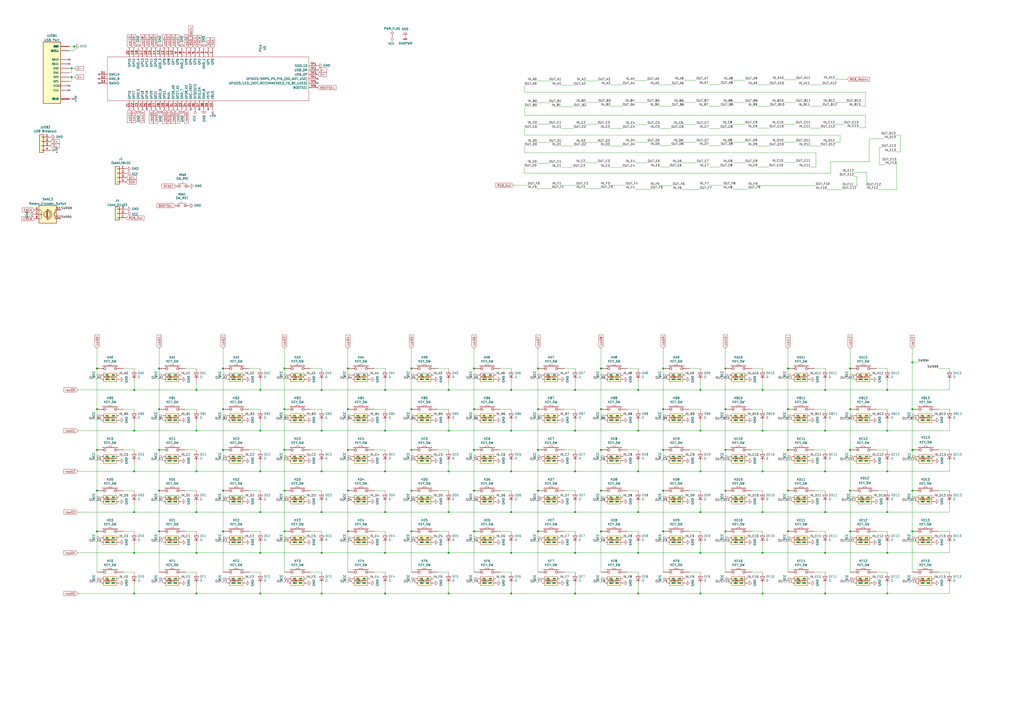
<source format=kicad_sch>
(kicad_sch (version 20211123) (generator eeschema)
  (paper "A2")
  (lib_symbols
    (symbol "KEY_SW_RGB_1" (pin_numbers hide) (pin_names (offset 1.016))
      (property "Reference" "KL" (at -3.81 2.794 0))
      (property "Value" "KEY_SW_RGB_1" (at -0.2032 -11.8364 0))
      (symbol "KEY_SW_RGB_1_0_1"
        (pin passive inverted (at -7.62 0 0) (length 5.08) (name "~") (number "1"))
        (pin passive inverted (at 7.62 0 180) (length 5.08) (name "~") (number "2"))
      )
      (symbol "KEY_SW_RGB_1_1_1"
        (text "SK6812mini" (at -0.0762 -4.953 0) (effects (font (size 0.7874 0.7874))))
        (pin power_in line (at -5.08 -3.81 0) (length 1.27) (name "VCC") (number "3"))
        (pin output line (at -5.08 -6.35 0) (length 1.27) (name "DOUT") (number "4"))
        (pin power_in line (at 5.08 -6.35 180) (length 1.27) (name "GND") (number "5"))
        (pin input line (at 5.08 -3.81 180) (length 1.27) (name "DIN") (number "6"))
      )
    )
    (symbol "KEY_SW_RGB_10" (pin_numbers hide) (pin_names (offset 1.016))
      (property "Reference" "KL" (at -3.81 2.794 0))
      (property "Value" "KEY_SW_RGB_10" (at -0.2032 -11.8364 0))
      (symbol "KEY_SW_RGB_10_0_1"
        (pin passive inverted (at -7.62 0 0) (length 5.08) (name "~") (number "1"))
        (pin passive inverted (at 7.62 0 180) (length 5.08) (name "~") (number "2"))
      )
      (symbol "KEY_SW_RGB_10_1_1"
        (text "SK6812mini" (at -0.0762 -4.953 0) (effects (font (size 0.7874 0.7874))))
        (pin power_in line (at -5.08 -3.81 0) (length 1.27) (name "VCC") (number "3"))
        (pin output line (at -5.08 -6.35 0) (length 1.27) (name "DOUT") (number "4"))
        (pin power_in line (at 5.08 -6.35 180) (length 1.27) (name "GND") (number "5"))
        (pin input line (at 5.08 -3.81 180) (length 1.27) (name "DIN") (number "6"))
      )
    )
    (symbol "KEY_SW_RGB_11" (pin_numbers hide) (pin_names (offset 1.016))
      (property "Reference" "KL" (at -3.81 2.794 0))
      (property "Value" "KEY_SW_RGB_11" (at -0.2032 -11.8364 0))
      (symbol "KEY_SW_RGB_11_0_1"
        (pin passive inverted (at -7.62 0 0) (length 5.08) (name "~") (number "1"))
        (pin passive inverted (at 7.62 0 180) (length 5.08) (name "~") (number "2"))
      )
      (symbol "KEY_SW_RGB_11_1_1"
        (text "SK6812mini" (at -0.0762 -4.953 0) (effects (font (size 0.7874 0.7874))))
        (pin power_in line (at -5.08 -3.81 0) (length 1.27) (name "VCC") (number "3"))
        (pin output line (at -5.08 -6.35 0) (length 1.27) (name "DOUT") (number "4"))
        (pin power_in line (at 5.08 -6.35 180) (length 1.27) (name "GND") (number "5"))
        (pin input line (at 5.08 -3.81 180) (length 1.27) (name "DIN") (number "6"))
      )
    )
    (symbol "KEY_SW_RGB_12" (pin_numbers hide) (pin_names (offset 1.016))
      (property "Reference" "KL" (at -3.81 2.794 0))
      (property "Value" "KEY_SW_RGB_12" (at -0.2032 -11.8364 0))
      (symbol "KEY_SW_RGB_12_0_1"
        (pin passive inverted (at -7.62 0 0) (length 5.08) (name "~") (number "1"))
        (pin passive inverted (at 7.62 0 180) (length 5.08) (name "~") (number "2"))
      )
      (symbol "KEY_SW_RGB_12_1_1"
        (text "SK6812mini" (at -0.0762 -4.953 0) (effects (font (size 0.7874 0.7874))))
        (pin power_in line (at -5.08 -3.81 0) (length 1.27) (name "VCC") (number "3"))
        (pin output line (at -5.08 -6.35 0) (length 1.27) (name "DOUT") (number "4"))
        (pin power_in line (at 5.08 -6.35 180) (length 1.27) (name "GND") (number "5"))
        (pin input line (at 5.08 -3.81 180) (length 1.27) (name "DIN") (number "6"))
      )
    )
    (symbol "KEY_SW_RGB_13" (pin_numbers hide) (pin_names (offset 1.016))
      (property "Reference" "KL" (at -3.81 2.794 0))
      (property "Value" "KEY_SW_RGB_13" (at -0.2032 -11.8364 0))
      (symbol "KEY_SW_RGB_13_0_1"
        (pin passive inverted (at -7.62 0 0) (length 5.08) (name "~") (number "1"))
        (pin passive inverted (at 7.62 0 180) (length 5.08) (name "~") (number "2"))
      )
      (symbol "KEY_SW_RGB_13_1_1"
        (text "SK6812mini" (at -0.0762 -4.953 0) (effects (font (size 0.7874 0.7874))))
        (pin power_in line (at -5.08 -3.81 0) (length 1.27) (name "VCC") (number "3"))
        (pin output line (at -5.08 -6.35 0) (length 1.27) (name "DOUT") (number "4"))
        (pin power_in line (at 5.08 -6.35 180) (length 1.27) (name "GND") (number "5"))
        (pin input line (at 5.08 -3.81 180) (length 1.27) (name "DIN") (number "6"))
      )
    )
    (symbol "KEY_SW_RGB_14" (pin_numbers hide) (pin_names (offset 1.016))
      (property "Reference" "KL" (at -3.81 2.794 0))
      (property "Value" "KEY_SW_RGB_14" (at -0.2032 -11.8364 0))
      (symbol "KEY_SW_RGB_14_0_1"
        (pin passive inverted (at -7.62 0 0) (length 5.08) (name "~") (number "1"))
        (pin passive inverted (at 7.62 0 180) (length 5.08) (name "~") (number "2"))
      )
      (symbol "KEY_SW_RGB_14_1_1"
        (text "SK6812mini" (at -0.0762 -4.953 0) (effects (font (size 0.7874 0.7874))))
        (pin power_in line (at -5.08 -3.81 0) (length 1.27) (name "VCC") (number "3"))
        (pin output line (at -5.08 -6.35 0) (length 1.27) (name "DOUT") (number "4"))
        (pin power_in line (at 5.08 -6.35 180) (length 1.27) (name "GND") (number "5"))
        (pin input line (at 5.08 -3.81 180) (length 1.27) (name "DIN") (number "6"))
      )
    )
    (symbol "KEY_SW_RGB_15" (pin_numbers hide) (pin_names (offset 1.016))
      (property "Reference" "KL" (at -3.81 2.794 0))
      (property "Value" "KEY_SW_RGB_15" (at -0.2032 -11.8364 0))
      (symbol "KEY_SW_RGB_15_0_1"
        (pin passive inverted (at -7.62 0 0) (length 5.08) (name "~") (number "1"))
        (pin passive inverted (at 7.62 0 180) (length 5.08) (name "~") (number "2"))
      )
      (symbol "KEY_SW_RGB_15_1_1"
        (text "SK6812mini" (at -0.0762 -4.953 0) (effects (font (size 0.7874 0.7874))))
        (pin power_in line (at -5.08 -3.81 0) (length 1.27) (name "VCC") (number "3"))
        (pin output line (at -5.08 -6.35 0) (length 1.27) (name "DOUT") (number "4"))
        (pin power_in line (at 5.08 -6.35 180) (length 1.27) (name "GND") (number "5"))
        (pin input line (at 5.08 -3.81 180) (length 1.27) (name "DIN") (number "6"))
      )
    )
    (symbol "KEY_SW_RGB_16" (pin_numbers hide) (pin_names (offset 1.016))
      (property "Reference" "KL" (at -3.81 2.794 0))
      (property "Value" "KEY_SW_RGB_16" (at -0.2032 -11.8364 0))
      (symbol "KEY_SW_RGB_16_0_1"
        (pin passive inverted (at -7.62 0 0) (length 5.08) (name "~") (number "1"))
        (pin passive inverted (at 7.62 0 180) (length 5.08) (name "~") (number "2"))
      )
      (symbol "KEY_SW_RGB_16_1_1"
        (text "SK6812mini" (at -0.0762 -4.953 0) (effects (font (size 0.7874 0.7874))))
        (pin power_in line (at -5.08 -3.81 0) (length 1.27) (name "VCC") (number "3"))
        (pin output line (at -5.08 -6.35 0) (length 1.27) (name "DOUT") (number "4"))
        (pin power_in line (at 5.08 -6.35 180) (length 1.27) (name "GND") (number "5"))
        (pin input line (at 5.08 -3.81 180) (length 1.27) (name "DIN") (number "6"))
      )
    )
    (symbol "KEY_SW_RGB_17" (pin_numbers hide) (pin_names (offset 1.016))
      (property "Reference" "KL" (at -3.81 2.794 0))
      (property "Value" "KEY_SW_RGB_17" (at -0.2032 -11.8364 0))
      (symbol "KEY_SW_RGB_17_0_1"
        (pin passive inverted (at -7.62 0 0) (length 5.08) (name "~") (number "1"))
        (pin passive inverted (at 7.62 0 180) (length 5.08) (name "~") (number "2"))
      )
      (symbol "KEY_SW_RGB_17_1_1"
        (text "SK6812mini" (at -0.0762 -4.953 0) (effects (font (size 0.7874 0.7874))))
        (pin power_in line (at -5.08 -3.81 0) (length 1.27) (name "VCC") (number "3"))
        (pin output line (at -5.08 -6.35 0) (length 1.27) (name "DOUT") (number "4"))
        (pin power_in line (at 5.08 -6.35 180) (length 1.27) (name "GND") (number "5"))
        (pin input line (at 5.08 -3.81 180) (length 1.27) (name "DIN") (number "6"))
      )
    )
    (symbol "KEY_SW_RGB_18" (pin_numbers hide) (pin_names (offset 1.016))
      (property "Reference" "KL" (at -3.81 2.794 0))
      (property "Value" "KEY_SW_RGB_18" (at -0.2032 -11.8364 0))
      (symbol "KEY_SW_RGB_18_0_1"
        (pin passive inverted (at -7.62 0 0) (length 5.08) (name "~") (number "1"))
        (pin passive inverted (at 7.62 0 180) (length 5.08) (name "~") (number "2"))
      )
      (symbol "KEY_SW_RGB_18_1_1"
        (text "SK6812mini" (at -0.0762 -4.953 0) (effects (font (size 0.7874 0.7874))))
        (pin power_in line (at -5.08 -3.81 0) (length 1.27) (name "VCC") (number "3"))
        (pin output line (at -5.08 -6.35 0) (length 1.27) (name "DOUT") (number "4"))
        (pin power_in line (at 5.08 -6.35 180) (length 1.27) (name "GND") (number "5"))
        (pin input line (at 5.08 -3.81 180) (length 1.27) (name "DIN") (number "6"))
      )
    )
    (symbol "KEY_SW_RGB_19" (pin_numbers hide) (pin_names (offset 1.016))
      (property "Reference" "KL" (at -3.81 2.794 0))
      (property "Value" "KEY_SW_RGB_19" (at -0.2032 -11.8364 0))
      (symbol "KEY_SW_RGB_19_0_1"
        (pin passive inverted (at -7.62 0 0) (length 5.08) (name "~") (number "1"))
        (pin passive inverted (at 7.62 0 180) (length 5.08) (name "~") (number "2"))
      )
      (symbol "KEY_SW_RGB_19_1_1"
        (text "SK6812mini" (at -0.0762 -4.953 0) (effects (font (size 0.7874 0.7874))))
        (pin power_in line (at -5.08 -3.81 0) (length 1.27) (name "VCC") (number "3"))
        (pin output line (at -5.08 -6.35 0) (length 1.27) (name "DOUT") (number "4"))
        (pin power_in line (at 5.08 -6.35 180) (length 1.27) (name "GND") (number "5"))
        (pin input line (at 5.08 -3.81 180) (length 1.27) (name "DIN") (number "6"))
      )
    )
    (symbol "KEY_SW_RGB_2" (pin_numbers hide) (pin_names (offset 1.016))
      (property "Reference" "KL" (at -3.81 2.794 0))
      (property "Value" "KEY_SW_RGB_2" (at -0.2032 -11.8364 0))
      (symbol "KEY_SW_RGB_2_0_1"
        (pin passive inverted (at -7.62 0 0) (length 5.08) (name "~") (number "1"))
        (pin passive inverted (at 7.62 0 180) (length 5.08) (name "~") (number "2"))
      )
      (symbol "KEY_SW_RGB_2_1_1"
        (text "SK6812mini" (at -0.0762 -4.953 0) (effects (font (size 0.7874 0.7874))))
        (pin power_in line (at -5.08 -3.81 0) (length 1.27) (name "VCC") (number "3"))
        (pin output line (at -5.08 -6.35 0) (length 1.27) (name "DOUT") (number "4"))
        (pin power_in line (at 5.08 -6.35 180) (length 1.27) (name "GND") (number "5"))
        (pin input line (at 5.08 -3.81 180) (length 1.27) (name "DIN") (number "6"))
      )
    )
    (symbol "KEY_SW_RGB_20" (pin_numbers hide) (pin_names (offset 1.016))
      (property "Reference" "KL" (at -3.81 2.794 0))
      (property "Value" "KEY_SW_RGB_20" (at -0.2032 -11.8364 0))
      (symbol "KEY_SW_RGB_20_0_1"
        (pin passive inverted (at -7.62 0 0) (length 5.08) (name "~") (number "1"))
        (pin passive inverted (at 7.62 0 180) (length 5.08) (name "~") (number "2"))
      )
      (symbol "KEY_SW_RGB_20_1_1"
        (text "SK6812mini" (at -0.0762 -4.953 0) (effects (font (size 0.7874 0.7874))))
        (pin power_in line (at -5.08 -3.81 0) (length 1.27) (name "VCC") (number "3"))
        (pin output line (at -5.08 -6.35 0) (length 1.27) (name "DOUT") (number "4"))
        (pin power_in line (at 5.08 -6.35 180) (length 1.27) (name "GND") (number "5"))
        (pin input line (at 5.08 -3.81 180) (length 1.27) (name "DIN") (number "6"))
      )
    )
    (symbol "KEY_SW_RGB_21" (pin_numbers hide) (pin_names (offset 1.016))
      (property "Reference" "KL" (at -3.81 2.794 0))
      (property "Value" "KEY_SW_RGB_21" (at -0.2032 -11.8364 0))
      (symbol "KEY_SW_RGB_21_0_1"
        (pin passive inverted (at -7.62 0 0) (length 5.08) (name "~") (number "1"))
        (pin passive inverted (at 7.62 0 180) (length 5.08) (name "~") (number "2"))
      )
      (symbol "KEY_SW_RGB_21_1_1"
        (text "SK6812mini" (at -0.0762 -4.953 0) (effects (font (size 0.7874 0.7874))))
        (pin power_in line (at -5.08 -3.81 0) (length 1.27) (name "VCC") (number "3"))
        (pin output line (at -5.08 -6.35 0) (length 1.27) (name "DOUT") (number "4"))
        (pin power_in line (at 5.08 -6.35 180) (length 1.27) (name "GND") (number "5"))
        (pin input line (at 5.08 -3.81 180) (length 1.27) (name "DIN") (number "6"))
      )
    )
    (symbol "KEY_SW_RGB_22" (pin_numbers hide) (pin_names (offset 1.016))
      (property "Reference" "KL" (at -3.81 2.794 0))
      (property "Value" "KEY_SW_RGB_22" (at -0.2032 -11.8364 0))
      (symbol "KEY_SW_RGB_22_0_1"
        (pin passive inverted (at -7.62 0 0) (length 5.08) (name "~") (number "1"))
        (pin passive inverted (at 7.62 0 180) (length 5.08) (name "~") (number "2"))
      )
      (symbol "KEY_SW_RGB_22_1_1"
        (text "SK6812mini" (at -0.0762 -4.953 0) (effects (font (size 0.7874 0.7874))))
        (pin power_in line (at -5.08 -3.81 0) (length 1.27) (name "VCC") (number "3"))
        (pin output line (at -5.08 -6.35 0) (length 1.27) (name "DOUT") (number "4"))
        (pin power_in line (at 5.08 -6.35 180) (length 1.27) (name "GND") (number "5"))
        (pin input line (at 5.08 -3.81 180) (length 1.27) (name "DIN") (number "6"))
      )
    )
    (symbol "KEY_SW_RGB_23" (pin_numbers hide) (pin_names (offset 1.016))
      (property "Reference" "KL" (at -3.81 2.794 0))
      (property "Value" "KEY_SW_RGB_23" (at -0.2032 -11.8364 0))
      (symbol "KEY_SW_RGB_23_0_1"
        (pin passive inverted (at -7.62 0 0) (length 5.08) (name "~") (number "1"))
        (pin passive inverted (at 7.62 0 180) (length 5.08) (name "~") (number "2"))
      )
      (symbol "KEY_SW_RGB_23_1_1"
        (text "SK6812mini" (at -0.0762 -4.953 0) (effects (font (size 0.7874 0.7874))))
        (pin power_in line (at -5.08 -3.81 0) (length 1.27) (name "VCC") (number "3"))
        (pin output line (at -5.08 -6.35 0) (length 1.27) (name "DOUT") (number "4"))
        (pin power_in line (at 5.08 -6.35 180) (length 1.27) (name "GND") (number "5"))
        (pin input line (at 5.08 -3.81 180) (length 1.27) (name "DIN") (number "6"))
      )
    )
    (symbol "KEY_SW_RGB_24" (pin_numbers hide) (pin_names (offset 1.016))
      (property "Reference" "KL" (at -3.81 2.794 0))
      (property "Value" "KEY_SW_RGB_24" (at -0.2032 -11.8364 0))
      (symbol "KEY_SW_RGB_24_0_1"
        (pin passive inverted (at -7.62 0 0) (length 5.08) (name "~") (number "1"))
        (pin passive inverted (at 7.62 0 180) (length 5.08) (name "~") (number "2"))
      )
      (symbol "KEY_SW_RGB_24_1_1"
        (text "SK6812mini" (at -0.0762 -4.953 0) (effects (font (size 0.7874 0.7874))))
        (pin power_in line (at -5.08 -3.81 0) (length 1.27) (name "VCC") (number "3"))
        (pin output line (at -5.08 -6.35 0) (length 1.27) (name "DOUT") (number "4"))
        (pin power_in line (at 5.08 -6.35 180) (length 1.27) (name "GND") (number "5"))
        (pin input line (at 5.08 -3.81 180) (length 1.27) (name "DIN") (number "6"))
      )
    )
    (symbol "KEY_SW_RGB_25" (pin_numbers hide) (pin_names (offset 1.016))
      (property "Reference" "KL" (at -3.81 2.794 0))
      (property "Value" "KEY_SW_RGB_25" (at -0.2032 -11.8364 0))
      (symbol "KEY_SW_RGB_25_0_1"
        (pin passive inverted (at -7.62 0 0) (length 5.08) (name "~") (number "1"))
        (pin passive inverted (at 7.62 0 180) (length 5.08) (name "~") (number "2"))
      )
      (symbol "KEY_SW_RGB_25_1_1"
        (text "SK6812mini" (at -0.0762 -4.953 0) (effects (font (size 0.7874 0.7874))))
        (pin power_in line (at -5.08 -3.81 0) (length 1.27) (name "VCC") (number "3"))
        (pin output line (at -5.08 -6.35 0) (length 1.27) (name "DOUT") (number "4"))
        (pin power_in line (at 5.08 -6.35 180) (length 1.27) (name "GND") (number "5"))
        (pin input line (at 5.08 -3.81 180) (length 1.27) (name "DIN") (number "6"))
      )
    )
    (symbol "KEY_SW_RGB_26" (pin_numbers hide) (pin_names (offset 1.016))
      (property "Reference" "KL" (at -3.81 2.794 0))
      (property "Value" "KEY_SW_RGB_26" (at -0.2032 -11.8364 0))
      (symbol "KEY_SW_RGB_26_0_1"
        (pin passive inverted (at -7.62 0 0) (length 5.08) (name "~") (number "1"))
        (pin passive inverted (at 7.62 0 180) (length 5.08) (name "~") (number "2"))
      )
      (symbol "KEY_SW_RGB_26_1_1"
        (text "SK6812mini" (at -0.0762 -4.953 0) (effects (font (size 0.7874 0.7874))))
        (pin power_in line (at -5.08 -3.81 0) (length 1.27) (name "VCC") (number "3"))
        (pin output line (at -5.08 -6.35 0) (length 1.27) (name "DOUT") (number "4"))
        (pin power_in line (at 5.08 -6.35 180) (length 1.27) (name "GND") (number "5"))
        (pin input line (at 5.08 -3.81 180) (length 1.27) (name "DIN") (number "6"))
      )
    )
    (symbol "KEY_SW_RGB_27" (pin_numbers hide) (pin_names (offset 1.016))
      (property "Reference" "KL" (at -3.81 2.794 0))
      (property "Value" "KEY_SW_RGB_27" (at -0.2032 -11.8364 0))
      (symbol "KEY_SW_RGB_27_0_1"
        (pin passive inverted (at -7.62 0 0) (length 5.08) (name "~") (number "1"))
        (pin passive inverted (at 7.62 0 180) (length 5.08) (name "~") (number "2"))
      )
      (symbol "KEY_SW_RGB_27_1_1"
        (text "SK6812mini" (at -0.0762 -4.953 0) (effects (font (size 0.7874 0.7874))))
        (pin power_in line (at -5.08 -3.81 0) (length 1.27) (name "VCC") (number "3"))
        (pin output line (at -5.08 -6.35 0) (length 1.27) (name "DOUT") (number "4"))
        (pin power_in line (at 5.08 -6.35 180) (length 1.27) (name "GND") (number "5"))
        (pin input line (at 5.08 -3.81 180) (length 1.27) (name "DIN") (number "6"))
      )
    )
    (symbol "KEY_SW_RGB_28" (pin_numbers hide) (pin_names (offset 1.016))
      (property "Reference" "KL" (at -3.81 2.794 0))
      (property "Value" "KEY_SW_RGB_28" (at -0.2032 -11.8364 0))
      (symbol "KEY_SW_RGB_28_0_1"
        (pin passive inverted (at -7.62 0 0) (length 5.08) (name "~") (number "1"))
        (pin passive inverted (at 7.62 0 180) (length 5.08) (name "~") (number "2"))
      )
      (symbol "KEY_SW_RGB_28_1_1"
        (text "SK6812mini" (at -0.0762 -4.953 0) (effects (font (size 0.7874 0.7874))))
        (pin power_in line (at -5.08 -3.81 0) (length 1.27) (name "VCC") (number "3"))
        (pin output line (at -5.08 -6.35 0) (length 1.27) (name "DOUT") (number "4"))
        (pin power_in line (at 5.08 -6.35 180) (length 1.27) (name "GND") (number "5"))
        (pin input line (at 5.08 -3.81 180) (length 1.27) (name "DIN") (number "6"))
      )
    )
    (symbol "KEY_SW_RGB_29" (pin_numbers hide) (pin_names (offset 1.016))
      (property "Reference" "KL" (at -3.81 2.794 0))
      (property "Value" "KEY_SW_RGB_29" (at -0.2032 -11.8364 0))
      (symbol "KEY_SW_RGB_29_0_1"
        (pin passive inverted (at -7.62 0 0) (length 5.08) (name "~") (number "1"))
        (pin passive inverted (at 7.62 0 180) (length 5.08) (name "~") (number "2"))
      )
      (symbol "KEY_SW_RGB_29_1_1"
        (text "SK6812mini" (at -0.0762 -4.953 0) (effects (font (size 0.7874 0.7874))))
        (pin power_in line (at -5.08 -3.81 0) (length 1.27) (name "VCC") (number "3"))
        (pin output line (at -5.08 -6.35 0) (length 1.27) (name "DOUT") (number "4"))
        (pin power_in line (at 5.08 -6.35 180) (length 1.27) (name "GND") (number "5"))
        (pin input line (at 5.08 -3.81 180) (length 1.27) (name "DIN") (number "6"))
      )
    )
    (symbol "KEY_SW_RGB_3" (pin_numbers hide) (pin_names (offset 1.016))
      (property "Reference" "KL" (at -3.81 2.794 0))
      (property "Value" "KEY_SW_RGB_3" (at -0.2032 -11.8364 0))
      (symbol "KEY_SW_RGB_3_0_1"
        (pin passive inverted (at -7.62 0 0) (length 5.08) (name "~") (number "1"))
        (pin passive inverted (at 7.62 0 180) (length 5.08) (name "~") (number "2"))
      )
      (symbol "KEY_SW_RGB_3_1_1"
        (text "SK6812mini" (at -0.0762 -4.953 0) (effects (font (size 0.7874 0.7874))))
        (pin power_in line (at -5.08 -3.81 0) (length 1.27) (name "VCC") (number "3"))
        (pin output line (at -5.08 -6.35 0) (length 1.27) (name "DOUT") (number "4"))
        (pin power_in line (at 5.08 -6.35 180) (length 1.27) (name "GND") (number "5"))
        (pin input line (at 5.08 -3.81 180) (length 1.27) (name "DIN") (number "6"))
      )
    )
    (symbol "KEY_SW_RGB_30" (pin_numbers hide) (pin_names (offset 1.016))
      (property "Reference" "KL" (at -3.81 2.794 0))
      (property "Value" "KEY_SW_RGB_30" (at -0.2032 -11.8364 0))
      (symbol "KEY_SW_RGB_30_0_1"
        (pin passive inverted (at -7.62 0 0) (length 5.08) (name "~") (number "1"))
        (pin passive inverted (at 7.62 0 180) (length 5.08) (name "~") (number "2"))
      )
      (symbol "KEY_SW_RGB_30_1_1"
        (text "SK6812mini" (at -0.0762 -4.953 0) (effects (font (size 0.7874 0.7874))))
        (pin power_in line (at -5.08 -3.81 0) (length 1.27) (name "VCC") (number "3"))
        (pin output line (at -5.08 -6.35 0) (length 1.27) (name "DOUT") (number "4"))
        (pin power_in line (at 5.08 -6.35 180) (length 1.27) (name "GND") (number "5"))
        (pin input line (at 5.08 -3.81 180) (length 1.27) (name "DIN") (number "6"))
      )
    )
    (symbol "KEY_SW_RGB_31" (pin_numbers hide) (pin_names (offset 1.016))
      (property "Reference" "KL" (at -3.81 2.794 0))
      (property "Value" "KEY_SW_RGB_31" (at -0.2032 -11.8364 0))
      (symbol "KEY_SW_RGB_31_0_1"
        (pin passive inverted (at -7.62 0 0) (length 5.08) (name "~") (number "1"))
        (pin passive inverted (at 7.62 0 180) (length 5.08) (name "~") (number "2"))
      )
      (symbol "KEY_SW_RGB_31_1_1"
        (text "SK6812mini" (at -0.0762 -4.953 0) (effects (font (size 0.7874 0.7874))))
        (pin power_in line (at -5.08 -3.81 0) (length 1.27) (name "VCC") (number "3"))
        (pin output line (at -5.08 -6.35 0) (length 1.27) (name "DOUT") (number "4"))
        (pin power_in line (at 5.08 -6.35 180) (length 1.27) (name "GND") (number "5"))
        (pin input line (at 5.08 -3.81 180) (length 1.27) (name "DIN") (number "6"))
      )
    )
    (symbol "KEY_SW_RGB_32" (pin_numbers hide) (pin_names (offset 1.016))
      (property "Reference" "KL" (at -3.81 2.794 0))
      (property "Value" "KEY_SW_RGB_32" (at -0.2032 -11.8364 0))
      (symbol "KEY_SW_RGB_32_0_1"
        (pin passive inverted (at -7.62 0 0) (length 5.08) (name "~") (number "1"))
        (pin passive inverted (at 7.62 0 180) (length 5.08) (name "~") (number "2"))
      )
      (symbol "KEY_SW_RGB_32_1_1"
        (text "SK6812mini" (at -0.0762 -4.953 0) (effects (font (size 0.7874 0.7874))))
        (pin power_in line (at -5.08 -3.81 0) (length 1.27) (name "VCC") (number "3"))
        (pin output line (at -5.08 -6.35 0) (length 1.27) (name "DOUT") (number "4"))
        (pin power_in line (at 5.08 -6.35 180) (length 1.27) (name "GND") (number "5"))
        (pin input line (at 5.08 -3.81 180) (length 1.27) (name "DIN") (number "6"))
      )
    )
    (symbol "KEY_SW_RGB_33" (pin_numbers hide) (pin_names (offset 1.016))
      (property "Reference" "KL" (at -3.81 2.794 0))
      (property "Value" "KEY_SW_RGB_33" (at -0.2032 -11.8364 0))
      (symbol "KEY_SW_RGB_33_0_1"
        (pin passive inverted (at -7.62 0 0) (length 5.08) (name "~") (number "1"))
        (pin passive inverted (at 7.62 0 180) (length 5.08) (name "~") (number "2"))
      )
      (symbol "KEY_SW_RGB_33_1_1"
        (text "SK6812mini" (at -0.0762 -4.953 0) (effects (font (size 0.7874 0.7874))))
        (pin power_in line (at -5.08 -3.81 0) (length 1.27) (name "VCC") (number "3"))
        (pin output line (at -5.08 -6.35 0) (length 1.27) (name "DOUT") (number "4"))
        (pin power_in line (at 5.08 -6.35 180) (length 1.27) (name "GND") (number "5"))
        (pin input line (at 5.08 -3.81 180) (length 1.27) (name "DIN") (number "6"))
      )
    )
    (symbol "KEY_SW_RGB_34" (pin_numbers hide) (pin_names (offset 1.016))
      (property "Reference" "KL" (at -3.81 2.794 0))
      (property "Value" "KEY_SW_RGB_34" (at -0.2032 -11.8364 0))
      (symbol "KEY_SW_RGB_34_0_1"
        (pin passive inverted (at -7.62 0 0) (length 5.08) (name "~") (number "1"))
        (pin passive inverted (at 7.62 0 180) (length 5.08) (name "~") (number "2"))
      )
      (symbol "KEY_SW_RGB_34_1_1"
        (text "SK6812mini" (at -0.0762 -4.953 0) (effects (font (size 0.7874 0.7874))))
        (pin power_in line (at -5.08 -3.81 0) (length 1.27) (name "VCC") (number "3"))
        (pin output line (at -5.08 -6.35 0) (length 1.27) (name "DOUT") (number "4"))
        (pin power_in line (at 5.08 -6.35 180) (length 1.27) (name "GND") (number "5"))
        (pin input line (at 5.08 -3.81 180) (length 1.27) (name "DIN") (number "6"))
      )
    )
    (symbol "KEY_SW_RGB_35" (pin_numbers hide) (pin_names (offset 1.016))
      (property "Reference" "KL" (at -3.81 2.794 0))
      (property "Value" "KEY_SW_RGB_35" (at -0.2032 -11.8364 0))
      (symbol "KEY_SW_RGB_35_0_1"
        (pin passive inverted (at -7.62 0 0) (length 5.08) (name "~") (number "1"))
        (pin passive inverted (at 7.62 0 180) (length 5.08) (name "~") (number "2"))
      )
      (symbol "KEY_SW_RGB_35_1_1"
        (text "SK6812mini" (at -0.0762 -4.953 0) (effects (font (size 0.7874 0.7874))))
        (pin power_in line (at -5.08 -3.81 0) (length 1.27) (name "VCC") (number "3"))
        (pin output line (at -5.08 -6.35 0) (length 1.27) (name "DOUT") (number "4"))
        (pin power_in line (at 5.08 -6.35 180) (length 1.27) (name "GND") (number "5"))
        (pin input line (at 5.08 -3.81 180) (length 1.27) (name "DIN") (number "6"))
      )
    )
    (symbol "KEY_SW_RGB_36" (pin_numbers hide) (pin_names (offset 1.016))
      (property "Reference" "KL" (at -3.81 2.794 0))
      (property "Value" "KEY_SW_RGB_36" (at -0.2032 -11.8364 0))
      (symbol "KEY_SW_RGB_36_0_1"
        (pin passive inverted (at -7.62 0 0) (length 5.08) (name "~") (number "1"))
        (pin passive inverted (at 7.62 0 180) (length 5.08) (name "~") (number "2"))
      )
      (symbol "KEY_SW_RGB_36_1_1"
        (text "SK6812mini" (at -0.0762 -4.953 0) (effects (font (size 0.7874 0.7874))))
        (pin power_in line (at -5.08 -3.81 0) (length 1.27) (name "VCC") (number "3"))
        (pin output line (at -5.08 -6.35 0) (length 1.27) (name "DOUT") (number "4"))
        (pin power_in line (at 5.08 -6.35 180) (length 1.27) (name "GND") (number "5"))
        (pin input line (at 5.08 -3.81 180) (length 1.27) (name "DIN") (number "6"))
      )
    )
    (symbol "KEY_SW_RGB_37" (pin_numbers hide) (pin_names (offset 1.016))
      (property "Reference" "KL" (at -3.81 2.794 0))
      (property "Value" "KEY_SW_RGB_37" (at -0.2032 -11.8364 0))
      (symbol "KEY_SW_RGB_37_0_1"
        (pin passive inverted (at -7.62 0 0) (length 5.08) (name "~") (number "1"))
        (pin passive inverted (at 7.62 0 180) (length 5.08) (name "~") (number "2"))
      )
      (symbol "KEY_SW_RGB_37_1_1"
        (text "SK6812mini" (at -0.0762 -4.953 0) (effects (font (size 0.7874 0.7874))))
        (pin power_in line (at -5.08 -3.81 0) (length 1.27) (name "VCC") (number "3"))
        (pin output line (at -5.08 -6.35 0) (length 1.27) (name "DOUT") (number "4"))
        (pin power_in line (at 5.08 -6.35 180) (length 1.27) (name "GND") (number "5"))
        (pin input line (at 5.08 -3.81 180) (length 1.27) (name "DIN") (number "6"))
      )
    )
    (symbol "KEY_SW_RGB_38" (pin_numbers hide) (pin_names (offset 1.016))
      (property "Reference" "KL" (at -3.81 2.794 0))
      (property "Value" "KEY_SW_RGB_38" (at -0.2032 -11.8364 0))
      (symbol "KEY_SW_RGB_38_0_1"
        (pin passive inverted (at -7.62 0 0) (length 5.08) (name "~") (number "1"))
        (pin passive inverted (at 7.62 0 180) (length 5.08) (name "~") (number "2"))
      )
      (symbol "KEY_SW_RGB_38_1_1"
        (text "SK6812mini" (at -0.0762 -4.953 0) (effects (font (size 0.7874 0.7874))))
        (pin power_in line (at -5.08 -3.81 0) (length 1.27) (name "VCC") (number "3"))
        (pin output line (at -5.08 -6.35 0) (length 1.27) (name "DOUT") (number "4"))
        (pin power_in line (at 5.08 -6.35 180) (length 1.27) (name "GND") (number "5"))
        (pin input line (at 5.08 -3.81 180) (length 1.27) (name "DIN") (number "6"))
      )
    )
    (symbol "KEY_SW_RGB_39" (pin_numbers hide) (pin_names (offset 1.016))
      (property "Reference" "KL" (at -3.81 2.794 0))
      (property "Value" "KEY_SW_RGB_39" (at -0.2032 -11.8364 0))
      (symbol "KEY_SW_RGB_39_0_1"
        (pin passive inverted (at -7.62 0 0) (length 5.08) (name "~") (number "1"))
        (pin passive inverted (at 7.62 0 180) (length 5.08) (name "~") (number "2"))
      )
      (symbol "KEY_SW_RGB_39_1_1"
        (text "SK6812mini" (at -0.0762 -4.953 0) (effects (font (size 0.7874 0.7874))))
        (pin power_in line (at -5.08 -3.81 0) (length 1.27) (name "VCC") (number "3"))
        (pin output line (at -5.08 -6.35 0) (length 1.27) (name "DOUT") (number "4"))
        (pin power_in line (at 5.08 -6.35 180) (length 1.27) (name "GND") (number "5"))
        (pin input line (at 5.08 -3.81 180) (length 1.27) (name "DIN") (number "6"))
      )
    )
    (symbol "KEY_SW_RGB_4" (pin_numbers hide) (pin_names (offset 1.016))
      (property "Reference" "KL" (at -3.81 2.794 0))
      (property "Value" "KEY_SW_RGB_4" (at -0.2032 -11.8364 0))
      (symbol "KEY_SW_RGB_4_0_1"
        (pin passive inverted (at -7.62 0 0) (length 5.08) (name "~") (number "1"))
        (pin passive inverted (at 7.62 0 180) (length 5.08) (name "~") (number "2"))
      )
      (symbol "KEY_SW_RGB_4_1_1"
        (text "SK6812mini" (at -0.0762 -4.953 0) (effects (font (size 0.7874 0.7874))))
        (pin power_in line (at -5.08 -3.81 0) (length 1.27) (name "VCC") (number "3"))
        (pin output line (at -5.08 -6.35 0) (length 1.27) (name "DOUT") (number "4"))
        (pin power_in line (at 5.08 -6.35 180) (length 1.27) (name "GND") (number "5"))
        (pin input line (at 5.08 -3.81 180) (length 1.27) (name "DIN") (number "6"))
      )
    )
    (symbol "KEY_SW_RGB_40" (pin_numbers hide) (pin_names (offset 1.016))
      (property "Reference" "KL" (at -3.81 2.794 0))
      (property "Value" "KEY_SW_RGB_40" (at -0.2032 -11.8364 0))
      (symbol "KEY_SW_RGB_40_0_1"
        (pin passive inverted (at -7.62 0 0) (length 5.08) (name "~") (number "1"))
        (pin passive inverted (at 7.62 0 180) (length 5.08) (name "~") (number "2"))
      )
      (symbol "KEY_SW_RGB_40_1_1"
        (text "SK6812mini" (at -0.0762 -4.953 0) (effects (font (size 0.7874 0.7874))))
        (pin power_in line (at -5.08 -3.81 0) (length 1.27) (name "VCC") (number "3"))
        (pin output line (at -5.08 -6.35 0) (length 1.27) (name "DOUT") (number "4"))
        (pin power_in line (at 5.08 -6.35 180) (length 1.27) (name "GND") (number "5"))
        (pin input line (at 5.08 -3.81 180) (length 1.27) (name "DIN") (number "6"))
      )
    )
    (symbol "KEY_SW_RGB_41" (pin_numbers hide) (pin_names (offset 1.016))
      (property "Reference" "KL" (at -3.81 2.794 0))
      (property "Value" "KEY_SW_RGB_41" (at -0.2032 -11.8364 0))
      (symbol "KEY_SW_RGB_41_0_1"
        (pin passive inverted (at -7.62 0 0) (length 5.08) (name "~") (number "1"))
        (pin passive inverted (at 7.62 0 180) (length 5.08) (name "~") (number "2"))
      )
      (symbol "KEY_SW_RGB_41_1_1"
        (text "SK6812mini" (at -0.0762 -4.953 0) (effects (font (size 0.7874 0.7874))))
        (pin power_in line (at -5.08 -3.81 0) (length 1.27) (name "VCC") (number "3"))
        (pin output line (at -5.08 -6.35 0) (length 1.27) (name "DOUT") (number "4"))
        (pin power_in line (at 5.08 -6.35 180) (length 1.27) (name "GND") (number "5"))
        (pin input line (at 5.08 -3.81 180) (length 1.27) (name "DIN") (number "6"))
      )
    )
    (symbol "KEY_SW_RGB_42" (pin_numbers hide) (pin_names (offset 1.016))
      (property "Reference" "KL" (at -3.81 2.794 0))
      (property "Value" "KEY_SW_RGB_42" (at -0.2032 -11.8364 0))
      (symbol "KEY_SW_RGB_42_0_1"
        (pin passive inverted (at -7.62 0 0) (length 5.08) (name "~") (number "1"))
        (pin passive inverted (at 7.62 0 180) (length 5.08) (name "~") (number "2"))
      )
      (symbol "KEY_SW_RGB_42_1_1"
        (text "SK6812mini" (at -0.0762 -4.953 0) (effects (font (size 0.7874 0.7874))))
        (pin power_in line (at -5.08 -3.81 0) (length 1.27) (name "VCC") (number "3"))
        (pin output line (at -5.08 -6.35 0) (length 1.27) (name "DOUT") (number "4"))
        (pin power_in line (at 5.08 -6.35 180) (length 1.27) (name "GND") (number "5"))
        (pin input line (at 5.08 -3.81 180) (length 1.27) (name "DIN") (number "6"))
      )
    )
    (symbol "KEY_SW_RGB_43" (pin_numbers hide) (pin_names (offset 1.016))
      (property "Reference" "KL" (at -3.81 2.794 0))
      (property "Value" "KEY_SW_RGB_43" (at -0.2032 -11.8364 0))
      (symbol "KEY_SW_RGB_43_0_1"
        (pin passive inverted (at -7.62 0 0) (length 5.08) (name "~") (number "1"))
        (pin passive inverted (at 7.62 0 180) (length 5.08) (name "~") (number "2"))
      )
      (symbol "KEY_SW_RGB_43_1_1"
        (text "SK6812mini" (at -0.0762 -4.953 0) (effects (font (size 0.7874 0.7874))))
        (pin power_in line (at -5.08 -3.81 0) (length 1.27) (name "VCC") (number "3"))
        (pin output line (at -5.08 -6.35 0) (length 1.27) (name "DOUT") (number "4"))
        (pin power_in line (at 5.08 -6.35 180) (length 1.27) (name "GND") (number "5"))
        (pin input line (at 5.08 -3.81 180) (length 1.27) (name "DIN") (number "6"))
      )
    )
    (symbol "KEY_SW_RGB_44" (pin_numbers hide) (pin_names (offset 1.016))
      (property "Reference" "KL" (at -3.81 2.794 0))
      (property "Value" "KEY_SW_RGB_44" (at -0.2032 -11.8364 0))
      (symbol "KEY_SW_RGB_44_0_1"
        (pin passive inverted (at -7.62 0 0) (length 5.08) (name "~") (number "1"))
        (pin passive inverted (at 7.62 0 180) (length 5.08) (name "~") (number "2"))
      )
      (symbol "KEY_SW_RGB_44_1_1"
        (text "SK6812mini" (at -0.0762 -4.953 0) (effects (font (size 0.7874 0.7874))))
        (pin power_in line (at -5.08 -3.81 0) (length 1.27) (name "VCC") (number "3"))
        (pin output line (at -5.08 -6.35 0) (length 1.27) (name "DOUT") (number "4"))
        (pin power_in line (at 5.08 -6.35 180) (length 1.27) (name "GND") (number "5"))
        (pin input line (at 5.08 -3.81 180) (length 1.27) (name "DIN") (number "6"))
      )
    )
    (symbol "KEY_SW_RGB_45" (pin_numbers hide) (pin_names (offset 1.016))
      (property "Reference" "KL" (at -3.81 2.794 0))
      (property "Value" "KEY_SW_RGB_45" (at -0.2032 -11.8364 0))
      (symbol "KEY_SW_RGB_45_0_1"
        (pin passive inverted (at -7.62 0 0) (length 5.08) (name "~") (number "1"))
        (pin passive inverted (at 7.62 0 180) (length 5.08) (name "~") (number "2"))
      )
      (symbol "KEY_SW_RGB_45_1_1"
        (text "SK6812mini" (at -0.0762 -4.953 0) (effects (font (size 0.7874 0.7874))))
        (pin power_in line (at -5.08 -3.81 0) (length 1.27) (name "VCC") (number "3"))
        (pin output line (at -5.08 -6.35 0) (length 1.27) (name "DOUT") (number "4"))
        (pin power_in line (at 5.08 -6.35 180) (length 1.27) (name "GND") (number "5"))
        (pin input line (at 5.08 -3.81 180) (length 1.27) (name "DIN") (number "6"))
      )
    )
    (symbol "KEY_SW_RGB_46" (pin_numbers hide) (pin_names (offset 1.016))
      (property "Reference" "KL" (at -3.81 2.794 0))
      (property "Value" "KEY_SW_RGB_46" (at -0.2032 -11.8364 0))
      (symbol "KEY_SW_RGB_46_0_1"
        (pin passive inverted (at -7.62 0 0) (length 5.08) (name "~") (number "1"))
        (pin passive inverted (at 7.62 0 180) (length 5.08) (name "~") (number "2"))
      )
      (symbol "KEY_SW_RGB_46_1_1"
        (text "SK6812mini" (at -0.0762 -4.953 0) (effects (font (size 0.7874 0.7874))))
        (pin power_in line (at -5.08 -3.81 0) (length 1.27) (name "VCC") (number "3"))
        (pin output line (at -5.08 -6.35 0) (length 1.27) (name "DOUT") (number "4"))
        (pin power_in line (at 5.08 -6.35 180) (length 1.27) (name "GND") (number "5"))
        (pin input line (at 5.08 -3.81 180) (length 1.27) (name "DIN") (number "6"))
      )
    )
    (symbol "KEY_SW_RGB_47" (pin_numbers hide) (pin_names (offset 1.016))
      (property "Reference" "KL" (at -3.81 2.794 0))
      (property "Value" "KEY_SW_RGB_47" (at -0.2032 -11.8364 0))
      (symbol "KEY_SW_RGB_47_0_1"
        (pin passive inverted (at -7.62 0 0) (length 5.08) (name "~") (number "1"))
        (pin passive inverted (at 7.62 0 180) (length 5.08) (name "~") (number "2"))
      )
      (symbol "KEY_SW_RGB_47_1_1"
        (text "SK6812mini" (at -0.0762 -4.953 0) (effects (font (size 0.7874 0.7874))))
        (pin power_in line (at -5.08 -3.81 0) (length 1.27) (name "VCC") (number "3"))
        (pin output line (at -5.08 -6.35 0) (length 1.27) (name "DOUT") (number "4"))
        (pin power_in line (at 5.08 -6.35 180) (length 1.27) (name "GND") (number "5"))
        (pin input line (at 5.08 -3.81 180) (length 1.27) (name "DIN") (number "6"))
      )
    )
    (symbol "KEY_SW_RGB_48" (pin_numbers hide) (pin_names (offset 1.016))
      (property "Reference" "KL" (at -3.81 2.794 0))
      (property "Value" "KEY_SW_RGB_48" (at -0.2032 -11.8364 0))
      (symbol "KEY_SW_RGB_48_0_1"
        (pin passive inverted (at -7.62 0 0) (length 5.08) (name "~") (number "1"))
        (pin passive inverted (at 7.62 0 180) (length 5.08) (name "~") (number "2"))
      )
      (symbol "KEY_SW_RGB_48_1_1"
        (text "SK6812mini" (at -0.0762 -4.953 0) (effects (font (size 0.7874 0.7874))))
        (pin power_in line (at -5.08 -3.81 0) (length 1.27) (name "VCC") (number "3"))
        (pin output line (at -5.08 -6.35 0) (length 1.27) (name "DOUT") (number "4"))
        (pin power_in line (at 5.08 -6.35 180) (length 1.27) (name "GND") (number "5"))
        (pin input line (at 5.08 -3.81 180) (length 1.27) (name "DIN") (number "6"))
      )
    )
    (symbol "KEY_SW_RGB_49" (pin_numbers hide) (pin_names (offset 1.016))
      (property "Reference" "KL" (at -3.81 2.794 0))
      (property "Value" "KEY_SW_RGB_49" (at -0.2032 -11.8364 0))
      (symbol "KEY_SW_RGB_49_0_1"
        (pin passive inverted (at -7.62 0 0) (length 5.08) (name "~") (number "1"))
        (pin passive inverted (at 7.62 0 180) (length 5.08) (name "~") (number "2"))
      )
      (symbol "KEY_SW_RGB_49_1_1"
        (text "SK6812mini" (at -0.0762 -4.953 0) (effects (font (size 0.7874 0.7874))))
        (pin power_in line (at -5.08 -3.81 0) (length 1.27) (name "VCC") (number "3"))
        (pin output line (at -5.08 -6.35 0) (length 1.27) (name "DOUT") (number "4"))
        (pin power_in line (at 5.08 -6.35 180) (length 1.27) (name "GND") (number "5"))
        (pin input line (at 5.08 -3.81 180) (length 1.27) (name "DIN") (number "6"))
      )
    )
    (symbol "KEY_SW_RGB_5" (pin_numbers hide) (pin_names (offset 1.016))
      (property "Reference" "KL" (at -3.81 2.794 0))
      (property "Value" "KEY_SW_RGB_5" (at -0.2032 -11.8364 0))
      (symbol "KEY_SW_RGB_5_0_1"
        (pin passive inverted (at -7.62 0 0) (length 5.08) (name "~") (number "1"))
        (pin passive inverted (at 7.62 0 180) (length 5.08) (name "~") (number "2"))
      )
      (symbol "KEY_SW_RGB_5_1_1"
        (text "SK6812mini" (at -0.0762 -4.953 0) (effects (font (size 0.7874 0.7874))))
        (pin power_in line (at -5.08 -3.81 0) (length 1.27) (name "VCC") (number "3"))
        (pin output line (at -5.08 -6.35 0) (length 1.27) (name "DOUT") (number "4"))
        (pin power_in line (at 5.08 -6.35 180) (length 1.27) (name "GND") (number "5"))
        (pin input line (at 5.08 -3.81 180) (length 1.27) (name "DIN") (number "6"))
      )
    )
    (symbol "KEY_SW_RGB_50" (pin_numbers hide) (pin_names (offset 1.016))
      (property "Reference" "KL" (at -3.81 2.794 0))
      (property "Value" "KEY_SW_RGB_50" (at -0.2032 -11.8364 0))
      (symbol "KEY_SW_RGB_50_0_1"
        (pin passive inverted (at -7.62 0 0) (length 5.08) (name "~") (number "1"))
        (pin passive inverted (at 7.62 0 180) (length 5.08) (name "~") (number "2"))
      )
      (symbol "KEY_SW_RGB_50_1_1"
        (text "SK6812mini" (at -0.0762 -4.953 0) (effects (font (size 0.7874 0.7874))))
        (pin power_in line (at -5.08 -3.81 0) (length 1.27) (name "VCC") (number "3"))
        (pin output line (at -5.08 -6.35 0) (length 1.27) (name "DOUT") (number "4"))
        (pin power_in line (at 5.08 -6.35 180) (length 1.27) (name "GND") (number "5"))
        (pin input line (at 5.08 -3.81 180) (length 1.27) (name "DIN") (number "6"))
      )
    )
    (symbol "KEY_SW_RGB_51" (pin_numbers hide) (pin_names (offset 1.016))
      (property "Reference" "KL" (at -3.81 2.794 0))
      (property "Value" "KEY_SW_RGB_51" (at -0.2032 -11.8364 0))
      (symbol "KEY_SW_RGB_51_0_1"
        (pin passive inverted (at -7.62 0 0) (length 5.08) (name "~") (number "1"))
        (pin passive inverted (at 7.62 0 180) (length 5.08) (name "~") (number "2"))
      )
      (symbol "KEY_SW_RGB_51_1_1"
        (text "SK6812mini" (at -0.0762 -4.953 0) (effects (font (size 0.7874 0.7874))))
        (pin power_in line (at -5.08 -3.81 0) (length 1.27) (name "VCC") (number "3"))
        (pin output line (at -5.08 -6.35 0) (length 1.27) (name "DOUT") (number "4"))
        (pin power_in line (at 5.08 -6.35 180) (length 1.27) (name "GND") (number "5"))
        (pin input line (at 5.08 -3.81 180) (length 1.27) (name "DIN") (number "6"))
      )
    )
    (symbol "KEY_SW_RGB_52" (pin_numbers hide) (pin_names (offset 1.016))
      (property "Reference" "KL" (at -3.81 2.794 0))
      (property "Value" "KEY_SW_RGB_52" (at -0.2032 -11.8364 0))
      (symbol "KEY_SW_RGB_52_0_1"
        (pin passive inverted (at -7.62 0 0) (length 5.08) (name "~") (number "1"))
        (pin passive inverted (at 7.62 0 180) (length 5.08) (name "~") (number "2"))
      )
      (symbol "KEY_SW_RGB_52_1_1"
        (text "SK6812mini" (at -0.0762 -4.953 0) (effects (font (size 0.7874 0.7874))))
        (pin power_in line (at -5.08 -3.81 0) (length 1.27) (name "VCC") (number "3"))
        (pin output line (at -5.08 -6.35 0) (length 1.27) (name "DOUT") (number "4"))
        (pin power_in line (at 5.08 -6.35 180) (length 1.27) (name "GND") (number "5"))
        (pin input line (at 5.08 -3.81 180) (length 1.27) (name "DIN") (number "6"))
      )
    )
    (symbol "KEY_SW_RGB_53" (pin_numbers hide) (pin_names (offset 1.016))
      (property "Reference" "KL" (at -3.81 2.794 0))
      (property "Value" "KEY_SW_RGB_53" (at -0.2032 -11.8364 0))
      (symbol "KEY_SW_RGB_53_0_1"
        (pin passive inverted (at -7.62 0 0) (length 5.08) (name "~") (number "1"))
        (pin passive inverted (at 7.62 0 180) (length 5.08) (name "~") (number "2"))
      )
      (symbol "KEY_SW_RGB_53_1_1"
        (text "SK6812mini" (at -0.0762 -4.953 0) (effects (font (size 0.7874 0.7874))))
        (pin power_in line (at -5.08 -3.81 0) (length 1.27) (name "VCC") (number "3"))
        (pin output line (at -5.08 -6.35 0) (length 1.27) (name "DOUT") (number "4"))
        (pin power_in line (at 5.08 -6.35 180) (length 1.27) (name "GND") (number "5"))
        (pin input line (at 5.08 -3.81 180) (length 1.27) (name "DIN") (number "6"))
      )
    )
    (symbol "KEY_SW_RGB_54" (pin_numbers hide) (pin_names (offset 1.016))
      (property "Reference" "KL" (at -3.81 2.794 0))
      (property "Value" "KEY_SW_RGB_54" (at -0.2032 -11.8364 0))
      (symbol "KEY_SW_RGB_54_0_1"
        (pin passive inverted (at -7.62 0 0) (length 5.08) (name "~") (number "1"))
        (pin passive inverted (at 7.62 0 180) (length 5.08) (name "~") (number "2"))
      )
      (symbol "KEY_SW_RGB_54_1_1"
        (text "SK6812mini" (at -0.0762 -4.953 0) (effects (font (size 0.7874 0.7874))))
        (pin power_in line (at -5.08 -3.81 0) (length 1.27) (name "VCC") (number "3"))
        (pin output line (at -5.08 -6.35 0) (length 1.27) (name "DOUT") (number "4"))
        (pin power_in line (at 5.08 -6.35 180) (length 1.27) (name "GND") (number "5"))
        (pin input line (at 5.08 -3.81 180) (length 1.27) (name "DIN") (number "6"))
      )
    )
    (symbol "KEY_SW_RGB_55" (pin_numbers hide) (pin_names (offset 1.016))
      (property "Reference" "KL" (at -3.81 2.794 0))
      (property "Value" "KEY_SW_RGB_55" (at -0.2032 -11.8364 0))
      (symbol "KEY_SW_RGB_55_0_1"
        (pin passive inverted (at -7.62 0 0) (length 5.08) (name "~") (number "1"))
        (pin passive inverted (at 7.62 0 180) (length 5.08) (name "~") (number "2"))
      )
      (symbol "KEY_SW_RGB_55_1_1"
        (text "SK6812mini" (at -0.0762 -4.953 0) (effects (font (size 0.7874 0.7874))))
        (pin power_in line (at -5.08 -3.81 0) (length 1.27) (name "VCC") (number "3"))
        (pin output line (at -5.08 -6.35 0) (length 1.27) (name "DOUT") (number "4"))
        (pin power_in line (at 5.08 -6.35 180) (length 1.27) (name "GND") (number "5"))
        (pin input line (at 5.08 -3.81 180) (length 1.27) (name "DIN") (number "6"))
      )
    )
    (symbol "KEY_SW_RGB_56" (pin_numbers hide) (pin_names (offset 1.016))
      (property "Reference" "KL" (at -3.81 2.794 0))
      (property "Value" "KEY_SW_RGB_56" (at -0.2032 -11.8364 0))
      (symbol "KEY_SW_RGB_56_0_1"
        (pin passive inverted (at -7.62 0 0) (length 5.08) (name "~") (number "1"))
        (pin passive inverted (at 7.62 0 180) (length 5.08) (name "~") (number "2"))
      )
      (symbol "KEY_SW_RGB_56_1_1"
        (text "SK6812mini" (at -0.0762 -4.953 0) (effects (font (size 0.7874 0.7874))))
        (pin power_in line (at -5.08 -3.81 0) (length 1.27) (name "VCC") (number "3"))
        (pin output line (at -5.08 -6.35 0) (length 1.27) (name "DOUT") (number "4"))
        (pin power_in line (at 5.08 -6.35 180) (length 1.27) (name "GND") (number "5"))
        (pin input line (at 5.08 -3.81 180) (length 1.27) (name "DIN") (number "6"))
      )
    )
    (symbol "KEY_SW_RGB_57" (pin_numbers hide) (pin_names (offset 1.016))
      (property "Reference" "KL" (at -3.81 2.794 0))
      (property "Value" "KEY_SW_RGB_57" (at -0.2032 -11.8364 0))
      (symbol "KEY_SW_RGB_57_0_1"
        (pin passive inverted (at -7.62 0 0) (length 5.08) (name "~") (number "1"))
        (pin passive inverted (at 7.62 0 180) (length 5.08) (name "~") (number "2"))
      )
      (symbol "KEY_SW_RGB_57_1_1"
        (text "SK6812mini" (at -0.0762 -4.953 0) (effects (font (size 0.7874 0.7874))))
        (pin power_in line (at -5.08 -3.81 0) (length 1.27) (name "VCC") (number "3"))
        (pin output line (at -5.08 -6.35 0) (length 1.27) (name "DOUT") (number "4"))
        (pin power_in line (at 5.08 -6.35 180) (length 1.27) (name "GND") (number "5"))
        (pin input line (at 5.08 -3.81 180) (length 1.27) (name "DIN") (number "6"))
      )
    )
    (symbol "KEY_SW_RGB_59" (pin_numbers hide) (pin_names (offset 1.016))
      (property "Reference" "KL" (at -3.81 2.794 0))
      (property "Value" "KEY_SW_RGB_59" (at -0.2032 -11.8364 0))
      (symbol "KEY_SW_RGB_59_0_1"
        (pin passive inverted (at -7.62 0 0) (length 5.08) (name "~") (number "1"))
        (pin passive inverted (at 7.62 0 180) (length 5.08) (name "~") (number "2"))
      )
      (symbol "KEY_SW_RGB_59_1_1"
        (text "SK6812mini" (at -0.0762 -4.953 0) (effects (font (size 0.7874 0.7874))))
        (pin power_in line (at -5.08 -3.81 0) (length 1.27) (name "VCC") (number "3"))
        (pin output line (at -5.08 -6.35 0) (length 1.27) (name "DOUT") (number "4"))
        (pin power_in line (at 5.08 -6.35 180) (length 1.27) (name "GND") (number "5"))
        (pin input line (at 5.08 -3.81 180) (length 1.27) (name "DIN") (number "6"))
      )
    )
    (symbol "KEY_SW_RGB_6" (pin_numbers hide) (pin_names (offset 1.016))
      (property "Reference" "KL" (at -3.81 2.794 0))
      (property "Value" "KEY_SW_RGB_6" (at -0.2032 -11.8364 0))
      (symbol "KEY_SW_RGB_6_0_1"
        (pin passive inverted (at -7.62 0 0) (length 5.08) (name "~") (number "1"))
        (pin passive inverted (at 7.62 0 180) (length 5.08) (name "~") (number "2"))
      )
      (symbol "KEY_SW_RGB_6_1_1"
        (text "SK6812mini" (at -0.0762 -4.953 0) (effects (font (size 0.7874 0.7874))))
        (pin power_in line (at -5.08 -3.81 0) (length 1.27) (name "VCC") (number "3"))
        (pin output line (at -5.08 -6.35 0) (length 1.27) (name "DOUT") (number "4"))
        (pin power_in line (at 5.08 -6.35 180) (length 1.27) (name "GND") (number "5"))
        (pin input line (at 5.08 -3.81 180) (length 1.27) (name "DIN") (number "6"))
      )
    )
    (symbol "KEY_SW_RGB_60" (pin_numbers hide) (pin_names (offset 1.016))
      (property "Reference" "KL" (at -3.81 2.794 0))
      (property "Value" "KEY_SW_RGB_60" (at -0.2032 -11.8364 0))
      (symbol "KEY_SW_RGB_60_0_1"
        (pin passive inverted (at -7.62 0 0) (length 5.08) (name "~") (number "1"))
        (pin passive inverted (at 7.62 0 180) (length 5.08) (name "~") (number "2"))
      )
      (symbol "KEY_SW_RGB_60_1_1"
        (text "SK6812mini" (at -0.0762 -4.953 0) (effects (font (size 0.7874 0.7874))))
        (pin power_in line (at -5.08 -3.81 0) (length 1.27) (name "VCC") (number "3"))
        (pin output line (at -5.08 -6.35 0) (length 1.27) (name "DOUT") (number "4"))
        (pin power_in line (at 5.08 -6.35 180) (length 1.27) (name "GND") (number "5"))
        (pin input line (at 5.08 -3.81 180) (length 1.27) (name "DIN") (number "6"))
      )
    )
    (symbol "KEY_SW_RGB_61" (pin_numbers hide) (pin_names (offset 1.016))
      (property "Reference" "KL" (at -3.81 2.794 0))
      (property "Value" "KEY_SW_RGB_61" (at -0.2032 -11.8364 0))
      (symbol "KEY_SW_RGB_61_0_1"
        (pin passive inverted (at -7.62 0 0) (length 5.08) (name "~") (number "1"))
        (pin passive inverted (at 7.62 0 180) (length 5.08) (name "~") (number "2"))
      )
      (symbol "KEY_SW_RGB_61_1_1"
        (text "SK6812mini" (at -0.0762 -4.953 0) (effects (font (size 0.7874 0.7874))))
        (pin power_in line (at -5.08 -3.81 0) (length 1.27) (name "VCC") (number "3"))
        (pin output line (at -5.08 -6.35 0) (length 1.27) (name "DOUT") (number "4"))
        (pin power_in line (at 5.08 -6.35 180) (length 1.27) (name "GND") (number "5"))
        (pin input line (at 5.08 -3.81 180) (length 1.27) (name "DIN") (number "6"))
      )
    )
    (symbol "KEY_SW_RGB_62" (pin_numbers hide) (pin_names (offset 1.016))
      (property "Reference" "KL" (at -3.81 2.794 0))
      (property "Value" "KEY_SW_RGB_62" (at -0.2032 -11.8364 0))
      (symbol "KEY_SW_RGB_62_0_1"
        (pin passive inverted (at -7.62 0 0) (length 5.08) (name "~") (number "1"))
        (pin passive inverted (at 7.62 0 180) (length 5.08) (name "~") (number "2"))
      )
      (symbol "KEY_SW_RGB_62_1_1"
        (text "SK6812mini" (at -0.0762 -4.953 0) (effects (font (size 0.7874 0.7874))))
        (pin power_in line (at -5.08 -3.81 0) (length 1.27) (name "VCC") (number "3"))
        (pin output line (at -5.08 -6.35 0) (length 1.27) (name "DOUT") (number "4"))
        (pin power_in line (at 5.08 -6.35 180) (length 1.27) (name "GND") (number "5"))
        (pin input line (at 5.08 -3.81 180) (length 1.27) (name "DIN") (number "6"))
      )
    )
    (symbol "KEY_SW_RGB_63" (pin_numbers hide) (pin_names (offset 1.016))
      (property "Reference" "KL" (at -3.81 2.794 0))
      (property "Value" "KEY_SW_RGB_63" (at -0.2032 -11.8364 0))
      (symbol "KEY_SW_RGB_63_0_1"
        (pin passive inverted (at -7.62 0 0) (length 5.08) (name "~") (number "1"))
        (pin passive inverted (at 7.62 0 180) (length 5.08) (name "~") (number "2"))
      )
      (symbol "KEY_SW_RGB_63_1_1"
        (text "SK6812mini" (at -0.0762 -4.953 0) (effects (font (size 0.7874 0.7874))))
        (pin power_in line (at -5.08 -3.81 0) (length 1.27) (name "VCC") (number "3"))
        (pin output line (at -5.08 -6.35 0) (length 1.27) (name "DOUT") (number "4"))
        (pin power_in line (at 5.08 -6.35 180) (length 1.27) (name "GND") (number "5"))
        (pin input line (at 5.08 -3.81 180) (length 1.27) (name "DIN") (number "6"))
      )
    )
    (symbol "KEY_SW_RGB_64" (pin_numbers hide) (pin_names (offset 1.016))
      (property "Reference" "KL" (at -3.81 2.794 0))
      (property "Value" "KEY_SW_RGB_64" (at -0.2032 -11.8364 0))
      (symbol "KEY_SW_RGB_64_0_1"
        (pin passive inverted (at -7.62 0 0) (length 5.08) (name "~") (number "1"))
        (pin passive inverted (at 7.62 0 180) (length 5.08) (name "~") (number "2"))
      )
      (symbol "KEY_SW_RGB_64_1_1"
        (text "SK6812mini" (at -0.0762 -4.953 0) (effects (font (size 0.7874 0.7874))))
        (pin power_in line (at -5.08 -3.81 0) (length 1.27) (name "VCC") (number "3"))
        (pin output line (at -5.08 -6.35 0) (length 1.27) (name "DOUT") (number "4"))
        (pin power_in line (at 5.08 -6.35 180) (length 1.27) (name "GND") (number "5"))
        (pin input line (at 5.08 -3.81 180) (length 1.27) (name "DIN") (number "6"))
      )
    )
    (symbol "KEY_SW_RGB_65" (pin_numbers hide) (pin_names (offset 1.016))
      (property "Reference" "KL" (at -3.81 2.794 0))
      (property "Value" "KEY_SW_RGB_65" (at -0.2032 -11.8364 0))
      (symbol "KEY_SW_RGB_65_0_1"
        (pin passive inverted (at -7.62 0 0) (length 5.08) (name "~") (number "1"))
        (pin passive inverted (at 7.62 0 180) (length 5.08) (name "~") (number "2"))
      )
      (symbol "KEY_SW_RGB_65_1_1"
        (text "SK6812mini" (at -0.0762 -4.953 0) (effects (font (size 0.7874 0.7874))))
        (pin power_in line (at -5.08 -3.81 0) (length 1.27) (name "VCC") (number "3"))
        (pin output line (at -5.08 -6.35 0) (length 1.27) (name "DOUT") (number "4"))
        (pin power_in line (at 5.08 -6.35 180) (length 1.27) (name "GND") (number "5"))
        (pin input line (at 5.08 -3.81 180) (length 1.27) (name "DIN") (number "6"))
      )
    )
    (symbol "KEY_SW_RGB_66" (pin_numbers hide) (pin_names (offset 1.016))
      (property "Reference" "KL" (at -3.81 2.794 0))
      (property "Value" "KEY_SW_RGB_66" (at -0.2032 -11.8364 0))
      (symbol "KEY_SW_RGB_66_0_1"
        (pin passive inverted (at -7.62 0 0) (length 5.08) (name "~") (number "1"))
        (pin passive inverted (at 7.62 0 180) (length 5.08) (name "~") (number "2"))
      )
      (symbol "KEY_SW_RGB_66_1_1"
        (text "SK6812mini" (at -0.0762 -4.953 0) (effects (font (size 0.7874 0.7874))))
        (pin power_in line (at -5.08 -3.81 0) (length 1.27) (name "VCC") (number "3"))
        (pin output line (at -5.08 -6.35 0) (length 1.27) (name "DOUT") (number "4"))
        (pin power_in line (at 5.08 -6.35 180) (length 1.27) (name "GND") (number "5"))
        (pin input line (at 5.08 -3.81 180) (length 1.27) (name "DIN") (number "6"))
      )
    )
    (symbol "KEY_SW_RGB_67" (pin_numbers hide) (pin_names (offset 1.016))
      (property "Reference" "KL" (at -3.81 2.794 0))
      (property "Value" "KEY_SW_RGB_67" (at -0.2032 -11.8364 0))
      (symbol "KEY_SW_RGB_67_0_1"
        (pin passive inverted (at -7.62 0 0) (length 5.08) (name "~") (number "1"))
        (pin passive inverted (at 7.62 0 180) (length 5.08) (name "~") (number "2"))
      )
      (symbol "KEY_SW_RGB_67_1_1"
        (text "SK6812mini" (at -0.0762 -4.953 0) (effects (font (size 0.7874 0.7874))))
        (pin power_in line (at -5.08 -3.81 0) (length 1.27) (name "VCC") (number "3"))
        (pin output line (at -5.08 -6.35 0) (length 1.27) (name "DOUT") (number "4"))
        (pin power_in line (at 5.08 -6.35 180) (length 1.27) (name "GND") (number "5"))
        (pin input line (at 5.08 -3.81 180) (length 1.27) (name "DIN") (number "6"))
      )
    )
    (symbol "KEY_SW_RGB_69" (pin_numbers hide) (pin_names (offset 1.016))
      (property "Reference" "KL" (at -3.81 2.794 0))
      (property "Value" "KEY_SW_RGB_69" (at -0.2032 -11.8364 0))
      (symbol "KEY_SW_RGB_69_0_1"
        (pin passive inverted (at -7.62 0 0) (length 5.08) (name "~") (number "1"))
        (pin passive inverted (at 7.62 0 180) (length 5.08) (name "~") (number "2"))
      )
      (symbol "KEY_SW_RGB_69_1_1"
        (text "SK6812mini" (at -0.0762 -4.953 0) (effects (font (size 0.7874 0.7874))))
        (pin power_in line (at -5.08 -3.81 0) (length 1.27) (name "VCC") (number "3"))
        (pin output line (at -5.08 -6.35 0) (length 1.27) (name "DOUT") (number "4"))
        (pin power_in line (at 5.08 -6.35 180) (length 1.27) (name "GND") (number "5"))
        (pin input line (at 5.08 -3.81 180) (length 1.27) (name "DIN") (number "6"))
      )
    )
    (symbol "KEY_SW_RGB_7" (pin_numbers hide) (pin_names (offset 1.016))
      (property "Reference" "KL" (at -3.81 2.794 0))
      (property "Value" "KEY_SW_RGB_7" (at -0.2032 -11.8364 0))
      (symbol "KEY_SW_RGB_7_0_1"
        (pin passive inverted (at -7.62 0 0) (length 5.08) (name "~") (number "1"))
        (pin passive inverted (at 7.62 0 180) (length 5.08) (name "~") (number "2"))
      )
      (symbol "KEY_SW_RGB_7_1_1"
        (text "SK6812mini" (at -0.0762 -4.953 0) (effects (font (size 0.7874 0.7874))))
        (pin power_in line (at -5.08 -3.81 0) (length 1.27) (name "VCC") (number "3"))
        (pin output line (at -5.08 -6.35 0) (length 1.27) (name "DOUT") (number "4"))
        (pin power_in line (at 5.08 -6.35 180) (length 1.27) (name "GND") (number "5"))
        (pin input line (at 5.08 -3.81 180) (length 1.27) (name "DIN") (number "6"))
      )
    )
    (symbol "KEY_SW_RGB_70" (pin_numbers hide) (pin_names (offset 1.016))
      (property "Reference" "KL" (at -3.81 2.794 0))
      (property "Value" "KEY_SW_RGB_70" (at -0.2032 -11.8364 0))
      (symbol "KEY_SW_RGB_70_0_1"
        (pin passive inverted (at -7.62 0 0) (length 5.08) (name "~") (number "1"))
        (pin passive inverted (at 7.62 0 180) (length 5.08) (name "~") (number "2"))
      )
      (symbol "KEY_SW_RGB_70_1_1"
        (text "SK6812mini" (at -0.0762 -4.953 0) (effects (font (size 0.7874 0.7874))))
        (pin power_in line (at -5.08 -3.81 0) (length 1.27) (name "VCC") (number "3"))
        (pin output line (at -5.08 -6.35 0) (length 1.27) (name "DOUT") (number "4"))
        (pin power_in line (at 5.08 -6.35 180) (length 1.27) (name "GND") (number "5"))
        (pin input line (at 5.08 -3.81 180) (length 1.27) (name "DIN") (number "6"))
      )
    )
    (symbol "KEY_SW_RGB_71" (pin_numbers hide) (pin_names (offset 1.016))
      (property "Reference" "KL" (at -3.81 2.794 0))
      (property "Value" "KEY_SW_RGB_71" (at -0.2032 -11.8364 0))
      (symbol "KEY_SW_RGB_71_0_1"
        (pin passive inverted (at -7.62 0 0) (length 5.08) (name "~") (number "1"))
        (pin passive inverted (at 7.62 0 180) (length 5.08) (name "~") (number "2"))
      )
      (symbol "KEY_SW_RGB_71_1_1"
        (text "SK6812mini" (at -0.0762 -4.953 0) (effects (font (size 0.7874 0.7874))))
        (pin power_in line (at -5.08 -3.81 0) (length 1.27) (name "VCC") (number "3"))
        (pin output line (at -5.08 -6.35 0) (length 1.27) (name "DOUT") (number "4"))
        (pin power_in line (at 5.08 -6.35 180) (length 1.27) (name "GND") (number "5"))
        (pin input line (at 5.08 -3.81 180) (length 1.27) (name "DIN") (number "6"))
      )
    )
    (symbol "KEY_SW_RGB_72" (pin_numbers hide) (pin_names (offset 1.016))
      (property "Reference" "KL" (at -3.81 2.794 0))
      (property "Value" "KEY_SW_RGB_72" (at -0.2032 -11.8364 0))
      (symbol "KEY_SW_RGB_72_0_1"
        (pin passive inverted (at -7.62 0 0) (length 5.08) (name "~") (number "1"))
        (pin passive inverted (at 7.62 0 180) (length 5.08) (name "~") (number "2"))
      )
      (symbol "KEY_SW_RGB_72_1_1"
        (text "SK6812mini" (at -0.0762 -4.953 0) (effects (font (size 0.7874 0.7874))))
        (pin power_in line (at -5.08 -3.81 0) (length 1.27) (name "VCC") (number "3"))
        (pin output line (at -5.08 -6.35 0) (length 1.27) (name "DOUT") (number "4"))
        (pin power_in line (at 5.08 -6.35 180) (length 1.27) (name "GND") (number "5"))
        (pin input line (at 5.08 -3.81 180) (length 1.27) (name "DIN") (number "6"))
      )
    )
    (symbol "KEY_SW_RGB_73" (pin_numbers hide) (pin_names (offset 1.016))
      (property "Reference" "KL" (at -3.81 2.794 0))
      (property "Value" "KEY_SW_RGB_73" (at -0.2032 -11.8364 0))
      (symbol "KEY_SW_RGB_73_0_1"
        (pin passive inverted (at -7.62 0 0) (length 5.08) (name "~") (number "1"))
        (pin passive inverted (at 7.62 0 180) (length 5.08) (name "~") (number "2"))
      )
      (symbol "KEY_SW_RGB_73_1_1"
        (text "SK6812mini" (at -0.0762 -4.953 0) (effects (font (size 0.7874 0.7874))))
        (pin power_in line (at -5.08 -3.81 0) (length 1.27) (name "VCC") (number "3"))
        (pin output line (at -5.08 -6.35 0) (length 1.27) (name "DOUT") (number "4"))
        (pin power_in line (at 5.08 -6.35 180) (length 1.27) (name "GND") (number "5"))
        (pin input line (at 5.08 -3.81 180) (length 1.27) (name "DIN") (number "6"))
      )
    )
    (symbol "KEY_SW_RGB_74" (pin_numbers hide) (pin_names (offset 1.016))
      (property "Reference" "KL" (at -3.81 2.794 0))
      (property "Value" "KEY_SW_RGB_74" (at -0.2032 -11.8364 0))
      (symbol "KEY_SW_RGB_74_0_1"
        (pin passive inverted (at -7.62 0 0) (length 5.08) (name "~") (number "1"))
        (pin passive inverted (at 7.62 0 180) (length 5.08) (name "~") (number "2"))
      )
      (symbol "KEY_SW_RGB_74_1_1"
        (text "SK6812mini" (at -0.0762 -4.953 0) (effects (font (size 0.7874 0.7874))))
        (pin power_in line (at -5.08 -3.81 0) (length 1.27) (name "VCC") (number "3"))
        (pin output line (at -5.08 -6.35 0) (length 1.27) (name "DOUT") (number "4"))
        (pin power_in line (at 5.08 -6.35 180) (length 1.27) (name "GND") (number "5"))
        (pin input line (at 5.08 -3.81 180) (length 1.27) (name "DIN") (number "6"))
      )
    )
    (symbol "KEY_SW_RGB_75" (pin_numbers hide) (pin_names (offset 1.016))
      (property "Reference" "KL" (at -3.81 2.794 0))
      (property "Value" "KEY_SW_RGB_75" (at -0.2032 -11.8364 0))
      (symbol "KEY_SW_RGB_75_0_1"
        (pin passive inverted (at -7.62 0 0) (length 5.08) (name "~") (number "1"))
        (pin passive inverted (at 7.62 0 180) (length 5.08) (name "~") (number "2"))
      )
      (symbol "KEY_SW_RGB_75_1_1"
        (text "SK6812mini" (at -0.0762 -4.953 0) (effects (font (size 0.7874 0.7874))))
        (pin power_in line (at -5.08 -3.81 0) (length 1.27) (name "VCC") (number "3"))
        (pin output line (at -5.08 -6.35 0) (length 1.27) (name "DOUT") (number "4"))
        (pin power_in line (at 5.08 -6.35 180) (length 1.27) (name "GND") (number "5"))
        (pin input line (at 5.08 -3.81 180) (length 1.27) (name "DIN") (number "6"))
      )
    )
    (symbol "KEY_SW_RGB_76" (pin_numbers hide) (pin_names (offset 1.016))
      (property "Reference" "KL" (at -3.81 2.794 0))
      (property "Value" "KEY_SW_RGB_76" (at -0.2032 -11.8364 0))
      (symbol "KEY_SW_RGB_76_0_1"
        (pin passive inverted (at -7.62 0 0) (length 5.08) (name "~") (number "1"))
        (pin passive inverted (at 7.62 0 180) (length 5.08) (name "~") (number "2"))
      )
      (symbol "KEY_SW_RGB_76_1_1"
        (text "SK6812mini" (at -0.0762 -4.953 0) (effects (font (size 0.7874 0.7874))))
        (pin power_in line (at -5.08 -3.81 0) (length 1.27) (name "VCC") (number "3"))
        (pin output line (at -5.08 -6.35 0) (length 1.27) (name "DOUT") (number "4"))
        (pin power_in line (at 5.08 -6.35 180) (length 1.27) (name "GND") (number "5"))
        (pin input line (at 5.08 -3.81 180) (length 1.27) (name "DIN") (number "6"))
      )
    )
    (symbol "KEY_SW_RGB_77" (pin_numbers hide) (pin_names (offset 1.016))
      (property "Reference" "KL" (at -3.81 2.794 0))
      (property "Value" "KEY_SW_RGB_77" (at -0.2032 -11.8364 0))
      (symbol "KEY_SW_RGB_77_0_1"
        (pin passive inverted (at -7.62 0 0) (length 5.08) (name "~") (number "1"))
        (pin passive inverted (at 7.62 0 180) (length 5.08) (name "~") (number "2"))
      )
      (symbol "KEY_SW_RGB_77_1_1"
        (text "SK6812mini" (at -0.0762 -4.953 0) (effects (font (size 0.7874 0.7874))))
        (pin power_in line (at -5.08 -3.81 0) (length 1.27) (name "VCC") (number "3"))
        (pin output line (at -5.08 -6.35 0) (length 1.27) (name "DOUT") (number "4"))
        (pin power_in line (at 5.08 -6.35 180) (length 1.27) (name "GND") (number "5"))
        (pin input line (at 5.08 -3.81 180) (length 1.27) (name "DIN") (number "6"))
      )
    )
    (symbol "KEY_SW_RGB_78" (pin_numbers hide) (pin_names (offset 1.016))
      (property "Reference" "KL" (at -3.81 2.794 0))
      (property "Value" "KEY_SW_RGB_78" (at -0.2032 -11.8364 0))
      (symbol "KEY_SW_RGB_78_0_1"
        (pin passive inverted (at -7.62 0 0) (length 5.08) (name "~") (number "1"))
        (pin passive inverted (at 7.62 0 180) (length 5.08) (name "~") (number "2"))
      )
      (symbol "KEY_SW_RGB_78_1_1"
        (text "SK6812mini" (at -0.0762 -4.953 0) (effects (font (size 0.7874 0.7874))))
        (pin power_in line (at -5.08 -3.81 0) (length 1.27) (name "VCC") (number "3"))
        (pin output line (at -5.08 -6.35 0) (length 1.27) (name "DOUT") (number "4"))
        (pin power_in line (at 5.08 -6.35 180) (length 1.27) (name "GND") (number "5"))
        (pin input line (at 5.08 -3.81 180) (length 1.27) (name "DIN") (number "6"))
      )
    )
    (symbol "KEY_SW_RGB_79" (pin_numbers hide) (pin_names (offset 1.016))
      (property "Reference" "KL" (at -3.81 2.794 0))
      (property "Value" "KEY_SW_RGB_79" (at -0.2032 -11.8364 0))
      (symbol "KEY_SW_RGB_79_0_1"
        (pin passive inverted (at -7.62 0 0) (length 5.08) (name "~") (number "1"))
        (pin passive inverted (at 7.62 0 180) (length 5.08) (name "~") (number "2"))
      )
      (symbol "KEY_SW_RGB_79_1_1"
        (text "SK6812mini" (at -0.0762 -4.953 0) (effects (font (size 0.7874 0.7874))))
        (pin power_in line (at -5.08 -3.81 0) (length 1.27) (name "VCC") (number "3"))
        (pin output line (at -5.08 -6.35 0) (length 1.27) (name "DOUT") (number "4"))
        (pin power_in line (at 5.08 -6.35 180) (length 1.27) (name "GND") (number "5"))
        (pin input line (at 5.08 -3.81 180) (length 1.27) (name "DIN") (number "6"))
      )
    )
    (symbol "KEY_SW_RGB_8" (pin_numbers hide) (pin_names (offset 1.016))
      (property "Reference" "KL" (at -3.81 2.794 0))
      (property "Value" "KEY_SW_RGB_8" (at -0.2032 -11.8364 0))
      (symbol "KEY_SW_RGB_8_0_1"
        (pin passive inverted (at -7.62 0 0) (length 5.08) (name "~") (number "1"))
        (pin passive inverted (at 7.62 0 180) (length 5.08) (name "~") (number "2"))
      )
      (symbol "KEY_SW_RGB_8_1_1"
        (text "SK6812mini" (at -0.0762 -4.953 0) (effects (font (size 0.7874 0.7874))))
        (pin power_in line (at -5.08 -3.81 0) (length 1.27) (name "VCC") (number "3"))
        (pin output line (at -5.08 -6.35 0) (length 1.27) (name "DOUT") (number "4"))
        (pin power_in line (at 5.08 -6.35 180) (length 1.27) (name "GND") (number "5"))
        (pin input line (at 5.08 -3.81 180) (length 1.27) (name "DIN") (number "6"))
      )
    )
    (symbol "KEY_SW_RGB_80" (pin_numbers hide) (pin_names (offset 1.016))
      (property "Reference" "KL" (at -3.81 2.794 0))
      (property "Value" "KEY_SW_RGB_80" (at -0.2032 -11.8364 0))
      (symbol "KEY_SW_RGB_80_0_1"
        (pin passive inverted (at -7.62 0 0) (length 5.08) (name "~") (number "1"))
        (pin passive inverted (at 7.62 0 180) (length 5.08) (name "~") (number "2"))
      )
      (symbol "KEY_SW_RGB_80_1_1"
        (text "SK6812mini" (at -0.0762 -4.953 0) (effects (font (size 0.7874 0.7874))))
        (pin power_in line (at -5.08 -3.81 0) (length 1.27) (name "VCC") (number "3"))
        (pin output line (at -5.08 -6.35 0) (length 1.27) (name "DOUT") (number "4"))
        (pin power_in line (at 5.08 -6.35 180) (length 1.27) (name "GND") (number "5"))
        (pin input line (at 5.08 -3.81 180) (length 1.27) (name "DIN") (number "6"))
      )
    )
    (symbol "KEY_SW_RGB_81" (pin_numbers hide) (pin_names (offset 1.016))
      (property "Reference" "KL" (at -3.81 2.794 0))
      (property "Value" "KEY_SW_RGB_81" (at -0.2032 -11.8364 0))
      (symbol "KEY_SW_RGB_81_0_1"
        (pin passive inverted (at -7.62 0 0) (length 5.08) (name "~") (number "1"))
        (pin passive inverted (at 7.62 0 180) (length 5.08) (name "~") (number "2"))
      )
      (symbol "KEY_SW_RGB_81_1_1"
        (text "SK6812mini" (at -0.0762 -4.953 0) (effects (font (size 0.7874 0.7874))))
        (pin power_in line (at -5.08 -3.81 0) (length 1.27) (name "VCC") (number "3"))
        (pin output line (at -5.08 -6.35 0) (length 1.27) (name "DOUT") (number "4"))
        (pin power_in line (at 5.08 -6.35 180) (length 1.27) (name "GND") (number "5"))
        (pin input line (at 5.08 -3.81 180) (length 1.27) (name "DIN") (number "6"))
      )
    )
    (symbol "KEY_SW_RGB_82" (pin_numbers hide) (pin_names (offset 1.016))
      (property "Reference" "KL" (at -3.81 2.794 0))
      (property "Value" "KEY_SW_RGB_82" (at -0.2032 -11.8364 0))
      (symbol "KEY_SW_RGB_82_0_1"
        (pin passive inverted (at -7.62 0 0) (length 5.08) (name "~") (number "1"))
        (pin passive inverted (at 7.62 0 180) (length 5.08) (name "~") (number "2"))
      )
      (symbol "KEY_SW_RGB_82_1_1"
        (text "SK6812mini" (at -0.0762 -4.953 0) (effects (font (size 0.7874 0.7874))))
        (pin power_in line (at -5.08 -3.81 0) (length 1.27) (name "VCC") (number "3"))
        (pin output line (at -5.08 -6.35 0) (length 1.27) (name "DOUT") (number "4"))
        (pin power_in line (at 5.08 -6.35 180) (length 1.27) (name "GND") (number "5"))
        (pin input line (at 5.08 -3.81 180) (length 1.27) (name "DIN") (number "6"))
      )
    )
    (symbol "KEY_SW_RGB_9" (pin_numbers hide) (pin_names (offset 1.016))
      (property "Reference" "KL" (at -3.81 2.794 0))
      (property "Value" "KEY_SW_RGB_9" (at -0.2032 -11.8364 0))
      (symbol "KEY_SW_RGB_9_0_1"
        (pin passive inverted (at -7.62 0 0) (length 5.08) (name "~") (number "1"))
        (pin passive inverted (at 7.62 0 180) (length 5.08) (name "~") (number "2"))
      )
      (symbol "KEY_SW_RGB_9_1_1"
        (text "SK6812mini" (at -0.0762 -4.953 0) (effects (font (size 0.7874 0.7874))))
        (pin power_in line (at -5.08 -3.81 0) (length 1.27) (name "VCC") (number "3"))
        (pin output line (at -5.08 -6.35 0) (length 1.27) (name "DOUT") (number "4"))
        (pin power_in line (at 5.08 -6.35 180) (length 1.27) (name "GND") (number "5"))
        (pin input line (at 5.08 -3.81 180) (length 1.27) (name "DIN") (number "6"))
      )
    )
    (symbol "Keyboard:Conn_01x03" (pin_names (offset 1.016) hide)
      (property "Reference" "J" (at 0 5.08 0))
      (property "Value" "Conn_01x03" (at 0 -5.08 0))
      (symbol "Conn_01x03_1_1"
        (pin passive line (at -5.08 2.54 0) (length 3.81) (name "Pin_1") (number "1"))
        (pin passive line (at -5.08 0 0) (length 3.81) (name "Pin_2") (number "2"))
        (pin passive line (at -5.08 -2.54 0) (length 3.81) (name "Pin_3") (number "3"))
      )
    )
    (symbol "Keyboard:Conn_01x04" (pin_names (offset 1.016) hide)
      (property "Reference" "J" (at 0 5.08 0))
      (property "Value" "Conn_01x04" (at 0 -7.62 0))
      (symbol "Conn_01x04_1_1"
        (pin passive line (at -5.08 -5.08 0) (length 3.81) (name "Pin_1") (number "1"))
        (pin passive line (at -5.08 -2.54 0) (length 3.81) (name "Pin_2") (number "2"))
        (pin passive line (at -5.08 0 0) (length 3.81) (name "Pin_3") (number "3"))
        (pin passive line (at -5.08 2.54 0) (length 3.81) (name "Pin_4") (number "4"))
      )
    )
    (symbol "Keyboard:D" (pin_numbers hide) (pin_names (offset 1.016) hide)
      (property "Reference" "D" (at 0 -2.54 0))
      (property "Value" "D" (at 0 -2.54 0))
      (symbol "D_1_1"
        (pin passive line (at -3.81 0 0) (length 2.54) (name "K") (number "1"))
        (pin passive line (at 3.81 0 180) (length 2.54) (name "A") (number "2"))
      )
    )
    (symbol "Keyboard:GND" (power) (pin_names (offset 0))
      (property "Value" "GND" (at 0 -3.81 0))
      (symbol "GND_1_1"
        (pin power_in line (at 0 0 270) (length 0) hide (name "GND") (number "1"))
      )
    )
    (symbol "Keyboard:GND_FLAG" (power) (pin_names (offset 0))
      (property "Value" "GND_FLAG" (at 0 -3.302 0))
      (symbol "GND_FLAG_1_1"
        (pin power_in line (at 0 0 270) (length 0) hide (name "GNDPWR") (number "1"))
      )
    )
    (symbol "Keyboard:KEY_SW_RGB" (pin_numbers hide) (pin_names (offset 1.016))
      (property "Reference" "KL" (at -3.81 2.794 0))
      (property "Value" "KEY_SW_RGB" (at -0.2032 -11.8364 0))
      (symbol "KEY_SW_RGB_0_1"
        (pin passive inverted (at -7.62 0 0) (length 5.08) (name "~") (number "1"))
        (pin passive inverted (at 7.62 0 180) (length 5.08) (name "~") (number "2"))
      )
      (symbol "KEY_SW_RGB_1_1"
        (text "SK6812mini" (at -0.0762 -4.953 0) (effects (font (size 0.7874 0.7874))))
        (pin power_in line (at -5.08 -3.81 0) (length 1.27) (name "VCC") (number "3"))
        (pin output line (at -5.08 -6.35 0) (length 1.27) (name "DOUT") (number "4"))
        (pin power_in line (at 5.08 -6.35 180) (length 1.27) (name "GND") (number "5"))
        (pin input line (at 5.08 -3.81 180) (length 1.27) (name "DIN") (number "6"))
      )
    )
    (symbol "Keyboard:PWR_FLAG" (power) (pin_numbers hide) (pin_names (offset 0) hide)
      (property "Value" "PWR_FLAG" (at 0 3.81 0))
      (symbol "PWR_FLAG_0_0"
        (pin power_out line (at 0 0 90) (length 0) (name "pwr") (number "1"))
      )
    )
    (symbol "Keyboard:Pi Pico" (pin_names (offset 0.762))
      (property "Reference" "J" (at 31.75 60.96 0))
      (property "Value" "Pi Pico" (at 31.75 58.42 0))
      (symbol "Pi Pico_0_0"
        (pin passive line (at 0 0 0) (length 5.08) (name "GP0") (number "1"))
        (pin passive line (at 0 -22.86 0) (length 5.08) (name "GP7") (number "10"))
        (pin passive line (at 0 -25.4 0) (length 5.08) (name "GP8") (number "11"))
        (pin passive line (at 0 -27.94 0) (length 5.08) (name "GP9") (number "12"))
        (pin passive line (at 0 -30.48 0) (length 5.08) (name "GND_3") (number "13"))
        (pin passive line (at 0 -33.02 0) (length 5.08) (name "GP10") (number "14"))
        (pin passive line (at 0 -35.56 0) (length 5.08) (name "GP11") (number "15"))
        (pin passive line (at 0 -38.1 0) (length 5.08) (name "GP12") (number "16"))
        (pin passive line (at 0 -40.64 0) (length 5.08) (name "GP13") (number "17"))
        (pin passive line (at 0 -43.18 0) (length 5.08) (name "GND_4") (number "18"))
        (pin passive line (at 0 -45.72 0) (length 5.08) (name "GP14") (number "19"))
        (pin passive line (at 0 -2.54 0) (length 5.08) (name "GP1") (number "2"))
        (pin passive line (at 0 -48.26 0) (length 5.08) (name "GP15") (number "20"))
        (pin passive line (at 35.56 -48.26 180) (length 5.08) (name "GP16") (number "21"))
        (pin passive line (at 35.56 -45.72 180) (length 5.08) (name "GP17") (number "22"))
        (pin passive line (at 35.56 -43.18 180) (length 5.08) (name "GND_5") (number "23"))
        (pin passive line (at 35.56 -40.64 180) (length 5.08) (name "GP18") (number "24"))
        (pin passive line (at 35.56 -38.1 180) (length 5.08) (name "GP19") (number "25"))
        (pin passive line (at 35.56 -35.56 180) (length 5.08) (name "GP20") (number "26"))
        (pin passive line (at 35.56 -33.02 180) (length 5.08) (name "GP21") (number "27"))
        (pin passive line (at 35.56 -30.48 180) (length 5.08) (name "GND_6") (number "28"))
        (pin passive line (at 35.56 -27.94 180) (length 5.08) (name "GP22") (number "29"))
        (pin passive line (at 0 -5.08 0) (length 5.08) (name "GND_1") (number "3"))
        (pin passive line (at 35.56 -25.4 180) (length 5.08) (name "RUN") (number "30"))
        (pin passive line (at 35.56 -22.86 180) (length 5.08) (name "GP26_A0") (number "31"))
        (pin passive line (at 35.56 -20.32 180) (length 5.08) (name "GP27_A1") (number "32"))
        (pin passive line (at 35.56 -17.78 180) (length 5.08) (name "GND_7") (number "33"))
        (pin passive line (at 35.56 -15.24 180) (length 5.08) (name "GP28_A2") (number "34"))
        (pin passive line (at 35.56 -12.7 180) (length 5.08) (name "ADC_VREF") (number "35"))
        (pin passive line (at 35.56 -10.16 180) (length 5.08) (name "3V3(OUT)") (number "36"))
        (pin passive line (at 35.56 -7.62 180) (length 5.08) (name "3V3_EN") (number "37"))
        (pin passive line (at 35.56 -5.08 180) (length 5.08) (name "GND_8") (number "38"))
        (pin passive line (at 35.56 -2.54 180) (length 5.08) (name "VSYS") (number "39"))
        (pin passive line (at 0 -7.62 0) (length 5.08) (name "GP2") (number "4"))
        (pin passive line (at 35.56 0 180) (length 5.08) (name "VBUS") (number "40"))
        (pin passive line (at 0 -10.16 0) (length 5.08) (name "GP3") (number "5"))
        (pin passive line (at 0 -12.7 0) (length 5.08) (name "GP4") (number "6"))
        (pin passive line (at 0 -15.24 0) (length 5.08) (name "GP5") (number "7"))
        (pin passive line (at 0 -17.78 0) (length 5.08) (name "GND_2") (number "8"))
        (pin passive line (at 0 -20.32 0) (length 5.08) (name "GP6") (number "9"))
        (pin passive line (at 15.24 -66.04 90) (length 5.08) (name "SWCLK") (number "D1"))
        (pin passive line (at 17.78 -66.04 90) (length 5.08) (name "GND_9") (number "D2"))
        (pin passive line (at 20.32 -66.04 90) (length 5.08) (name "SWDIO") (number "D3"))
        (pin passive line (at 10.16 60.96 270) (length 5.08) (name "GND_10") (number "TP1"))
        (pin passive line (at 12.7 60.96 270) (length 5.08) (name "USB_DM") (number "TP2"))
        (pin passive line (at 15.24 60.96 270) (length 5.08) (name "USB_DP") (number "TP3"))
        (pin passive line (at 17.78 60.96 270) (length 5.08) (name "GPIO23/SMPS_PS_PIN_(DO_NOT_USE)") (number "TP4"))
        (pin passive line (at 20.32 60.96 270) (length 5.08) (name "GPIO25/LED_(NOT_RECOMMENDED_TO_BE_USED)") (number "TP5"))
        (pin passive line (at 22.86 60.96 270) (length 5.08) (name "BOOTSEL") (number "TP6"))
      )
    )
    (symbol "Keyboard:Rotary_Encoder_Switch" (pin_names (offset 0.254) hide)
      (property "Reference" "SW" (at 0 6.604 0))
      (property "Value" "Rotary_Encoder_Switch" (at 0 -6.604 0))
      (symbol "Rotary_Encoder_Switch_1_1"
        (pin passive line (at -7.62 2.54 0) (length 2.54) (name "A") (number "A"))
        (pin passive line (at -7.62 -2.54 0) (length 2.54) (name "B") (number "B"))
        (pin passive line (at -7.62 0 0) (length 2.54) (name "C") (number "C"))
        (pin passive line (at 7.62 2.54 180) (length 2.54) (name "S1") (number "S1"))
        (pin passive line (at 7.62 -2.54 180) (length 2.54) (name "S2") (number "S2"))
      )
    )
    (symbol "Keyboard:SW_RST" (pin_numbers hide) (pin_names (offset 1.016) hide)
      (property "Reference" "RSW" (at 2.54 2.54 0))
      (property "Value" "SW_RST" (at 0 -2.54 0))
      (symbol "SW_RST_0_1"
        (pin passive inverted (at -3.81 0 0) (length 2.54) (name "1") (number "1"))
        (pin passive inverted (at 3.81 0 180) (length 2.54) (name "2") (number "2"))
      )
    )
    (symbol "Keyboard:USB4085-GF-A_REVA4" (pin_numbers hide) (pin_names (offset 1.016))
      (property "Reference" "J" (at -5.1054 18.3134 0))
      (property "Value" "USB4085-GF-A_REVA4" (at -5.1054 -20.3708 0))
      (symbol "USB4085-GF-A_REVA4_0_0"
        (pin passive line (at -10.16 -15.24 0) (length 5.08) (name "GND") (number "A1"))
        (pin passive line (at -10.16 -15.24 0) (length 5.08) (name "GND") (number "A12"))
        (pin power_in line (at -10.16 15.24 0) (length 5.08) (name "VBUS") (number "A4"))
        (pin bidirectional line (at -10.16 10.16 0) (length 5.08) (name "CC1") (number "A5"))
        (pin bidirectional line (at -10.16 5.08 0) (length 5.08) (name "DP1") (number "A6"))
        (pin bidirectional line (at -10.16 0 0) (length 5.08) (name "DN1") (number "A7"))
        (pin bidirectional line (at -10.16 -5.08 0) (length 5.08) (name "SBU1") (number "A8"))
        (pin power_in line (at -10.16 15.24 0) (length 5.08) (name "VBUS") (number "A9"))
        (pin passive line (at -10.16 -15.24 0) (length 5.08) (name "GND") (number "B1"))
        (pin passive line (at -10.16 -15.24 0) (length 5.08) (name "GND") (number "B12"))
        (pin power_in line (at -10.16 15.24 0) (length 5.08) (name "VBUS") (number "B4"))
        (pin bidirectional clock (at -10.16 7.62 0) (length 5.08) (name "CC2") (number "B5"))
        (pin bidirectional line (at -10.16 2.54 0) (length 5.08) (name "DP2") (number "B6"))
        (pin bidirectional line (at -10.16 -2.54 0) (length 5.08) (name "DN2") (number "B7"))
        (pin bidirectional line (at -10.16 -7.62 0) (length 5.08) (name "SBU2") (number "B8"))
        (pin power_in line (at -10.16 15.24 0) (length 5.08) (name "VBUS") (number "B9"))
        (pin passive line (at -10.16 -12.7 0) (length 5.08) (name "SHELL") (number "P1"))
        (pin passive line (at -10.16 -12.7 0) (length 5.08) (name "SHELL") (number "P2"))
        (pin passive line (at -10.16 -12.7 0) (length 5.08) (name "SHELL") (number "P3"))
        (pin passive line (at -10.16 -12.7 0) (length 5.08) (name "SHELL") (number "P4"))
      )
    )
    (symbol "Keyboard:VCC" (power) (pin_names (offset 0))
      (property "Value" "VCC" (at 0 3.81 0))
      (symbol "VCC_1_1"
        (pin power_in line (at 0 0 90) (length 0) hide (name "VCC") (number "1"))
      )
    )
    (symbol "power:+5V" (power) (pin_names (offset 0))
      (property "Value" "+5V" (at 0 3.556 0))
      (symbol "+5V_1_1"
        (pin power_in line (at 0 0 90) (length 0) hide (name "+5V") (number "1"))
      )
    )
  )
  (junction (at 223.393 226.187))
  (junction (at 201.803 237.363))
  (junction (at 514.731 273.431))
  (junction (at 529.209 260.985))
  (junction (at 296.545 297.053))
  (junction (at 56.261 308.229))
  (junction (at 186.563 344.297))
  (junction (at 442.341 344.297))
  (junction (at 420.751 308.229))
  (junction (at 384.683 308.229))
  (junction (at 186.563 249.809))
  (junction (at 113.919 320.675))
  (junction (at 478.663 320.675))
  (junction (at 56.261 213.741))
  (junction (at 406.273 249.809))
  (junction (at 384.683 260.985))
  (junction (at 223.393 344.297))
  (junction (at 348.615 308.229))
  (junction (at 442.341 226.187))
  (junction (at 514.731 226.187))
  (junction (at 312.039 213.741))
  (junction (at 384.683 284.607))
  (junction (at 370.205 249.809))
  (junction (at 151.003 297.053))
  (junction (at 333.629 273.431))
  (junction (at 274.955 284.607))
  (junction (at 201.803 308.229))
  (junction (at 201.803 213.741))
  (junction (at 238.633 308.229))
  (junction (at 129.413 284.607))
  (junction (at 370.205 273.431))
  (junction (at 260.223 249.809))
  (junction (at 312.039 284.607))
  (junction (at 420.751 213.741))
  (junction (at 77.851 249.809))
  (junction (at 296.545 226.187))
  (junction (at 238.633 213.741))
  (junction (at 457.073 284.607))
  (junction (at 529.209 308.229))
  (junction (at 274.955 308.229))
  (junction (at 442.341 297.053))
  (junction (at 92.329 260.985))
  (junction (at 493.141 237.363))
  (junction (at 92.329 308.229))
  (junction (at 514.731 249.809))
  (junction (at 348.615 284.607))
  (junction (at 370.205 320.675))
  (junction (at 164.973 284.607))
  (junction (at 260.223 344.297))
  (junction (at 92.329 213.741))
  (junction (at 493.141 260.985))
  (junction (at 56.261 260.985))
  (junction (at 238.633 260.985))
  (junction (at 529.209 237.363))
  (junction (at 420.751 237.363))
  (junction (at 274.955 237.363))
  (junction (at 129.413 308.229))
  (junction (at 260.223 273.431))
  (junction (at 457.073 308.229))
  (junction (at 201.803 284.607))
  (junction (at 296.545 273.431))
  (junction (at 92.329 237.363))
  (junction (at 151.003 320.675))
  (junction (at 129.413 237.363))
  (junction (at 457.073 213.741))
  (junction (at 223.393 273.431))
  (junction (at 92.329 284.607))
  (junction (at 56.261 237.363))
  (junction (at 260.223 320.675))
  (junction (at 420.751 260.985))
  (junction (at 186.563 273.431))
  (junction (at 406.273 226.187))
  (junction (at 296.545 344.297))
  (junction (at 493.141 284.607))
  (junction (at 77.851 344.297))
  (junction (at 113.919 249.809))
  (junction (at 478.663 273.431))
  (junction (at 333.629 249.809))
  (junction (at 164.973 308.229))
  (junction (at 333.629 320.675))
  (junction (at 223.393 297.053))
  (junction (at 151.003 344.297))
  (junction (at 384.683 213.741))
  (junction (at 186.563 320.675))
  (junction (at 348.615 213.741))
  (junction (at 478.663 226.187))
  (junction (at 186.563 226.187))
  (junction (at 348.615 237.363))
  (junction (at 333.629 344.297))
  (junction (at 370.205 297.053))
  (junction (at 514.731 320.675))
  (junction (at 201.803 260.985))
  (junction (at 164.973 213.741))
  (junction (at 457.073 260.985))
  (junction (at 164.973 237.363))
  (junction (at 77.851 273.431))
  (junction (at 274.955 213.741))
  (junction (at 164.973 260.985))
  (junction (at 113.919 273.431))
  (junction (at 478.663 249.809))
  (junction (at 529.209 210.185))
  (junction (at 514.731 344.297))
  (junction (at 312.039 308.229))
  (junction (at 129.413 213.741))
  (junction (at 296.545 320.675))
  (junction (at 457.073 237.363))
  (junction (at 77.851 320.675))
  (junction (at 333.629 297.053))
  (junction (at 406.273 320.675))
  (junction (at 223.393 320.675))
  (junction (at 493.141 213.741))
  (junction (at 529.336 260.985))
  (junction (at 514.731 297.053))
  (junction (at 406.273 344.297))
  (junction (at 113.919 297.053))
  (junction (at 186.563 297.053))
  (junction (at 478.663 344.297))
  (junction (at 333.629 226.187))
  (junction (at 478.663 297.053))
  (junction (at 274.955 260.985))
  (junction (at 370.205 344.297))
  (junction (at 238.633 237.363))
  (junction (at 238.633 284.607))
  (junction (at 260.223 297.053))
  (junction (at 312.039 237.363))
  (junction (at 260.223 226.187))
  (junction (at 296.545 249.809))
  (junction (at 151.003 249.809))
  (junction (at 442.341 273.431))
  (junction (at 113.919 344.297))
  (junction (at 41.529 39.624))
  (junction (at 406.273 273.431))
  (junction (at 493.141 308.229))
  (junction (at 77.851 226.187))
  (junction (at 348.615 260.985))
  (junction (at 370.205 226.187))
  (junction (at 312.039 260.985))
  (junction (at 406.273 297.053))
  (junction (at 223.393 249.809))
  (junction (at 384.683 237.363))
  (junction (at 43.053 26.924))
  (junction (at 529.209 284.607))
  (junction (at 442.341 249.809))
  (junction (at 56.261 284.607))
  (junction (at 442.341 320.675))
  (junction (at 151.003 273.431))
  (junction (at 129.413 260.985))
  (junction (at 420.751 284.607))
  (junction (at 41.529 44.704))
  (junction (at 151.003 226.187))
  (junction (at 77.851 297.053))
  (junction (at 113.919 226.187))
  (no_connect (at 120.777 63.5))
  (no_connect (at 184.277 48.26))
  (no_connect (at 57.277 45.72))
  (no_connect (at 57.277 48.26))
  (no_connect (at 57.277 43.18))
  (no_connect (at 115.697 63.5))
  (no_connect (at 85.217 63.5))
  (no_connect (at 184.277 45.72))
  (no_connect (at 40.259 49.784))
  (no_connect (at 40.259 34.544))
  (no_connect (at 110.617 63.5))
  (no_connect (at 40.259 52.324))
  (no_connect (at 40.259 37.084))
  (wire (pts (xy 312.039 260.985) (xy 312.039 284.607)))
  (wire (pts (xy 77.851 221.361) (xy 77.851 226.187)))
  (wire (pts (xy 113.919 315.849) (xy 113.919 320.675)))
  (wire (pts (xy 311.531 82.677) (xy 318.516 82.677)))
  (wire (pts (xy 339.598 109.474) (xy 348.488 109.474)))
  (wire (pts (xy 339.725 72.136) (xy 346.583 72.136)))
  (wire (pts (xy 164.973 202.057) (xy 164.973 213.741)))
  (wire (pts (xy 43.307 39.624) (xy 41.529 39.624)))
  (wire (pts (xy 478.663 268.605) (xy 478.663 273.431)))
  (wire (pts (xy 318.516 46.99) (xy 311.404 46.99)))
  (wire (pts (xy 201.803 202.057) (xy 201.803 213.741)))
  (wire (pts (xy 238.633 202.057) (xy 238.633 213.741)))
  (wire (pts (xy 511.429 85.598) (xy 510.159 85.598)))
  (wire (pts (xy 151.003 273.431) (xy 186.563 273.431)))
  (wire (pts (xy 514.731 221.361) (xy 514.731 226.187)))
  (wire (pts (xy 406.273 315.849) (xy 406.273 320.675)))
  (wire (pts (xy 420.751 284.607) (xy 420.751 308.229)))
  (wire (pts (xy 529.209 237.363) (xy 529.209 260.985)))
  (wire (pts (xy 493.141 284.607) (xy 493.141 308.229)))
  (wire (pts (xy 201.803 308.229) (xy 201.803 331.851)))
  (wire (pts (xy 497.078 102.235) (xy 495.3 102.235)))
  (wire (pts (xy 238.633 284.607) (xy 238.633 308.229)))
  (wire (pts (xy 238.633 213.741) (xy 238.633 237.363)))
  (wire (pts (xy 180.213 331.851) (xy 186.563 331.851)))
  (wire (pts (xy 56.261 284.607) (xy 56.261 308.229)))
  (wire (pts (xy 312.039 237.363) (xy 312.039 260.985)))
  (wire (pts (xy 253.873 260.985) (xy 260.223 260.985)))
  (wire (pts (xy 395.478 94.488) (xy 404.114 94.488)))
  (wire (pts (xy 411.226 96.901) (xy 417.83 96.901)))
  (wire (pts (xy 406.273 249.809) (xy 370.205 249.809)))
  (wire (pts (xy 502.031 66.802) (xy 502.031 74.041)))
  (wire (pts (xy 396.367 82.423) (xy 403.987 82.423)))
  (wire (pts (xy 164.973 260.985) (xy 164.973 284.607)))
  (wire (pts (xy 164.973 308.229) (xy 164.973 331.851)))
  (wire (pts (xy 296.545 344.297) (xy 260.223 344.297)))
  (wire (pts (xy 297.942 107.442) (xy 306.07 107.442)))
  (wire (pts (xy 514.731 320.675) (xy 550.799 320.675)))
  (wire (pts (xy 274.955 308.229) (xy 274.955 331.851)))
  (wire (pts (xy 473.329 96.901) (xy 470.154 96.901)))
  (wire (pts (xy 129.413 202.057) (xy 129.413 213.741)))
  (wire (pts (xy 260.223 249.809) (xy 223.393 249.809)))
  (wire (pts (xy 151.003 344.297) (xy 113.919 344.297)))
  (wire (pts (xy 370.205 221.361) (xy 370.205 226.187)))
  (wire (pts (xy 327.279 331.851) (xy 333.629 331.851)))
  (wire (pts (xy 129.413 237.363) (xy 129.413 260.985)))
  (wire (pts (xy 77.851 244.983) (xy 77.851 249.809)))
  (wire (pts (xy 504.317 80.518) (xy 512.953 80.518)))
  (wire (pts (xy 41.529 47.244) (xy 40.259 47.244)))
  (wire (pts (xy 260.223 344.297) (xy 223.393 344.297)))
  (wire (pts (xy 368.427 72.263) (xy 375.539 72.263)))
  (wire (pts (xy 384.683 213.741) (xy 384.683 237.363)))
  (wire (pts (xy 470.154 84.709) (xy 475.996 84.709)))
  (wire (pts (xy 312.039 308.229) (xy 312.039 331.851)))
  (wire (pts (xy 478.663 320.675) (xy 514.731 320.675)))
  (wire (pts (xy 253.873 331.851) (xy 260.223 331.851)))
  (wire (pts (xy 353.822 97.155) (xy 361.188 97.155)))
  (wire (pts (xy 333.629 221.361) (xy 333.629 226.187)))
  (wire (pts (xy 151.003 226.187) (xy 186.563 226.187)))
  (wire (pts (xy 425.069 59.436) (xy 432.308 59.436)))
  (wire (pts (xy 253.873 237.363) (xy 260.223 237.363)))
  (wire (pts (xy 223.393 297.053) (xy 186.563 297.053)))
  (wire (pts (xy 304.292 66.802) (xy 502.031 66.802)))
  (wire (pts (xy 435.991 284.607) (xy 442.341 284.607)))
  (wire (pts (xy 348.615 213.741) (xy 348.615 237.363)))
  (wire (pts (xy 113.919 320.675) (xy 151.003 320.675)))
  (wire (pts (xy 544.449 308.229) (xy 550.799 308.229)))
  (wire (pts (xy 304.292 49.53) (xy 304.292 53.467)))
  (wire (pts (xy 363.855 284.607) (xy 370.205 284.607)))
  (wire (pts (xy 424.942 109.728) (xy 434.086 109.728)))
  (wire (pts (xy 129.413 284.607) (xy 129.413 308.229)))
  (wire (pts (xy 333.629 344.297) (xy 296.545 344.297)))
  (wire (pts (xy 274.955 202.057) (xy 274.955 213.741)))
  (wire (pts (xy 77.851 320.675) (xy 113.919 320.675)))
  (wire (pts (xy 253.873 213.741) (xy 260.223 213.741)))
  (wire (pts (xy 43.307 44.704) (xy 41.529 44.704)))
  (wire (pts (xy 333.629 297.053) (xy 296.545 297.053)))
  (wire (pts (xy 92.329 284.607) (xy 92.329 308.229)))
  (wire (pts (xy 296.545 292.227) (xy 296.545 297.053)))
  (wire (pts (xy 164.973 284.607) (xy 164.973 308.229)))
  (wire (pts (xy 424.942 94.488) (xy 432.308 94.488)))
  (wire (pts (xy 113.919 268.605) (xy 113.919 273.431)))
  (wire (pts (xy 370.205 297.053) (xy 333.629 297.053)))
  (wire (pts (xy 238.633 308.229) (xy 238.633 331.851)))
  (wire (pts (xy 260.223 226.187) (xy 296.545 226.187)))
  (wire (pts (xy 504.317 93.853) (xy 504.317 80.518)))
  (wire (pts (xy 484.251 72.009) (xy 489.585 72.009)))
  (wire (pts (xy 151.003 315.849) (xy 151.003 320.675)))
  (wire (pts (xy 502.793 108.204) (xy 502.793 99.949)))
  (wire (pts (xy 186.563 339.471) (xy 186.563 344.297)))
  (wire (pts (xy 544.449 213.741) (xy 550.799 213.741)))
  (wire (pts (xy 493.141 284.607) (xy 494.03 284.607)))
  (wire (pts (xy 472.313 213.741) (xy 478.663 213.741)))
  (wire (pts (xy 529.209 260.985) (xy 529.209 284.607)))
  (wire (pts (xy 384.683 260.985) (xy 384.683 284.607)))
  (wire (pts (xy 223.393 292.227) (xy 223.393 297.053)))
  (wire (pts (xy 151.003 244.983) (xy 151.003 249.809)))
  (wire (pts (xy 472.313 284.607) (xy 478.663 284.607)))
  (wire (pts (xy 92.329 308.229) (xy 92.329 331.851)))
  (wire (pts (xy 544.449 284.607) (xy 550.799 284.607)))
  (wire (pts (xy 439.42 61.722) (xy 446.659 61.722)))
  (wire (pts (xy 151.003 292.227) (xy 151.003 297.053)))
  (wire (pts (xy 519.557 78.359) (xy 522.224 78.359)))
  (wire (pts (xy 311.531 59.69) (xy 318.516 59.69)))
  (wire (pts (xy 442.341 292.227) (xy 442.341 297.053)))
  (wire (pts (xy 223.393 339.471) (xy 223.393 344.297)))
  (wire (pts (xy 520.065 109.982) (xy 509.397 109.982)))
  (wire (pts (xy 508.381 308.229) (xy 514.731 308.229)))
  (wire (pts (xy 41.529 42.164) (xy 40.259 42.164)))
  (wire (pts (xy 144.653 213.741) (xy 151.003 213.741)))
  (wire (pts (xy 529.209 260.985) (xy 529.336 260.985)))
  (wire (pts (xy 406.273 344.297) (xy 370.205 344.297)))
  (wire (pts (xy 296.545 226.187) (xy 333.629 226.187)))
  (wire (pts (xy 532.511 210.185) (xy 529.209 210.185)))
  (wire (pts (xy 151.003 297.053) (xy 113.919 297.053)))
  (wire (pts (xy 514.731 297.053) (xy 550.799 297.053)))
  (wire (pts (xy 399.923 237.363) (xy 406.273 237.363)))
  (wire (pts (xy 502.031 61.722) (xy 499.237 61.722)))
  (wire (pts (xy 260.223 273.431) (xy 296.545 273.431)))
  (wire (pts (xy 312.039 213.741) (xy 312.039 237.363)))
  (wire (pts (xy 304.165 100.457) (xy 481.965 100.457)))
  (wire (pts (xy 370.205 344.297) (xy 333.629 344.297)))
  (wire (pts (xy 478.663 315.849) (xy 478.663 320.675)))
  (wire (pts (xy 442.341 273.431) (xy 478.663 273.431)))
  (wire (pts (xy 180.213 213.741) (xy 186.563 213.741)))
  (wire (pts (xy 296.545 244.983) (xy 296.545 249.809)))
  (wire (pts (xy 370.205 226.187) (xy 406.273 226.187)))
  (wire (pts (xy 296.545 315.849) (xy 296.545 320.675)))
  (wire (pts (xy 238.633 260.985) (xy 238.633 284.607)))
  (wire (pts (xy 253.873 308.229) (xy 260.223 308.229)))
  (wire (pts (xy 406.273 273.431) (xy 442.341 273.431)))
  (wire (pts (xy 186.563 226.187) (xy 223.393 226.187)))
  (wire (pts (xy 420.751 260.985) (xy 420.751 284.607)))
  (wire (pts (xy 312.039 284.607) (xy 312.039 308.229)))
  (wire (pts (xy 201.803 213.741) (xy 201.803 237.363)))
  (wire (pts (xy 71.501 331.851) (xy 77.851 331.851)))
  (wire (pts (xy 420.751 213.741) (xy 420.751 237.363)))
  (wire (pts (xy 550.799 315.849) (xy 550.799 320.675)))
  (wire (pts (xy 304.292 78.359) (xy 304.292 74.549)))
  (wire (pts (xy 41.529 39.624) (xy 41.529 42.164)))
  (wire (pts (xy 77.851 339.471) (xy 77.851 344.297)))
  (wire (pts (xy 442.341 297.053) (xy 406.273 297.053)))
  (wire (pts (xy 348.615 308.229) (xy 348.615 331.851)))
  (wire (pts (xy 260.223 320.675) (xy 296.545 320.675)))
  (wire (pts (xy 529.209 284.607) (xy 529.209 308.229)))
  (wire (pts (xy 339.852 59.436) (xy 347.091 59.436)))
  (wire (pts (xy 260.223 292.227) (xy 260.223 297.053)))
  (wire (pts (xy 514.731 344.297) (xy 550.799 344.297)))
  (wire (pts (xy 113.919 221.361) (xy 113.919 226.187)))
  (wire (pts (xy 107.569 260.985) (xy 113.919 260.985)))
  (wire (pts (xy 514.731 315.849) (xy 514.731 320.675)))
  (wire (pts (xy 223.393 226.187) (xy 260.223 226.187)))
  (wire (pts (xy 348.615 284.607) (xy 348.615 308.229)))
  (wire (pts (xy 238.633 237.363) (xy 238.633 260.985)))
  (wire (pts (xy 327.279 237.363) (xy 333.629 237.363)))
  (wire (pts (xy 353.822 107.442) (xy 362.966 107.442)))
  (wire (pts (xy 363.855 260.985) (xy 370.205 260.985)))
  (wire (pts (xy 384.683 202.057) (xy 384.683 213.741)))
  (wire (pts (xy 186.563 244.983) (xy 186.563 249.809)))
  (wire (pts (xy 442.341 339.471) (xy 442.341 344.297)))
  (wire (pts (xy 304.292 84.709) (xy 304.292 88.646)))
  (wire (pts (xy 144.653 237.363) (xy 151.003 237.363)))
  (wire (pts (xy 457.073 202.057) (xy 457.073 213.741)))
  (wire (pts (xy 290.195 213.741) (xy 296.545 213.741)))
  (wire (pts (xy 469.9 61.722) (xy 477.139 61.722)))
  (wire (pts (xy 493.141 308.229) (xy 493.141 331.851)))
  (wire (pts (xy 384.683 237.363) (xy 384.683 260.985)))
  (wire (pts (xy 439.42 96.901) (xy 446.024 96.901)))
  (wire (pts (xy 384.683 284.607) (xy 384.683 308.229)))
  (wire (pts (xy 477.012 49.276) (xy 469.9 49.276)))
  (wire (pts (xy 353.822 74.549) (xy 361.188 74.549)))
  (wire (pts (xy 180.213 284.607) (xy 186.563 284.607)))
  (wire (pts (xy 508.381 331.851) (xy 514.731 331.851)))
  (wire (pts (xy 461.772 46.228) (xy 454.66 46.228)))
  (wire (pts (xy 327.279 308.229) (xy 333.629 308.229)))
  (wire (pts (xy 113.919 339.471) (xy 113.919 344.297)))
  (wire (pts (xy 406.273 221.361) (xy 406.273 226.187)))
  (wire (pts (xy 151.003 320.675) (xy 186.563 320.675)))
  (wire (pts (xy 399.923 331.851) (xy 406.273 331.851)))
  (wire (pts (xy 339.725 82.677) (xy 346.583 82.677)))
  (wire (pts (xy 77.851 292.227) (xy 77.851 297.053)))
  (wire (pts (xy 333.629 244.983) (xy 333.629 249.809)))
  (wire (pts (xy 77.851 273.431) (xy 113.919 273.431)))
  (wire (pts (xy 508.381 237.363) (xy 514.731 237.363)))
  (wire (pts (xy 107.569 237.363) (xy 113.919 237.363)))
  (wire (pts (xy 424.815 72.009) (xy 432.181 72.009)))
  (wire (pts (xy 107.569 331.851) (xy 113.919 331.851)))
  (wire (pts (xy 77.851 315.849) (xy 77.851 320.675)))
  (wire (pts (xy 311.404 109.474) (xy 320.167 109.474)))
  (wire (pts (xy 325.628 84.709) (xy 332.867 84.709)))
  (wire (pts (xy 514.731 249.809) (xy 550.799 249.809)))
  (wire (pts (xy 223.393 315.849) (xy 223.393 320.675)))
  (wire (pts (xy 550.799 221.361) (xy 550.799 226.187)))
  (wire (pts (xy 439.42 107.696) (xy 473.075 107.696)))
  (wire (pts (xy 502.031 74.041) (xy 498.094 74.041)))
  (wire (pts (xy 217.043 331.851) (xy 223.393 331.851)))
  (wire (pts (xy 478.663 221.361) (xy 478.663 226.187)))
  (wire (pts (xy 311.531 72.136) (xy 318.389 72.136)))
  (wire (pts (xy 472.313 260.985) (xy 478.663 260.985)))
  (wire (pts (xy 274.955 213.741) (xy 274.955 237.363)))
  (wire (pts (xy 508.381 213.741) (xy 514.731 213.741)))
  (wire (pts (xy 333.629 320.675) (xy 370.205 320.675)))
  (wire (pts (xy 472.313 331.851) (xy 478.663 331.851)))
  (wire (pts (xy 370.205 292.227) (xy 370.205 297.053)))
  (wire (pts (xy 223.393 249.809) (xy 186.563 249.809)))
  (wire (pts (xy 368.3 94.488) (xy 375.666 94.488)))
  (wire (pts (xy 327.279 260.985) (xy 333.629 260.985)))
  (wire (pts (xy 217.043 213.741) (xy 223.393 213.741)))
  (wire (pts (xy 375.412 46.736) (xy 368.3 46.736)))
  (wire (pts (xy 151.003 268.605) (xy 151.003 273.431)))
  (wire (pts (xy 296.545 339.471) (xy 296.545 344.297)))
  (wire (pts (xy 478.663 244.983) (xy 478.663 249.809)))
  (wire (pts (xy 260.223 339.471) (xy 260.223 344.297)))
  (wire (pts (xy 113.919 292.227) (xy 113.919 297.053)))
  (wire (pts (xy 550.799 339.471) (xy 550.799 344.297)))
  (wire (pts (xy 406.273 292.227) (xy 406.273 297.053)))
  (wire (pts (xy 478.663 344.297) (xy 514.731 344.297)))
  (wire (pts (xy 77.851 249.809) (xy 45.085 249.809)))
  (wire (pts (xy 442.341 268.605) (xy 442.341 273.431)))
  (wire (pts (xy 346.964 46.99) (xy 339.852 46.99)))
  (wire (pts (xy 348.615 237.363) (xy 348.615 260.985)))
  (wire (pts (xy 370.205 244.983) (xy 370.205 249.809)))
  (wire (pts (xy 325.628 74.549) (xy 332.74 74.549)))
  (wire (pts (xy 325.628 97.155) (xy 332.486 97.155)))
  (wire (pts (xy 304.292 61.976) (xy 304.292 66.802)))
  (wire (pts (xy 522.224 78.359) (xy 522.224 88.138)))
  (wire (pts (xy 92.329 260.985) (xy 92.329 284.607)))
  (wire (pts (xy 481.965 100.457) (xy 481.965 93.853)))
  (wire (pts (xy 260.223 297.053) (xy 223.393 297.053)))
  (wire (pts (xy 457.073 260.985) (xy 457.073 284.607)))
  (wire (pts (xy 217.043 260.985) (xy 223.393 260.985)))
  (wire (pts (xy 144.653 331.851) (xy 151.003 331.851)))
  (wire (pts (xy 77.851 226.187) (xy 113.919 226.187)))
  (wire (pts (xy 478.663 249.809) (xy 442.341 249.809)))
  (wire (pts (xy 333.629 268.605) (xy 333.629 273.431)))
  (wire (pts (xy 77.851 297.053) (xy 45.085 297.053)))
  (wire (pts (xy 77.851 226.187) (xy 45.085 226.187)))
  (wire (pts (xy 382.524 61.722) (xy 389.636 61.722)))
  (wire (pts (xy 550.799 292.227) (xy 550.799 297.053)))
  (wire (pts (xy 296.545 297.053) (xy 260.223 297.053)))
  (wire (pts (xy 484.378 45.974) (xy 491.49 45.974)))
  (wire (pts (xy 56.261 213.741) (xy 56.261 237.363)))
  (wire (pts (xy 514.731 268.605) (xy 514.731 273.431)))
  (wire (pts (xy 403.86 46.482) (xy 396.748 46.482)))
  (wire (pts (xy 113.919 297.053) (xy 77.851 297.053)))
  (wire (pts (xy 180.213 237.363) (xy 186.563 237.363)))
  (wire (pts (xy 296.545 320.675) (xy 333.629 320.675)))
  (wire (pts (xy 56.261 202.057) (xy 56.261 213.741)))
  (wire (pts (xy 457.073 237.363) (xy 457.073 260.985)))
  (wire (pts (xy 457.073 284.607) (xy 457.073 308.229)))
  (wire (pts (xy 382.778 96.901) (xy 388.366 96.901)))
  (wire (pts (xy 113.919 273.431) (xy 151.003 273.431)))
  (wire (pts (xy 363.855 331.851) (xy 370.205 331.851)))
  (wire (pts (xy 325.501 61.976) (xy 332.867 61.976)))
  (wire (pts (xy 457.073 308.229) (xy 457.073 331.851)))
  (wire (pts (xy 348.615 260.985) (xy 348.615 284.607)))
  (wire (pts (xy 41.529 39.624) (xy 40.259 39.624)))
  (wire (pts (xy 396.621 59.436) (xy 403.86 59.436)))
  (wire (pts (xy 442.341 244.983) (xy 442.341 249.809)))
  (wire (pts (xy 478.663 297.053) (xy 442.341 297.053)))
  (wire (pts (xy 260.223 268.605) (xy 260.223 273.431)))
  (wire (pts (xy 442.341 226.187) (xy 478.663 226.187)))
  (wire (pts (xy 370.205 315.849) (xy 370.205 320.675)))
  (wire (pts (xy 253.873 284.607) (xy 260.223 284.607)))
  (wire (pts (xy 420.751 237.363) (xy 420.751 260.985)))
  (wire (pts (xy 107.569 284.607) (xy 113.919 284.607)))
  (wire (pts (xy 92.329 213.741) (xy 92.329 237.363)))
  (wire (pts (xy 502.793 99.949) (xy 495.3 99.949)))
  (wire (pts (xy 420.751 202.057) (xy 420.751 213.741)))
  (wire (pts (xy 446.532 49.276) (xy 439.42 49.276)))
  (wire (pts (xy 164.973 213.741) (xy 164.973 237.363)))
  (wire (pts (xy 389.636 49.276) (xy 382.524 49.276)))
  (wire (pts (xy 493.141 202.057) (xy 493.141 213.741)))
  (wire (pts (xy 368.3 109.728) (xy 377.444 109.728)))
  (wire (pts (xy 411.226 107.442) (xy 419.608 107.442)))
  (wire (pts (xy 424.815 82.423) (xy 432.054 82.423)))
  (wire (pts (xy 406.273 226.187) (xy 442.341 226.187)))
  (wire (pts (xy 71.501 237.363) (xy 77.851 237.363)))
  (wire (pts (xy 399.923 260.985) (xy 406.273 260.985)))
  (wire (pts (xy 107.569 213.741) (xy 113.919 213.741)))
  (wire (pts (xy 151.003 339.471) (xy 151.003 344.297)))
  (wire (pts (xy 368.173 59.436) (xy 375.412 59.436)))
  (wire (pts (xy 363.855 237.363) (xy 370.205 237.363)))
  (wire (pts (xy 514.731 244.983) (xy 514.731 249.809)))
  (wire (pts (xy 333.629 292.227) (xy 333.629 297.053)))
  (wire (pts (xy 435.991 260.985) (xy 442.341 260.985)))
  (wire (pts (xy 333.629 339.471) (xy 333.629 344.297)))
  (wire (pts (xy 296.545 249.809) (xy 260.223 249.809)))
  (wire (pts (xy 510.159 95.504) (xy 513.461 95.504)))
  (wire (pts (xy 529.209 202.184) (xy 529.209 210.185)))
  (wire (pts (xy 144.653 260.985) (xy 151.003 260.985)))
  (wire (pts (xy 493.141 237.363) (xy 493.141 260.985)))
  (wire (pts (xy 454.533 82.423) (xy 461.772 82.423)))
  (wire (pts (xy 71.501 260.985) (xy 77.851 260.985)))
  (wire (pts (xy 435.991 331.851) (xy 442.341 331.851)))
  (wire (pts (xy 472.313 237.363) (xy 478.663 237.363)))
  (wire (pts (xy 514.731 292.227) (xy 514.731 297.053)))
  (wire (pts (xy 382.778 74.549) (xy 389.382 74.549)))
  (wire (pts (xy 484.378 59.436) (xy 490.982 59.436)))
  (wire (pts (xy 354.076 61.722) (xy 361.188 61.722)))
  (wire (pts (xy 274.955 237.363) (xy 274.955 260.985)))
  (wire (pts (xy 129.413 308.229) (xy 129.413 331.851)))
  (wire (pts (xy 260.223 244.983) (xy 260.223 249.809)))
  (wire (pts (xy 333.629 249.809) (xy 296.545 249.809)))
  (wire (pts (xy 479.679 109.982) (xy 488.569 109.982)))
  (wire (pts (xy 113.919 244.983) (xy 113.919 249.809)))
  (wire (pts (xy 41.529 44.704) (xy 41.529 47.244)))
  (wire (pts (xy 333.629 226.187) (xy 370.205 226.187)))
  (wire (pts (xy 333.629 315.849) (xy 333.629 320.675)))
  (wire (pts (xy 77.851 273.431) (xy 45.085 273.431)))
  (wire (pts (xy 508.381 260.985) (xy 514.731 260.985)))
  (wire (pts (xy 478.663 273.431) (xy 514.731 273.431)))
  (wire (pts (xy 327.279 284.607) (xy 333.629 284.607)))
  (wire (pts (xy 77.851 344.297) (xy 45.085 344.297)))
  (wire (pts (xy 201.803 260.985) (xy 201.803 284.607)))
  (wire (pts (xy 327.279 213.741) (xy 333.629 213.741)))
  (wire (pts (xy 406.273 244.983) (xy 406.273 249.809)))
  (wire (pts (xy 71.501 213.741) (xy 77.851 213.741)))
  (wire (pts (xy 144.653 308.229) (xy 151.003 308.229)))
  (wire (pts (xy 544.576 260.985) (xy 550.799 260.985)))
  (wire (pts (xy 435.991 237.363) (xy 442.341 237.363)))
  (wire (pts (xy 339.598 94.488) (xy 346.71 94.488)))
  (wire (pts (xy 186.563 221.361) (xy 186.563 226.187)))
  (wire (pts (xy 186.563 268.605) (xy 186.563 273.431)))
  (wire (pts (xy 418.084 49.022) (xy 410.972 49.022)))
  (wire (pts (xy 186.563 320.675) (xy 223.393 320.675)))
  (wire (pts (xy 454.406 94.234) (xy 461.772 94.234)))
  (wire (pts (xy 370.205 273.431) (xy 406.273 273.431)))
  (wire (pts (xy 71.501 308.229) (xy 77.851 308.229)))
  (wire (pts (xy 223.393 344.297) (xy 186.563 344.297)))
  (wire (pts (xy 478.663 344.297) (xy 442.341 344.297)))
  (wire (pts (xy 113.919 344.297) (xy 77.851 344.297)))
  (wire (pts (xy 333.629 273.431) (xy 370.205 273.431)))
  (wire (pts (xy 77.851 268.605) (xy 77.851 273.431)))
  (wire (pts (xy 260.223 315.849) (xy 260.223 320.675)))
  (wire (pts (xy 493.141 260.985) (xy 493.141 284.607)))
  (wire (pts (xy 472.313 308.229) (xy 478.663 308.229)))
  (wire (pts (xy 186.563 297.053) (xy 151.003 297.053)))
  (wire (pts (xy 406.273 268.605) (xy 406.273 273.431)))
  (wire (pts (xy 223.393 221.361) (xy 223.393 226.187)))
  (wire (pts (xy 473.329 88.646) (xy 473.329 96.901)))
  (wire (pts (xy 312.039 202.057) (xy 312.039 213.741)))
  (wire (pts (xy 487.299 78.359) (xy 304.292 78.359)))
  (wire (pts (xy 442.341 315.849) (xy 442.341 320.675)))
  (wire (pts (xy 296.545 221.361) (xy 296.545 226.187)))
  (wire (pts (xy 384.683 308.229) (xy 384.683 331.851)))
  (wire (pts (xy 113.919 249.809) (xy 77.851 249.809)))
  (wire (pts (xy 186.563 344.297) (xy 151.003 344.297)))
  (wire (pts (xy 290.195 260.985) (xy 296.545 260.985)))
  (wire (pts (xy 435.991 213.741) (xy 442.341 213.741)))
  (wire (pts (xy 290.195 237.363) (xy 296.545 237.363)))
  (wire (pts (xy 399.923 284.607) (xy 406.273 284.607)))
  (wire (pts (xy 43.053 26.924) (xy 43.053 29.464)))
  (wire (pts (xy 435.991 308.229) (xy 442.341 308.229)))
  (wire (pts (xy 493.141 213.741) (xy 493.141 237.363)))
  (wire (pts (xy 514.731 339.471) (xy 514.731 344.297)))
  (wire (pts (xy 432.308 46.482) (xy 425.196 46.482)))
  (wire (pts (xy 487.299 82.55) (xy 487.299 78.359)))
  (wire (pts (xy 296.545 273.431) (xy 333.629 273.431)))
  (wire (pts (xy 223.393 244.983) (xy 223.393 249.809)))
  (wire (pts (xy 164.973 237.363) (xy 164.973 260.985)))
  (wire (pts (xy 502.031 53.467) (xy 502.031 61.722)))
  (wire (pts (xy 71.501 284.607) (xy 77.851 284.607)))
  (wire (pts (xy 363.855 308.229) (xy 370.205 308.229)))
  (wire (pts (xy 92.329 237.363) (xy 92.329 260.985)))
  (wire (pts (xy 296.545 268.605) (xy 296.545 273.431)))
  (wire (pts (xy 529.209 308.229) (xy 529.209 331.851)))
  (wire (pts (xy 304.292 53.467) (xy 502.031 53.467)))
  (wire (pts (xy 201.803 237.363) (xy 201.803 260.985)))
  (wire (pts (xy 478.663 226.187) (xy 514.731 226.187)))
  (wire (pts (xy 56.261 237.363) (xy 56.261 260.985)))
  (wire (pts (xy 370.205 339.471) (xy 370.205 344.297)))
  (wire (pts (xy 129.413 260.985) (xy 129.413 284.607)))
  (wire (pts (xy 454.533 72.009) (xy 461.645 72.009)))
  (wire (pts (xy 478.663 249.809) (xy 514.731 249.809)))
  (wire (pts (xy 396.367 72.263) (xy 403.987 72.263)))
  (wire (pts (xy 368.427 82.423) (xy 375.539 82.423)))
  (wire (pts (xy 151.003 249.809) (xy 113.919 249.809)))
  (wire (pts (xy 325.628 107.442) (xy 334.264 107.442)))
  (wire (pts (xy 217.043 284.607) (xy 223.393 284.607)))
  (wire (pts (xy 406.273 297.053) (xy 370.205 297.053)))
  (wire (pts (xy 520.065 93.472) (xy 520.065 109.982)))
  (wire (pts (xy 544.449 331.851) (xy 550.799 331.851)))
  (wire (pts (xy 411.226 74.549) (xy 417.83 74.549)))
  (wire (pts (xy 481.965 93.853) (xy 504.317 93.853)))
  (wire (pts (xy 311.404 94.742) (xy 318.516 94.742)))
  (wire (pts (xy 478.663 339.471) (xy 478.663 344.297)))
  (wire (pts (xy 550.799 268.605) (xy 550.799 273.431)))
  (wire (pts (xy 406.273 339.471) (xy 406.273 344.297)))
  (wire (pts (xy 77.851 320.675) (xy 45.085 320.675)))
  (wire (pts (xy 223.393 273.431) (xy 260.223 273.431)))
  (wire (pts (xy 129.413 213.741) (xy 129.413 237.363)))
  (wire (pts (xy 514.731 226.187) (xy 550.799 226.187)))
  (wire (pts (xy 550.799 244.983) (xy 550.799 249.809)))
  (wire (pts (xy 406.273 320.675) (xy 442.341 320.675)))
  (wire (pts (xy 223.393 268.605) (xy 223.393 273.431)))
  (wire (pts (xy 411.226 84.455) (xy 417.957 84.455)))
  (wire (pts (xy 304.292 88.646) (xy 473.329 88.646)))
  (wire (pts (xy 361.188 49.276) (xy 354.076 49.276)))
  (wire (pts (xy 332.74 49.53) (xy 325.628 49.53)))
  (wire (pts (xy 478.663 292.227) (xy 478.663 297.053)))
  (wire (pts (xy 363.855 213.741) (xy 370.205 213.741)))
  (wire (pts (xy 348.615 202.057) (xy 348.615 213.741)))
  (wire (pts (xy 497.078 107.95) (xy 497.078 102.235)))
  (wire (pts (xy 107.569 308.229) (xy 113.919 308.229)))
  (wire (pts (xy 180.213 308.229) (xy 186.563 308.229)))
  (wire (pts (xy 186.563 273.431) (xy 223.393 273.431)))
  (wire (pts (xy 304.165 97.028) (xy 304.165 100.457)))
  (wire (pts (xy 186.563 292.227) (xy 186.563 297.053)))
  (wire (pts (xy 395.478 109.982) (xy 405.892 109.982)))
  (wire (pts (xy 399.923 308.229) (xy 406.273 308.229)))
  (wire (pts (xy 43.053 26.924) (xy 40.259 26.924)))
  (wire (pts (xy 470.154 74.295) (xy 475.996 74.295)))
  (wire (pts (xy 217.043 237.363) (xy 223.393 237.363)))
  (wire (pts (xy 495.173 107.95) (xy 497.078 107.95)))
  (wire (pts (xy 41.529 44.704) (xy 40.259 44.704)))
  (wire (pts (xy 442.341 344.297) (xy 406.273 344.297)))
  (wire (pts (xy 217.043 308.229) (xy 223.393 308.229)))
  (wire (pts (xy 457.073 213.741) (xy 457.073 237.363)))
  (wire (pts (xy 113.919 226.187) (xy 151.003 226.187)))
  (wire (pts (xy 290.195 284.607) (xy 296.545 284.607)))
  (wire (pts (xy 510.159 85.598) (xy 510.159 95.504)))
  (wire (pts (xy 439.42 84.709) (xy 446.278 84.709)))
  (wire (pts (xy 43.053 29.464) (xy 40.259 29.464)))
  (wire (pts (xy 382.651 107.696) (xy 390.144 107.696)))
  (wire (pts (xy 514.731 273.431) (xy 550.799 273.431)))
  (wire (pts (xy 454.66 59.436) (xy 461.772 59.436)))
  (wire (pts (xy 478.663 297.053) (xy 514.731 297.053)))
  (wire (pts (xy 370.205 268.605) (xy 370.205 273.431)))
  (wire (pts (xy 290.195 331.851) (xy 296.545 331.851)))
  (wire (pts (xy 92.329 202.057) (xy 92.329 213.741)))
  (wire (pts (xy 442.341 320.675) (xy 478.663 320.675)))
  (wire (pts (xy 382.778 84.455) (xy 389.382 84.455)))
  (wire (pts (xy 353.822 84.709) (xy 361.188 84.709)))
  (wire (pts (xy 180.213 260.985) (xy 186.563 260.985)))
  (wire (pts (xy 186.563 249.809) (xy 151.003 249.809)))
  (wire (pts (xy 151.003 221.361) (xy 151.003 226.187)))
  (wire (pts (xy 484.251 82.55) (xy 487.299 82.55)))
  (wire (pts (xy 439.42 74.295) (xy 446.278 74.295)))
  (wire (pts (xy 442.341 249.809) (xy 406.273 249.809)))
  (wire (pts (xy 522.224 88.138) (xy 519.811 88.138)))
  (wire (pts (xy 410.972 61.722) (xy 418.084 61.722)))
  (wire (pts (xy 290.195 308.229) (xy 296.545 308.229)))
  (wire (pts (xy 544.449 237.363) (xy 550.799 237.363)))
  (wire (pts (xy 56.261 260.985) (xy 56.261 284.607)))
  (wire (pts (xy 274.955 260.985) (xy 274.955 284.607)))
  (wire (pts (xy 442.341 221.361) (xy 442.341 226.187)))
  (wire (pts (xy 509.27 284.607) (xy 514.731 284.607)))
  (wire (pts (xy 186.563 315.849) (xy 186.563 320.675)))
  (wire (pts (xy 420.751 308.229) (xy 420.751 331.851)))
  (wire (pts (xy 201.803 284.607) (xy 201.803 308.229)))
  (wire (pts (xy 223.393 320.675) (xy 260.223 320.675)))
  (wire (pts (xy 399.923 213.741) (xy 406.273 213.741)))
  (wire (pts (xy 260.223 221.361) (xy 260.223 226.187)))
  (wire (pts (xy 370.205 249.809) (xy 333.629 249.809)))
  (wire (pts (xy 370.205 320.675) (xy 406.273 320.675)))
  (wire (pts (xy 56.261 308.229) (xy 56.261 331.851)))
  (wire (pts (xy 144.653 284.607) (xy 151.003 284.607)))
  (wire (pts (xy 529.209 210.185) (xy 529.209 237.363)))
  (wire (pts (xy 274.955 284.607) (xy 274.955 308.229)))
  (label "IN_B3" (at 177.673 241.173 0))
  (label "OUT_D13" (at 519.557 78.359 180))
  (label "OUT_D12" (at 475.996 84.709 0))
  (label "IN_E3" (at 353.822 97.155 180))
  (label "OUT_A7" (at 314.579 220.091 180))
  (label "OUT_D11" (at 459.613 290.957 180))
  (label "IN_E5" (at 251.333 312.039 0))
  (label "OUT_D0" (at 304.292 84.709 0))
  (label "IN_D12" (at 506.73 288.417 0))
  (label "OUT_B9" (at 387.223 243.713 180))
  (label "IN_D1" (at 105.029 288.417 0))
  (label "OUT_E9" (at 432.308 94.488 0))
  (label "IN_B12" (at 505.841 241.173 0))
  (label "IN_D7" (at 411.226 84.455 180))
  (label "OUT_D7" (at 403.987 82.423 0))
  (label "OUT_E1" (at 94.869 314.579 180))
  (label "IN_A12" (at 505.841 217.551 0))
  (label "OUT_E5" (at 375.666 94.488 0))
  (label "IN_F12" (at 509.397 109.982 180))
  (label "OUT_C5" (at 241.173 267.335 180))
  (label "IN_C4" (at 214.503 264.795 0))
  (label "OUT_A2" (at 131.953 220.091 180))
  (label "IN_F6" (at 287.655 335.661 0))
  (label "IN_C6" (at 287.655 264.795 0))
  (label "IN_A9" (at 439.42 49.276 180))
  (label "OUT_A9" (at 387.223 220.091 180))
  (label "OUT_E6" (at 277.495 314.579 180))
  (label "OUT_D3" (at 167.513 290.957 180))
  (label "IN_B0" (at 311.531 59.69 180))
  (label "IN_F4" (at 214.503 335.661 0))
  (label "IN_F1" (at 325.628 107.442 180))
  (label "IN_D3" (at 177.673 288.417 0))
  (label "IN_F5" (at 251.333 335.661 0))
  (label "OUT_C8" (at 351.155 267.335 180))
  (label "OUT_C12" (at 495.681 267.335 180))
  (label "OUT_D4" (at 204.343 290.957 180))
  (label "OUT_F6" (at 277.495 338.201 180))
  (label "IN_C8" (at 361.315 264.795 0))
  (label "OUT_A12" (at 495.681 220.091 180))
  (label "OUT_D5" (at 241.173 290.957 180))
  (label "OUT_A10" (at 446.532 49.276 0))
  (label "IN_E11" (at 469.773 312.039 0))
  (label "IN_D4" (at 214.503 288.417 0))
  (label "OUT_C10" (at 446.278 74.295 0))
  (label "OUT_A0" (at 304.292 49.53 0))
  (label "OUT_E7" (at 314.579 314.579 180))
  (label "OUT_F3" (at 167.513 338.201 180))
  (label "IN_E7" (at 324.739 312.039 0))
  (label "OUT_E0" (at 58.801 314.579 180))
  (label "OUT_E0" (at 304.165 97.028 0))
  (label "OUT_A0" (at 58.801 220.091 180))
  (label "IN_A12" (at 484.378 45.974 180))
  (label "IN_A10" (at 433.451 217.551 0))
  (label "IN_F8" (at 424.942 109.728 180))
  (label "OUT_B10" (at 423.291 243.713 180))
  (label "IN_D11" (at 469.773 288.417 0))
  (label "OUT_B1" (at 318.516 59.69 0))
  (label "IN_B1" (at 105.029 241.173 0))
  (label "OUT_C7" (at 403.987 72.263 0))
  (label "IN_E0" (at 311.404 94.742 180))
  (label "IN_B11" (at 469.773 241.173 0))
  (label "OUT_B1" (at 94.869 243.713 180))
  (label "IN_A0" (at 311.404 46.99 180))
  (label "OUT_B10" (at 446.659 61.722 0))
  (label "IN_B6" (at 396.621 59.436 180))
  (label "OUT_F4" (at 204.343 338.201 180))
  (label "IN_B6" (at 287.655 241.173 0))
  (label "OUT_E8" (at 351.155 314.579 180))
  (label "IN_F4" (at 368.3 109.728 180))
  (label "IN_A7" (at 410.972 49.022 180))
  (label "IN_B2" (at 142.113 241.173 0))
  (label "IN_E7" (at 411.226 96.901 180))
  (label "OUT_C4" (at 361.188 74.549 0))
  (label "OUT_F8" (at 419.608 107.442 0))
  (label "IN_C5" (at 382.778 74.549 180))
  (label "IN_E6" (at 287.655 312.039 0))
  (label "IN_B13" (at 499.237 61.722 180))
  (label "IN_F11" (at 469.773 335.661 0))
  (label "IN_F12" (at 505.841 335.661 0))
  (label "OUT_E7" (at 404.114 94.488 0))
  (label "IN_B2" (at 339.852 59.436 180))
  (label "OUT_F2" (at 131.953 338.201 180))
  (label "OUT_D6" (at 277.495 290.957 180))
  (label "OUT_A4" (at 204.343 220.091 180))
  (label "OUT_D5" (at 375.539 82.423 0))
  (label "IN_D10" (at 433.451 288.417 0))
  (label "OUT_B12" (at 477.139 61.722 0))
  (label "IN_B10" (at 454.66 59.436 180))
  (label "OUT_F0" (at 58.801 338.201 180))
  (label "IN_C9" (at 397.383 264.795 0))
  (label "IN_F2" (at 142.113 335.661 0))
  (label "OUT_C4" (at 204.343 267.335 180))
  (label "IN_A8" (at 361.315 217.551 0))
  (label "IN_E10" (at 454.406 94.234 180))
  (label "IN_E9" (at 397.383 312.039 0))
  (label "IN_C1" (at 325.628 74.549 180))
  (label "IN_D0" (at 68.961 288.417 0))
  (label "IN_A8" (at 425.196 46.482 180))
  (label "OUT_E13" (at 531.749 314.579 180))
  (label "OUT_A6" (at 389.636 49.276 0))
  (label "IN_C7" (at 324.739 264.795 0))
  (label "IN_D11" (at 470.154 84.709 180))
  (label "OUT_C5" (at 375.539 72.263 0))
  (label "IN_C12" (at 484.251 72.009 180))
  (label "IN_E4" (at 214.503 312.039 0))
  (label "OUT_C0" (at 58.801 267.335 180))
  (label "IN_F5" (at 382.651 107.696 180))
  (label "IN_F8" (at 361.315 335.661 0))
  (label "IN_F3" (at 177.673 335.661 0))
  (label "IN_C10" (at 433.451 264.795 0))
  (label "OUT_E8" (at 417.83 96.901 0))
  (label "OUT_C1" (at 318.389 72.136 0))
  (label "IN_E12" (at 505.841 312.039 0))
  (label "IN_F3" (at 353.822 107.442 180))
  (label "OUT_A11" (at 459.613 220.091 180))
  (label "IN_D4" (at 368.427 82.423 180))
  (label "OUT_E11" (at 459.613 314.579 180))
  (label "OUT_E2" (at 131.953 314.579 180))
  (label "IN_A4" (at 368.3 46.736 180))
  (label "OUT_B11" (at 459.613 243.713 180))
  (label "OUT_B13" (at 531.749 243.713 180))
  (label "OUT_D2" (at 332.867 84.709 0))
  (label "OUT_B3" (at 167.513 243.713 180))
  (label "OUT_C2" (at 332.74 74.549 0))
  (label "IN_E10" (at 433.451 312.039 0))
  (label "IN_C8" (at 424.815 72.009 180))
  (label "IN_A11" (at 469.9 49.276 180))
  (label "IN_B3" (at 354.076 61.722 180))
  (label "IN_B5" (at 382.524 61.722 180))
  (label "IN_C13" (at 542.036 264.795 0))
  (label "IN_A2" (at 339.852 46.99 180))
  (label "IN_D6" (at 396.367 82.423 180))
  (label "OUT_B4" (at 204.343 243.713 180))
  (label "IN_D9" (at 397.383 288.417 0))
  (label "OUT_C8" (at 417.83 74.549 0))
  (label "OUT_D12" (at 496.57 290.957 180))
  (label "IN_E9" (at 439.42 96.901 180))
  (label "OUT_B0" (at 58.801 243.713 180))
  (label "OUT_E4" (at 204.343 314.579 180))
  (label "OUT_A1" (at 318.516 46.99 0))
  (label "OUT_D0" (at 58.801 290.957 180))
  (label "OUT_F4" (at 362.966 107.442 0))
  (label "IN_B7" (at 410.972 61.722 180))
  (label "IN_A9" (at 397.383 217.551 0))
  (label "OUT_B5" (at 241.173 243.713 180))
  (label "IN_D12" (at 484.251 82.55 180))
  (label "IN_A3" (at 177.673 217.551 0))
  (label "OUT_C6" (at 277.495 267.335 180))
  (label "IN_C6" (at 396.367 72.263 180))
  (label "OUT_F8" (at 351.155 338.201 180))
  (label "IN_E1" (at 325.628 97.155 180))
  (label "IN_E6" (at 395.478 94.488 180))
  (label "OUT_B12" (at 495.681 243.713 180))
  (label "OUT_A10" (at 423.291 220.091 180))
  (label "OUT_A4" (at 361.188 49.276 0))
  (label "OUT_C13" (at 531.876 267.335 180))
  (label "IN_F10" (at 479.679 109.982 180))
  (label "OUT_B9" (at 432.308 59.436 0))
  (label "OUT_D1" (at 94.869 290.957 180))
  (label "IN_E11" (at 470.154 96.901 180))
  (label "IN_C2" (at 339.725 72.136 180))
  (label "OUT_D10" (at 446.278 84.709 0))
  (label "IN_D0" (at 311.531 82.677 180))
  (label "OUT_D7" (at 314.579 290.957 180))
  (label "IN_D6" (at 287.655 288.417 0))
  (label "OUT_E9" (at 387.223 314.579 180))
  (label "OUT_C7" (at 314.579 267.335 180))
  (label "OUT_A2" (at 332.74 49.53 0))
  (label "OUT_A8" (at 418.084 49.022 0))
  (label "IN_E5" (at 382.778 96.901 180))
  (label "OUT_C9" (at 387.223 267.335 180))
  (label "OUT_F0" (at 306.07 107.442 0))
  (label "IN_C7" (at 411.226 74.549 180))
  (label "OUT_E2" (at 332.486 97.155 0))
  (label "IN_E1" (at 105.029 312.039 0))
  (label "IN_F9" (at 439.42 107.696 180))
  (label "OUT_A9" (at 432.308 46.482 0))
  (label "OUT_E13" (at 511.429 85.598 0))
  (label "OUT_E4" (at 361.188 97.155 0))
  (label "OUT_D3" (at 346.583 82.677 0))
  (label "OUT_C10" (at 423.291 267.335 180))
  (label "IN_F6" (at 395.478 109.982 180))
  (label "IN_D7" (at 324.739 288.417 0))
  (label "IN_A11" (at 469.773 217.551 0))
  (label "IN_C12" (at 505.841 264.795 0))
  (label "OUT_F13" (at 520.065 93.472 180))
  (label "OUT_B8" (at 418.084 61.722 0))
  (label "IN_F7" (at 411.226 107.442 180))
  (label "OUT_D2" (at 131.953 290.957 180))
  (label "IN_A5" (at 251.333 217.551 0))
  (label "SW99B" (at 35.306 121.793 0))
  (label "OUT_F5" (at 241.173 338.201 180))
  (label "IN_E8" (at 361.315 312.039 0))
  (label "OUT_A8" (at 351.155 220.091 180))
  (label "IN_E4" (at 368.3 94.488 180))
  (label "OUT_D8" (at 417.957 84.455 0))
  (label "IN_C5" (at 251.333 264.795 0))
  (label "SW99B" (at 544.449 213.741 180))
  (label "SW99A" (at 532.511 210.185 0))
  (label "OUT_F5" (at 377.444 109.728 0))
  (label "IN_E8" (at 424.942 94.488 180))
  (label "IN_A1" (at 105.029 217.551 0))
  (label "IN_B9" (at 397.383 241.173 0))
  (label "OUT_F2" (at 334.264 107.442 0))
  (label "OUT_F10" (at 473.075 107.696 0))
  (label "OUT_A5" (at 241.173 220.091 180))
  (label "OUT_D1" (at 318.516 82.677 0))
  (label "IN_B8" (at 425.069 59.436 180))
  (label "IN_C0" (at 311.531 72.136 180))
  (label "OUT_B6" (at 389.636 61.722 0))
  (label "SW99A" (at 35.306 126.873 0))
  (label "IN_F10" (at 433.451 335.661 0))
  (label "OUT_B11" (at 461.772 59.436 0))
  (label "OUT_A7" (at 403.86 46.482 0))
  (label "OUT_D13" (at 531.749 290.957 180))
  (label "IN_E2" (at 339.598 94.488 180))
  (label "OUT_E12" (at 495.3 102.235 180))
  (label "OUT_C13" (at 489.585 72.009 0))
  (label "IN_B11" (at 469.9 61.722 180))
  (label "IN_E13" (at 519.811 88.138 180))
  (label "OUT_B13" (at 490.982 59.436 0))
  (label "IN_D5" (at 382.778 84.455 180))
  (label "IN_C11" (at 469.773 264.795 0))
  (label "OUT_E10" (at 423.291 314.579 180))
  (label "OUT_E1" (at 318.516 94.742 0))
  (label "OUT_D9" (at 387.223 290.957 180))
  (label "OUT_C3" (at 167.513 267.335 180))
  (label "OUT_D11" (at 461.772 82.423 0))
  (label "OUT_E10" (at 446.024 96.901 0))
  (label "OUT_F1" (at 94.869 338.201 180))
  (label "OUT_A12" (at 477.012 49.276 0))
  (label "IN_B8" (at 361.315 241.173 0))
  (label "IN_D8" (at 424.815 82.423 180))
  (label "OUT_F10" (at 423.291 338.201 180))
  (label "IN_C3" (at 177.673 264.795 0))
  (label "OUT_F6" (at 390.144 107.696 0))
  (label "IN_D13" (at 541.909 288.417 0))
  (label "OUT_C11" (at 459.613 267.335 180))
  (label "IN_F0" (at 311.404 109.474 180))
  (label "OUT_B2" (at 131.953 243.713 180))
  (label "OUT_A5" (at 375.412 46.736 0))
  (label "IN_A4" (at 214.503 217.551 0))
  (label "OUT_B5" (at 375.412 59.436 0))
  (label "OUT_B7" (at 314.579 243.713 180))
  (label "IN_E0" (at 68.961 312.039 0))
  (label "IN_E12" (at 495.3 99.949 180))
  (label "IN_F0" (at 68.961 335.661 0))
  (label "IN_B4" (at 368.173 59.436 180))
  (label "IN_F13" (at 513.461 95.504 0))
  (label "OUT_E5" (at 241.173 314.579 180))
  (label "IN_B12" (at 484.378 59.436 180))
  (label "OUT_F7" (at 314.579 338.201 180))
  (label "OUT_F9" (at 434.086 109.728 0))
  (label "OUT_E11" (at 461.772 94.234 0))
  (label "IN_D3" (at 353.822 84.709 180))
  (label "OUT_F11" (at 459.613 338.201 180))
  (label "IN_F7" (at 324.739 335.661 0))
  (label "IN_F11" (at 495.173 107.95 180))
  (label "OUT_F12" (at 502.793 107.95 0))
  (label "OUT_A6" (at 277.495 220.091 180))
  (label "OUT_B2" (at 332.867 61.976 0))
  (label "OUT_F3" (at 348.488 109.474 0))
  (label "OUT_B6" (at 277.495 243.713 180))
  (label "IN_C0" (at 68.961 264.795 0))
  (label "OUT_D10" (at 423.291 290.957 180))
  (label "OUT_A3" (at 346.964 46.99 0))
  (label "IN_A1" (at 325.628 49.53 180))
  (label "IN_A6" (at 287.655 217.551 0))
  (label "OUT_F13" (at 531.749 338.201 180))
  (label "IN_A0" (at 68.961 217.551 0))
  (label "OUT_C2" (at 131.953 267.335 180))
  (label "OUT_C0" (at 304.292 74.549 0))
  (label "OUT_C11" (at 461.645 72.009 0))
  (label "OUT_F12" (at 495.681 338.201 180))
  (label "OUT_F1" (at 320.167 109.474 0))
  (label "OUT_A1" (at 94.869 220.091 180))
  (label "OUT_F11" (at 488.569 109.982 0))
  (label "OUT_E12" (at 495.681 314.579 180))
  (label "IN_B0" (at 68.961 241.173 0))
  (label "IN_C11" (at 470.154 74.295 180))
  (label "IN_E3" (at 177.673 312.039 0))
  (label "IN_B13" (at 541.909 241.173 0))
  (label "IN_C1" (at 105.029 264.795 0))
  (label "IN_C13" (at 498.094 74.041 180))
  (label "IN_B1" (at 325.501 61.976 180))
  (label "IN_E13" (at 541.909 312.039 0))
  (label "IN_F1" (at 105.029 335.661 0))
  (label "IN_A6" (at 396.748 46.482 180))
  (label "IN_C3" (at 353.822 74.549 180))
  (label "OUT_A3" (at 167.513 220.091 180))
  (label "IN_F13" (at 541.909 335.661 0))
  (label "OUT_F7" (at 405.892 109.982 0))
  (label "OUT_F9" (at 387.223 338.201 180))
  (label "OUT_C9" (at 432.181 72.009 0))
  (label "IN_C9" (at 439.42 74.295 180))
  (label "IN_A2" (at 142.113 217.551 0))
  (label "IN_D10" (at 454.533 82.423 180))
  (label "OUT_D6" (at 389.382 84.455 0))
  (label "OUT_C1" (at 94.869 267.335 180))
  (label "OUT_B0" (at 304.292 61.976 0))
  (label "IN_C4" (at 368.427 72.263 180))
  (label "OUT_E3" (at 167.513 314.579 180))
  (label "IN_D9" (at 439.42 84.709 180))
  (label "OUT_E6" (at 388.366 96.901 0))
  (label "OUT_D9" (at 432.054 82.423 0))
  (label "IN_A7" (at 324.739 217.551 0))
  (label "IN_D1" (at 325.628 84.709 180))
  (label "IN_B4" (at 214.503 241.173 0))
  (label "IN_B5" (at 251.333 241.173 0))
  (label "IN_A3" (at 354.076 49.276 180))
  (label "OUT_B4" (at 361.188 61.722 0))
  (label "IN_A5" (at 382.524 49.276 180))
  (label "IN_A10" (at 454.66 46.228 180))
  (label "IN_F9" (at 397.383 335.661 0))
  (label "IN_C10" (at 454.533 72.009 180))
  (label "OUT_D8" (at 351.155 290.957 180))
  (label "IN_D2" (at 142.113 288.417 0))
  (label "IN_F2" (at 339.598 109.474 180))
  (label "IN_B10" (at 433.451 241.173 0))
  (label "IN_D5" (at 251.333 288.417 0))
  (label "OUT_B7" (at 403.86 59.436 0))
  (label "IN_B7" (at 324.739 241.173 0))
  (label "OUT_E3" (at 346.71 94.488 0))
  (label "OUT_B3" (at 347.091 59.436 0))
  (label "OUT_C3" (at 346.583 72.136 0))
  (label "IN_D13" (at 512.953 80.518 0))
  (label "IN_B9" (at 439.42 61.722 180))
  (label "IN_C2" (at 142.113 264.795 0))
  (label "IN_E2" (at 142.113 312.039 0))
  (label "OUT_C12" (at 475.996 74.295 0))
  (label "IN_D8" (at 361.315 288.417 0))
  (label "OUT_D4" (at 361.188 84.709 0))
  (label "OUT_B8" (at 351.155 243.713 180))
  (label "OUT_C6" (at 389.382 74.549 0))
  (label "OUT_A11" (at 461.772 46.228 0))
  (label "IN_D2" (at 339.725 82.677 180))
  (global_label "col06" (shape input) (at 87.757 27.94 90) (property "Intersheet References" "${INTERSHEET_REFS}" (effects hide)))
  (global_label "col01" (shape input) (at 92.329 202.057 90) (property "Intersheet References" "${INTERSHEET_REFS}" (effects hide)))
  (global_label "col00" (shape input) (at 108.077 27.94 90) (property "Intersheet References" "${INTERSHEET_REFS}" (effects hide)))
  (global_label "col00" (shape input) (at 56.261 202.057 90) (property "Intersheet References" "${INTERSHEET_REFS}" (effects hide)))
  (global_label "col10" (shape input) (at 75.057 27.94 90) (property "Intersheet References" "${INTERSHEET_REFS}" (effects hide)))
  (global_label "col11" (shape input) (at 457.073 202.057 90) (property "Intersheet References" "${INTERSHEET_REFS}" (effects hide)))
  (global_label "col12" (shape input) (at 77.597 63.5 270) (property "Intersheet References" "${INTERSHEET_REFS}" (effects hide)))
  (global_label "ENCA" (shape input) (at 113.157 27.94 90) (property "Intersheet References" "${INTERSHEET_REFS}" (effects hide)))
  (global_label "col02" (shape input) (at 100.457 27.94 90) (property "Intersheet References" "${INTERSHEET_REFS}" (effects hide)))
  (global_label "row05" (shape input) (at 87.757 63.5 270) (property "Intersheet References" "${INTERSHEET_REFS}" (effects hide)))
  (global_label "row03" (shape input) (at 95.377 63.5 270) (property "Intersheet References" "${INTERSHEET_REFS}" (effects hide)))
  (global_label "col06" (shape input) (at 274.955 202.057 90) (property "Intersheet References" "${INTERSHEET_REFS}" (effects hide)))
  (global_label "col11" (shape input) (at 75.057 63.5 270) (property "Intersheet References" "${INTERSHEET_REFS}" (effects hide)))
  (global_label "row04" (shape input) (at 45.085 320.675 180) (property "Intersheet References" "${INTERSHEET_REFS}" (effects hide)))
  (global_label "D-" (shape input) (at 43.307 39.624 0) (property "Intersheet References" "${INTERSHEET_REFS}" (effects hide)))
  (global_label "col10" (shape input) (at 420.751 202.057 90) (property "Intersheet References" "${INTERSHEET_REFS}" (effects hide)))
  (global_label "RGB_Out" (shape input) (at 297.942 107.442 180) (property "Intersheet References" "${INTERSHEET_REFS}" (effects hide)))
  (global_label "col13" (shape input) (at 82.677 63.5 270) (property "Intersheet References" "${INTERSHEET_REFS}" (effects hide)))
  (global_label "D+" (shape input) (at 29.21 82.042 0) (property "Intersheet References" "${INTERSHEET_REFS}" (effects hide)))
  (global_label "col01" (shape input) (at 102.997 27.94 90) (property "Intersheet References" "${INTERSHEET_REFS}" (effects hide)))
  (global_label "col08" (shape input) (at 82.677 27.94 90) (property "Intersheet References" "${INTERSHEET_REFS}" (effects hide)))
  (global_label "col07" (shape input) (at 312.039 202.057 90) (property "Intersheet References" "${INTERSHEET_REFS}" (effects hide)))
  (global_label "SDA" (shape input) (at 123.317 27.94 90) (property "Intersheet References" "${INTERSHEET_REFS}" (effects hide)))
  (global_label "col09" (shape input) (at 384.683 202.057 90) (property "Intersheet References" "${INTERSHEET_REFS}" (effects hide)))
  (global_label "RGB_Matrix" (shape input) (at 491.49 45.974 0) (property "Intersheet References" "${INTERSHEET_REFS}" (effects hide)))
  (global_label "col08" (shape input) (at 348.615 202.057 90) (property "Intersheet References" "${INTERSHEET_REFS}" (effects hide)))
  (global_label "row02" (shape input) (at 45.085 273.431 180) (property "Intersheet References" "${INTERSHEET_REFS}" (effects hide)))
  (global_label "row05" (shape input) (at 45.085 344.297 180) (property "Intersheet References" "${INTERSHEET_REFS}" (effects hide)))
  (global_label "row01" (shape input) (at 102.997 63.5 270) (property "Intersheet References" "${INTERSHEET_REFS}" (effects hide)))
  (global_label "row01" (shape input) (at 45.085 249.809 180) (property "Intersheet References" "${INTERSHEET_REFS}" (effects hide)))
  (global_label "RGB_Matrix" (shape input) (at 110.617 27.94 90) (property "Intersheet References" "${INTERSHEET_REFS}" (effects hide)))
  (global_label "BOOTSEL" (shape input) (at 101.727 119.253 180) (property "Intersheet References" "${INTERSHEET_REFS}" (effects hide)))
  (global_label "col04" (shape input) (at 201.803 202.057 90) (property "Intersheet References" "${INTERSHEET_REFS}" (effects hide)))
  (global_label "D-" (shape input) (at 184.277 40.64 0) (property "Intersheet References" "${INTERSHEET_REFS}" (effects hide)))
  (global_label "col09" (shape input) (at 77.597 27.94 90) (property "Intersheet References" "${INTERSHEET_REFS}" (effects hide)))
  (global_label "D+" (shape input) (at 184.277 43.18 0) (property "Intersheet References" "${INTERSHEET_REFS}" (effects hide)))
  (global_label "col12" (shape input) (at 493.141 202.057 90) (property "Intersheet References" "${INTERSHEET_REFS}" (effects hide)))
  (global_label "row02" (shape input) (at 100.457 63.5 270) (property "Intersheet References" "${INTERSHEET_REFS}" (effects hide)))
  (global_label "col13" (shape input) (at 529.209 202.184 90) (property "Intersheet References" "${INTERSHEET_REFS}" (effects hide)))
  (global_label "col03" (shape input) (at 164.973 202.057 90) (property "Intersheet References" "${INTERSHEET_REFS}" (effects hide)))
  (global_label "col05" (shape input) (at 238.633 202.057 90) (property "Intersheet References" "${INTERSHEET_REFS}" (effects hide)))
  (global_label "RESET" (shape input) (at 97.917 63.5 270) (property "Intersheet References" "${INTERSHEET_REFS}" (effects hide)))
  (global_label "ENCB" (shape input) (at 115.697 27.94 90) (property "Intersheet References" "${INTERSHEET_REFS}" (effects hide)))
  (global_label "SCL" (shape input) (at 120.777 27.94 90) (property "Intersheet References" "${INTERSHEET_REFS}" (effects hide)))
  (global_label "BOOTSEL" (shape input) (at 184.277 50.8 0) (property "Intersheet References" "${INTERSHEET_REFS}" (effects hide)))
  (global_label "row00" (shape input) (at 45.085 226.187 180) (property "Intersheet References" "${INTERSHEET_REFS}" (effects hide)))
  (global_label "D+" (shape input) (at 43.307 44.704 0) (property "Intersheet References" "${INTERSHEET_REFS}" (effects hide)))
  (global_label "row03" (shape input) (at 45.085 297.053 180) (property "Intersheet References" "${INTERSHEET_REFS}" (effects hide)))
  (global_label "ENCB" (shape input) (at 20.066 126.873 180) (property "Intersheet References" "${INTERSHEET_REFS}" (effects hide)))
  (global_label "SDA" (shape input) (at 73.152 105.537 0) (property "Intersheet References" "${INTERSHEET_REFS}" (effects hide)))
  (global_label "SCL" (shape input) (at 73.152 102.997 0) (property "Intersheet References" "${INTERSHEET_REFS}" (effects hide)))
  (global_label "col02" (shape input) (at 129.413 202.057 90) (property "Intersheet References" "${INTERSHEET_REFS}" (effects hide)))
  (global_label "RGB_Out" (shape input) (at 73.152 126.365 0) (property "Intersheet References" "${INTERSHEET_REFS}" (effects hide)))
  (global_label "col03" (shape input) (at 97.917 27.94 90) (property "Intersheet References" "${INTERSHEET_REFS}" (effects hide)))
  (global_label "D-" (shape input) (at 29.21 84.582 0) (property "Intersheet References" "${INTERSHEET_REFS}" (effects hide)))
  (global_label "ENCA" (shape input) (at 20.066 121.793 180) (property "Intersheet References" "${INTERSHEET_REFS}" (effects hide)))
  (global_label "col04" (shape input) (at 95.377 27.94 90) (property "Intersheet References" "${INTERSHEET_REFS}" (effects hide)))
  (global_label "row00" (shape input) (at 108.077 63.5 270) (property "Intersheet References" "${INTERSHEET_REFS}" (effects hide)))
  (global_label "col05" (shape input) (at 90.297 27.94 90) (property "Intersheet References" "${INTERSHEET_REFS}" (effects hide)))
  (global_label "RESET" (shape input) (at 102.108 107.95 180) (property "Intersheet References" "${INTERSHEET_REFS}" (effects hide)))
  (global_label "col07" (shape input) (at 85.217 27.94 90) (property "Intersheet References" "${INTERSHEET_REFS}" (effects hide)))
  (global_label "row04" (shape input) (at 90.297 63.5 270) (property "Intersheet References" "${INTERSHEET_REFS}" (effects hide)))
  (symbol (lib_name "KEY_SW_RGB_13") (lib_id "Keyboard:KEY_SW_RGB") (at 63.881 213.741 0) (unit 1)
    (property "Reference" "KA0" (at 63.881 207.264 0))
    (property "Value" "KEY_SW" (at 63.881 209.5754 0))
    (property "Footprint" "Keyboard:SW_Cherry_MX_1.00u_SK6812MINI-E_Hotswap" (effects hide))
  )
  (symbol (lib_id "Keyboard:D") (at 77.851 241.173 90) (unit 1)
    (property "Reference" "DB0" (at 79.8576 240.0046 90) (effects (justify right)))
    (property "Value" "D" (at 79.8576 242.316 90) (effects (justify right)))
    (property "Footprint" "Keyboard:Diode_THT" (effects hide))
  )
  (symbol (lib_name "KEY_SW_RGB_12") (lib_id "Keyboard:KEY_SW_RGB") (at 63.881 237.363 0) (unit 1)
    (property "Reference" "KB0" (at 63.881 230.886 0))
    (property "Value" "KEY_SW" (at 63.881 233.1974 0))
    (property "Footprint" "Keyboard:SW_Cherry_MX_1.00u_SK6812MINI-E_Hotswap" (effects hide))
  )
  (symbol (lib_id "Keyboard:GND") (at 20.066 124.333 270) (unit 1)
    (property "Reference" "#PWR0111" (effects hide))
    (property "Value" "GND" (at 15.6718 124.46 0))
  )
  (symbol (lib_id "Keyboard:D") (at 77.851 264.795 90) (unit 1)
    (property "Reference" "DC0" (at 79.8576 263.6266 90) (effects (justify right)))
    (property "Value" "D" (at 79.8576 265.938 90) (effects (justify right)))
    (property "Footprint" "Keyboard:Diode_THT" (effects hide))
  )
  (symbol (lib_name "KEY_SW_RGB_9") (lib_id "Keyboard:KEY_SW_RGB") (at 63.881 260.985 0) (unit 1)
    (property "Reference" "KC0" (at 63.881 254.508 0))
    (property "Value" "KEY_SW" (at 63.881 256.8194 0))
    (property "Footprint" "Keyboard:SW_Cherry_MX_1.50u_SK6812MINI-E_Hotswap" (effects hide))
  )
  (symbol (lib_id "Keyboard:D") (at 77.851 288.417 90) (unit 1)
    (property "Reference" "DD0" (at 79.8576 287.2486 90) (effects (justify right)))
    (property "Value" "D" (at 79.8576 289.56 90) (effects (justify right)))
    (property "Footprint" "Keyboard:Diode_THT" (effects hide))
  )
  (symbol (lib_name "KEY_SW_RGB_72") (lib_id "Keyboard:KEY_SW_RGB") (at 63.881 284.607 0) (unit 1)
    (property "Reference" "KD0" (at 63.881 278.13 0))
    (property "Value" "KEY_SW" (at 63.881 280.4414 0))
    (property "Footprint" "Keyboard:SW_Cherry_MX_1.75u_SK6812MINI-E_Hotswap" (effects hide))
  )
  (symbol (lib_id "Keyboard:D") (at 77.851 312.039 90) (unit 1)
    (property "Reference" "DE0" (at 79.8576 310.8706 90) (effects (justify right)))
    (property "Value" "D" (at 79.8576 313.182 90) (effects (justify right)))
    (property "Footprint" "Keyboard:Diode_THT" (effects hide))
  )
  (symbol (lib_name "KEY_SW_RGB_74") (lib_id "Keyboard:KEY_SW_RGB") (at 63.881 308.229 0) (unit 1)
    (property "Reference" "KE0" (at 63.881 301.752 0))
    (property "Value" "KEY_SW" (at 63.881 304.0634 0))
    (property "Footprint" "Keyboard:SW_Cherry_MX_2.25u_SK6812MINI-E_Hotswap" (effects hide))
  )
  (symbol (lib_id "Keyboard:D") (at 77.851 217.551 90) (unit 1)
    (property "Reference" "DA0" (at 79.8576 216.3826 90) (effects (justify right)))
    (property "Value" "D" (at 79.8576 218.694 90) (effects (justify right)))
    (property "Footprint" "Keyboard:Diode_THT" (effects hide))
  )
  (symbol (lib_id "Keyboard:D") (at 77.851 335.661 90) (unit 1)
    (property "Reference" "DF0" (at 79.8576 334.4926 90) (effects (justify right)))
    (property "Value" "D" (at 79.8576 336.804 90) (effects (justify right)))
    (property "Footprint" "Keyboard:Diode_THT" (effects hide))
  )
  (symbol (lib_id "Keyboard:D") (at 113.919 217.551 90) (unit 1)
    (property "Reference" "DA1" (at 115.9256 216.3826 90) (effects (justify right)))
    (property "Value" "D" (at 115.9256 218.694 90) (effects (justify right)))
    (property "Footprint" "Keyboard:Diode_THT" (effects hide))
  )
  (symbol (lib_name "KEY_SW_RGB_15") (lib_id "Keyboard:KEY_SW_RGB") (at 99.949 213.741 0) (unit 1)
    (property "Reference" "KA1" (at 99.949 207.264 0))
    (property "Value" "KEY_SW" (at 99.949 209.5754 0))
    (property "Footprint" "Keyboard:SW_Cherry_MX_1.00u_SK6812MINI-E_Hotswap" (effects hide))
  )
  (symbol (lib_id "Keyboard:D") (at 113.919 241.173 90) (unit 1)
    (property "Reference" "DB1" (at 115.9256 240.0046 90) (effects (justify right)))
    (property "Value" "D" (at 115.9256 242.316 90) (effects (justify right)))
    (property "Footprint" "Keyboard:Diode_THT" (effects hide))
  )
  (symbol (lib_name "KEY_SW_RGB_7") (lib_id "Keyboard:KEY_SW_RGB") (at 99.949 237.363 0) (unit 1)
    (property "Reference" "KB1" (at 99.949 230.886 0))
    (property "Value" "KEY_SW" (at 99.949 233.1974 0))
    (property "Footprint" "Keyboard:SW_Cherry_MX_1.00u_SK6812MINI-E_Hotswap" (effects hide))
  )
  (symbol (lib_id "Keyboard:D") (at 113.919 264.795 90) (unit 1)
    (property "Reference" "DC1" (at 115.9256 263.6266 90) (effects (justify right)))
    (property "Value" "D" (at 115.9256 265.938 90) (effects (justify right)))
    (property "Footprint" "Keyboard:Diode_THT" (effects hide))
  )
  (symbol (lib_name "KEY_SW_RGB_11") (lib_id "Keyboard:KEY_SW_RGB") (at 99.949 260.985 0) (unit 1)
    (property "Reference" "KC1" (at 99.949 254.508 0))
    (property "Value" "KEY_SW" (at 99.949 256.8194 0))
    (property "Footprint" "Keyboard:SW_Cherry_MX_1.00u_SK6812MINI-E_Hotswap" (effects hide))
  )
  (symbol (lib_id "Keyboard:D") (at 113.919 288.417 90) (unit 1)
    (property "Reference" "DD1" (at 115.9256 287.2486 90) (effects (justify right)))
    (property "Value" "D" (at 115.9256 289.56 90) (effects (justify right)))
    (property "Footprint" "Keyboard:Diode_THT" (effects hide))
  )
  (symbol (lib_name "KEY_SW_RGB_79") (lib_id "Keyboard:KEY_SW_RGB") (at 99.949 284.607 0) (unit 1)
    (property "Reference" "KD1" (at 99.949 278.13 0))
    (property "Value" "KEY_SW" (at 99.949 280.4414 0))
    (property "Footprint" "Keyboard:SW_Cherry_MX_1.00u_SK6812MINI-E_Hotswap" (effects hide))
  )
  (symbol (lib_id "Keyboard:D") (at 113.919 312.039 90) (unit 1)
    (property "Reference" "DE1" (at 115.9256 310.8706 90) (effects (justify right)))
    (property "Value" "D" (at 115.9256 313.182 90) (effects (justify right)))
    (property "Footprint" "Keyboard:Diode_THT" (effects hide))
  )
  (symbol (lib_name "KEY_SW_RGB_82") (lib_id "Keyboard:KEY_SW_RGB") (at 99.949 308.229 0) (unit 1)
    (property "Reference" "KE1" (at 99.949 301.752 0))
    (property "Value" "KEY_SW" (at 99.949 304.0634 0))
    (property "Footprint" "Keyboard:SW_Cherry_MX_1.00u_SK6812MINI-E_Hotswap" (effects hide))
  )
  (symbol (lib_id "Keyboard:D") (at 113.919 335.661 90) (unit 1)
    (property "Reference" "DF1" (at 115.9256 334.4926 90) (effects (justify right)))
    (property "Value" "D" (at 115.9256 336.804 90) (effects (justify right)))
    (property "Footprint" "Keyboard:Diode_THT" (effects hide))
  )
  (symbol (lib_id "Keyboard:KEY_SW_RGB") (at 99.949 331.851 0) (unit 1)
    (property "Reference" "KF1" (at 99.949 325.374 0))
    (property "Value" "KEY_SW" (at 99.949 327.6854 0))
    (property "Footprint" "Keyboard:SW_Cherry_MX_1.00u_SK6812MINI-E_Hotswap" (effects hide))
  )
  (symbol (lib_id "Keyboard:D") (at 151.003 217.551 90) (unit 1)
    (property "Reference" "DA2" (at 153.0096 216.3826 90) (effects (justify right)))
    (property "Value" "D" (at 153.0096 218.694 90) (effects (justify right)))
    (property "Footprint" "Keyboard:Diode_THT" (effects hide))
  )
  (symbol (lib_name "KEY_SW_RGB_14") (lib_id "Keyboard:KEY_SW_RGB") (at 137.033 213.741 0) (unit 1)
    (property "Reference" "KA2" (at 137.033 207.264 0))
    (property "Value" "KEY_SW" (at 137.033 209.5754 0))
    (property "Footprint" "Keyboard:SW_Cherry_MX_1.00u_SK6812MINI-E_Hotswap" (effects hide))
  )
  (symbol (lib_id "Keyboard:D") (at 151.003 241.173 90) (unit 1)
    (property "Reference" "DB2" (at 153.0096 240.0046 90) (effects (justify right)))
    (property "Value" "D" (at 153.0096 242.316 90) (effects (justify right)))
    (property "Footprint" "Keyboard:Diode_THT" (effects hide))
  )
  (symbol (lib_name "KEY_SW_RGB_10") (lib_id "Keyboard:KEY_SW_RGB") (at 137.033 237.363 0) (unit 1)
    (property "Reference" "KB2" (at 137.033 230.886 0))
    (property "Value" "KEY_SW" (at 137.033 233.1974 0))
    (property "Footprint" "Keyboard:SW_Cherry_MX_1.00u_SK6812MINI-E_Hotswap" (effects hide))
  )
  (symbol (lib_id "Keyboard:D") (at 151.003 264.795 90) (unit 1)
    (property "Reference" "DC2" (at 153.0096 263.6266 90) (effects (justify right)))
    (property "Value" "D" (at 153.0096 265.938 90) (effects (justify right)))
    (property "Footprint" "Keyboard:Diode_THT" (effects hide))
  )
  (symbol (lib_name "KEY_SW_RGB_8") (lib_id "Keyboard:KEY_SW_RGB") (at 137.033 260.985 0) (unit 1)
    (property "Reference" "KC2" (at 137.033 254.508 0))
    (property "Value" "KEY_SW" (at 137.033 256.8194 0))
    (property "Footprint" "Keyboard:SW_Cherry_MX_1.00u_SK6812MINI-E_Hotswap" (effects hide))
  )
  (symbol (lib_id "Keyboard:D") (at 151.003 288.417 90) (unit 1)
    (property "Reference" "DD2" (at 153.0096 287.2486 90) (effects (justify right)))
    (property "Value" "D" (at 153.0096 289.56 90) (effects (justify right)))
    (property "Footprint" "Keyboard:Diode_THT" (effects hide))
  )
  (symbol (lib_name "KEY_SW_RGB_78") (lib_id "Keyboard:KEY_SW_RGB") (at 137.033 284.607 0) (unit 1)
    (property "Reference" "KD2" (at 137.033 278.13 0))
    (property "Value" "KEY_SW" (at 137.033 280.4414 0))
    (property "Footprint" "Keyboard:SW_Cherry_MX_1.00u_SK6812MINI-E_Hotswap" (effects hide))
  )
  (symbol (lib_id "Keyboard:D") (at 151.003 312.039 90) (unit 1)
    (property "Reference" "DE2" (at 153.0096 310.8706 90) (effects (justify right)))
    (property "Value" "D" (at 153.0096 313.182 90) (effects (justify right)))
    (property "Footprint" "Keyboard:Diode_THT" (effects hide))
  )
  (symbol (lib_name "KEY_SW_RGB_80") (lib_id "Keyboard:KEY_SW_RGB") (at 137.033 308.229 0) (unit 1)
    (property "Reference" "KE2" (at 137.033 301.752 0))
    (property "Value" "KEY_SW" (at 137.033 304.0634 0))
    (property "Footprint" "Keyboard:SW_Cherry_MX_1.00u_SK6812MINI-E_Hotswap" (effects hide))
  )
  (symbol (lib_id "Keyboard:D") (at 151.003 335.661 90) (unit 1)
    (property "Reference" "DF2" (at 153.0096 334.4926 90) (effects (justify right)))
    (property "Value" "D" (at 153.0096 336.804 90) (effects (justify right)))
    (property "Footprint" "Keyboard:Diode_THT" (effects hide))
  )
  (symbol (lib_name "KEY_SW_RGB_81") (lib_id "Keyboard:KEY_SW_RGB") (at 137.033 331.851 0) (unit 1)
    (property "Reference" "KF2" (at 137.033 325.374 0))
    (property "Value" "KEY_SW" (at 137.033 327.6854 0))
    (property "Footprint" "Keyboard:SW_Cherry_MX_1.25u_SK6812MINI-E_Hotswap" (effects hide))
  )
  (symbol (lib_id "Keyboard:D") (at 186.563 217.551 90) (unit 1)
    (property "Reference" "DA3" (at 188.5696 216.3826 90) (effects (justify right)))
    (property "Value" "D" (at 188.5696 218.694 90) (effects (justify right)))
    (property "Footprint" "Keyboard:Diode_THT" (effects hide))
  )
  (symbol (lib_name "KEY_SW_RGB_2") (lib_id "Keyboard:KEY_SW_RGB") (at 172.593 213.741 0) (unit 1)
    (property "Reference" "KA3" (at 172.593 207.264 0))
    (property "Value" "KEY_SW" (at 172.593 209.5754 0))
    (property "Footprint" "Keyboard:SW_Cherry_MX_1.00u_SK6812MINI-E_Hotswap" (effects hide))
  )
  (symbol (lib_id "Keyboard:D") (at 186.563 241.173 90) (unit 1)
    (property "Reference" "DB3" (at 188.5696 240.0046 90) (effects (justify right)))
    (property "Value" "D" (at 188.5696 242.316 90) (effects (justify right)))
    (property "Footprint" "Keyboard:Diode_THT" (effects hide))
  )
  (symbol (lib_name "KEY_SW_RGB_6") (lib_id "Keyboard:KEY_SW_RGB") (at 172.593 237.363 0) (unit 1)
    (property "Reference" "KB3" (at 172.593 230.886 0))
    (property "Value" "KEY_SW" (at 172.593 233.1974 0))
    (property "Footprint" "Keyboard:SW_Cherry_MX_1.00u_SK6812MINI-E_Hotswap" (effects hide))
  )
  (symbol (lib_id "Keyboard:D") (at 186.563 264.795 90) (unit 1)
    (property "Reference" "DC3" (at 188.5696 263.6266 90) (effects (justify right)))
    (property "Value" "D" (at 188.5696 265.938 90) (effects (justify right)))
    (property "Footprint" "Keyboard:Diode_THT" (effects hide))
  )
  (symbol (lib_name "KEY_SW_RGB_3") (lib_id "Keyboard:KEY_SW_RGB") (at 172.593 260.985 0) (unit 1)
    (property "Reference" "KC3" (at 172.593 254.508 0))
    (property "Value" "KEY_SW" (at 172.593 256.8194 0))
    (property "Footprint" "Keyboard:SW_Cherry_MX_1.00u_SK6812MINI-E_Hotswap" (effects hide))
  )
  (symbol (lib_id "Keyboard:D") (at 186.563 288.417 90) (unit 1)
    (property "Reference" "DD3" (at 188.5696 287.2486 90) (effects (justify right)))
    (property "Value" "D" (at 188.5696 289.56 90) (effects (justify right)))
    (property "Footprint" "Keyboard:Diode_THT" (effects hide))
  )
  (symbol (lib_name "KEY_SW_RGB_55") (lib_id "Keyboard:KEY_SW_RGB") (at 172.593 284.607 0) (unit 1)
    (property "Reference" "KD3" (at 172.593 278.13 0))
    (property "Value" "KEY_SW" (at 172.593 280.4414 0))
    (property "Footprint" "Keyboard:SW_Cherry_MX_1.00u_SK6812MINI-E_Hotswap" (effects hide))
  )
  (symbol (lib_id "Keyboard:D") (at 186.563 312.039 90) (unit 1)
    (property "Reference" "DE3" (at 188.5696 310.8706 90) (effects (justify right)))
    (property "Value" "D" (at 188.5696 313.182 90) (effects (justify right)))
    (property "Footprint" "Keyboard:Diode_THT" (effects hide))
  )
  (symbol (lib_name "KEY_SW_RGB_49") (lib_id "Keyboard:KEY_SW_RGB") (at 172.593 308.229 0) (unit 1)
    (property "Reference" "KE3" (at 172.593 301.752 0))
    (property "Value" "KEY_SW" (at 172.593 304.0634 0))
    (property "Footprint" "Keyboard:SW_Cherry_MX_1.00u_SK6812MINI-E_Hotswap" (effects hide))
  )
  (symbol (lib_id "Keyboard:D") (at 186.563 335.661 90) (unit 1)
    (property "Reference" "DF3" (at 188.5696 334.4926 90) (effects (justify right)))
    (property "Value" "D" (at 188.5696 336.804 90) (effects (justify right)))
    (property "Footprint" "Keyboard:Diode_THT" (effects hide))
  )
  (symbol (lib_name "KEY_SW_RGB_48") (lib_id "Keyboard:KEY_SW_RGB") (at 172.593 331.851 0) (unit 1)
    (property "Reference" "KF3" (at 172.593 325.374 0))
    (property "Value" "KEY_SW" (at 172.593 327.6854 0))
    (property "Footprint" "Keyboard:SW_Cherry_MX_1.00u_SK6812MINI-E_Hotswap" (effects hide))
  )
  (symbol (lib_id "Keyboard:D") (at 223.393 217.551 90) (unit 1)
    (property "Reference" "DA4" (at 225.3996 216.3826 90) (effects (justify right)))
    (property "Value" "D" (at 225.3996 218.694 90) (effects (justify right)))
    (property "Footprint" "Keyboard:Diode_THT" (effects hide))
  )
  (symbol (lib_name "KEY_SW_RGB_1") (lib_id "Keyboard:KEY_SW_RGB") (at 209.423 213.741 0) (unit 1)
    (property "Reference" "KA4" (at 209.423 207.264 0))
    (property "Value" "KEY_SW" (at 209.423 209.5754 0))
    (property "Footprint" "Keyboard:SW_Cherry_MX_1.00u_SK6812MINI-E_Hotswap" (effects hide))
  )
  (symbol (lib_id "Keyboard:D") (at 223.393 241.173 90) (unit 1)
    (property "Reference" "DB4" (at 225.3996 240.0046 90) (effects (justify right)))
    (property "Value" "D" (at 225.3996 242.316 90) (effects (justify right)))
    (property "Footprint" "Keyboard:Diode_THT" (effects hide))
  )
  (symbol (lib_name "KEY_SW_RGB_4") (lib_id "Keyboard:KEY_SW_RGB") (at 209.423 237.363 0) (unit 1)
    (property "Reference" "KB4" (at 209.423 230.886 0))
    (property "Value" "KEY_SW" (at 209.423 233.1974 0))
    (property "Footprint" "Keyboard:SW_Cherry_MX_1.00u_SK6812MINI-E_Hotswap" (effects hide))
  )
  (symbol (lib_id "Keyboard:D") (at 223.393 264.795 90) (unit 1)
    (property "Reference" "DC4" (at 225.3996 263.6266 90) (effects (justify right)))
    (property "Value" "D" (at 225.3996 265.938 90) (effects (justify right)))
    (property "Footprint" "Keyboard:Diode_THT" (effects hide))
  )
  (symbol (lib_name "KEY_SW_RGB_5") (lib_id "Keyboard:KEY_SW_RGB") (at 209.423 260.985 0) (unit 1)
    (property "Reference" "KC4" (at 209.423 254.508 0))
    (property "Value" "KEY_SW" (at 209.423 256.8194 0))
    (property "Footprint" "Keyboard:SW_Cherry_MX_1.00u_SK6812MINI-E_Hotswap" (effects hide))
  )
  (symbol (lib_id "Keyboard:D") (at 223.393 288.417 90) (unit 1)
    (property "Reference" "DD4" (at 225.3996 287.2486 90) (effects (justify right)))
    (property "Value" "D" (at 225.3996 289.56 90) (effects (justify right)))
    (property "Footprint" "Keyboard:Diode_THT" (effects hide))
  )
  (symbol (lib_name "KEY_SW_RGB_54") (lib_id "Keyboard:KEY_SW_RGB") (at 209.423 284.607 0) (unit 1)
    (property "Reference" "KD4" (at 209.423 278.13 0))
    (property "Value" "KEY_SW" (at 209.423 280.4414 0))
    (property "Footprint" "Keyboard:SW_Cherry_MX_1.00u_SK6812MINI-E_Hotswap" (effects hide))
  )
  (symbol (lib_id "Keyboard:D") (at 223.393 312.039 90) (unit 1)
    (property "Reference" "DE4" (at 225.3996 310.8706 90) (effects (justify right)))
    (property "Value" "D" (at 225.3996 313.182 90) (effects (justify right)))
    (property "Footprint" "Keyboard:Diode_THT" (effects hide))
  )
  (symbol (lib_name "KEY_SW_RGB_53") (lib_id "Keyboard:KEY_SW_RGB") (at 209.423 308.229 0) (unit 1)
    (property "Reference" "KE4" (at 209.423 301.752 0))
    (property "Value" "KEY_SW" (at 209.423 304.0634 0))
    (property "Footprint" "Keyboard:SW_Cherry_MX_1.00u_SK6812MINI-E_Hotswap" (effects hide))
  )
  (symbol (lib_id "Keyboard:D") (at 223.393 335.661 90) (unit 1)
    (property "Reference" "DF4" (at 225.3996 334.4926 90) (effects (justify right)))
    (property "Value" "D" (at 225.3996 336.804 90) (effects (justify right)))
    (property "Footprint" "Keyboard:Diode_THT" (effects hide))
  )
  (symbol (lib_name "KEY_SW_RGB_56") (lib_id "Keyboard:KEY_SW_RGB") (at 209.423 331.851 0) (unit 1)
    (property "Reference" "KF4" (at 209.423 325.374 0))
    (property "Value" "KEY_SW" (at 209.423 327.6854 0))
    (property "Footprint" "Keyboard:SW_Cherry_MX_2.00u_SK6812MINI-E_Hotswap_Reversed" (effects hide))
  )
  (symbol (lib_id "Keyboard:D") (at 260.223 217.551 90) (unit 1)
    (property "Reference" "DA5" (at 262.2296 216.3826 90) (effects (justify right)))
    (property "Value" "D" (at 262.2296 218.694 90) (effects (justify right)))
    (property "Footprint" "Keyboard:Diode_THT" (effects hide))
  )
  (symbol (lib_name "KEY_SW_RGB_38") (lib_id "Keyboard:KEY_SW_RGB") (at 246.253 213.741 0) (unit 1)
    (property "Reference" "KA5" (at 246.253 207.264 0))
    (property "Value" "KEY_SW" (at 246.253 209.5754 0))
    (property "Footprint" "Keyboard:SW_Cherry_MX_1.00u_SK6812MINI-E_Hotswap" (effects hide))
  )
  (symbol (lib_id "Keyboard:D") (at 260.223 241.173 90) (unit 1)
    (property "Reference" "DB5" (at 262.2296 240.0046 90) (effects (justify right)))
    (property "Value" "D" (at 262.2296 242.316 90) (effects (justify right)))
    (property "Footprint" "Keyboard:Diode_THT" (effects hide))
  )
  (symbol (lib_name "KEY_SW_RGB_36") (lib_id "Keyboard:KEY_SW_RGB") (at 246.253 237.363 0) (unit 1)
    (property "Reference" "KB5" (at 246.253 230.886 0))
    (property "Value" "KEY_SW" (at 246.253 233.1974 0))
    (property "Footprint" "Keyboard:SW_Cherry_MX_1.00u_SK6812MINI-E_Hotswap" (effects hide))
  )
  (symbol (lib_id "Keyboard:D") (at 260.223 264.795 90) (unit 1)
    (property "Reference" "DC5" (at 262.2296 263.6266 90) (effects (justify right)))
    (property "Value" "D" (at 262.2296 265.938 90) (effects (justify right)))
    (property "Footprint" "Keyboard:Diode_THT" (effects hide))
  )
  (symbol (lib_name "KEY_SW_RGB_37") (lib_id "Keyboard:KEY_SW_RGB") (at 246.253 260.985 0) (unit 1)
    (property "Reference" "KC5" (at 246.253 254.508 0))
    (property "Value" "KEY_SW" (at 246.253 256.8194 0))
    (property "Footprint" "Keyboard:SW_Cherry_MX_1.00u_SK6812MINI-E_Hotswap" (effects hide))
  )
  (symbol (lib_id "Keyboard:D") (at 260.223 288.417 90) (unit 1)
    (property "Reference" "DD5" (at 262.2296 287.2486 90) (effects (justify right)))
    (property "Value" "D" (at 262.2296 289.56 90) (effects (justify right)))
    (property "Footprint" "Keyboard:Diode_THT" (effects hide))
  )
  (symbol (lib_name "KEY_SW_RGB_52") (lib_id "Keyboard:KEY_SW_RGB") (at 246.253 284.607 0) (unit 1)
    (property "Reference" "KD5" (at 246.253 278.13 0))
    (property "Value" "KEY_SW" (at 246.253 280.4414 0))
    (property "Footprint" "Keyboard:SW_Cherry_MX_1.00u_SK6812MINI-E_Hotswap" (effects hide))
  )
  (symbol (lib_id "Keyboard:D") (at 260.223 312.039 90) (unit 1)
    (property "Reference" "DE5" (at 262.2296 310.8706 90) (effects (justify right)))
    (property "Value" "D" (at 262.2296 313.182 90) (effects (justify right)))
    (property "Footprint" "Keyboard:Diode_THT" (effects hide))
  )
  (symbol (lib_name "KEY_SW_RGB_51") (lib_id "Keyboard:KEY_SW_RGB") (at 246.253 308.229 0) (unit 1)
    (property "Reference" "KE5" (at 246.253 301.752 0))
    (property "Value" "KEY_SW" (at 246.253 304.0634 0))
    (property "Footprint" "Keyboard:SW_Cherry_MX_1.00u_SK6812MINI-E_Hotswap" (effects hide))
  )
  (symbol (lib_id "Keyboard:D") (at 260.223 335.661 90) (unit 1)
    (property "Reference" "DF5" (at 262.2296 334.4926 90) (effects (justify right)))
    (property "Value" "D" (at 262.2296 336.804 90) (effects (justify right)))
    (property "Footprint" "Keyboard:Diode_THT" (effects hide))
  )
  (symbol (lib_name "KEY_SW_RGB_57") (lib_id "Keyboard:KEY_SW_RGB") (at 246.253 331.851 0) (unit 1)
    (property "Reference" "KF5" (at 246.253 325.374 0))
    (property "Value" "KEY_SW" (at 246.253 327.6854 0))
    (property "Footprint" "Keyboard:SW_Cherry_MX_2.00u_SK6812MINI-E_Hotswap_Reversed" (effects hide))
  )
  (symbol (lib_id "Keyboard:D") (at 296.545 217.551 90) (unit 1)
    (property "Reference" "DA6" (at 298.5516 216.3826 90) (effects (justify right)))
    (property "Value" "D" (at 298.5516 218.694 90) (effects (justify right)))
    (property "Footprint" "Keyboard:Diode_THT" (effects hide))
  )
  (symbol (lib_name "KEY_SW_RGB_42") (lib_id "Keyboard:KEY_SW_RGB") (at 282.575 213.741 0) (unit 1)
    (property "Reference" "KA6" (at 282.575 207.264 0))
    (property "Value" "KEY_SW" (at 282.575 209.5754 0))
    (property "Footprint" "Keyboard:SW_Cherry_MX_1.00u_SK6812MINI-E_Hotswap" (effects hide))
  )
  (symbol (lib_id "Keyboard:D") (at 296.545 241.173 90) (unit 1)
    (property "Reference" "DB6" (at 298.5516 240.0046 90) (effects (justify right)))
    (property "Value" "D" (at 298.5516 242.316 90) (effects (justify right)))
    (property "Footprint" "Keyboard:Diode_THT" (effects hide))
  )
  (symbol (lib_name "KEY_SW_RGB_44") (lib_id "Keyboard:KEY_SW_RGB") (at 282.575 237.363 0) (unit 1)
    (property "Reference" "KB6" (at 282.575 230.886 0))
    (property "Value" "KEY_SW" (at 282.575 233.1974 0))
    (property "Footprint" "Keyboard:SW_Cherry_MX_1.00u_SK6812MINI-E_Hotswap" (effects hide))
  )
  (symbol (lib_id "Keyboard:D") (at 296.545 264.795 90) (unit 1)
    (property "Reference" "DC6" (at 298.5516 263.6266 90) (effects (justify right)))
    (property "Value" "D" (at 298.5516 265.938 90) (effects (justify right)))
    (property "Footprint" "Keyboard:Diode_THT" (effects hide))
  )
  (symbol (lib_name "KEY_SW_RGB_43") (lib_id "Keyboard:KEY_SW_RGB") (at 282.575 260.985 0) (unit 1)
    (property "Reference" "KC6" (at 282.575 254.508 0))
    (property "Value" "KEY_SW" (at 282.575 256.8194 0))
    (property "Footprint" "Keyboard:SW_Cherry_MX_1.00u_SK6812MINI-E_Hotswap" (effects hide))
  )
  (symbol (lib_id "Keyboard:D") (at 296.545 288.417 90) (unit 1)
    (property "Reference" "DD6" (at 298.5516 287.2486 90) (effects (justify right)))
    (property "Value" "D" (at 298.5516 289.56 90) (effects (justify right)))
    (property "Footprint" "Keyboard:Diode_THT" (effects hide))
  )
  (symbol (lib_name "KEY_SW_RGB_65") (lib_id "Keyboard:KEY_SW_RGB") (at 282.575 284.607 0) (unit 1)
    (property "Reference" "KD6" (at 282.575 278.13 0))
    (property "Value" "KEY_SW" (at 282.575 280.4414 0))
    (property "Footprint" "Keyboard:SW_Cherry_MX_1.00u_SK6812MINI-E_Hotswap" (effects hide))
  )
  (symbol (lib_id "Keyboard:D") (at 296.545 312.039 90) (unit 1)
    (property "Reference" "DE6" (at 298.5516 310.8706 90) (effects (justify right)))
    (property "Value" "D" (at 298.5516 313.182 90) (effects (justify right)))
    (property "Footprint" "Keyboard:Diode_THT" (effects hide))
  )
  (symbol (lib_name "KEY_SW_RGB_64") (lib_id "Keyboard:KEY_SW_RGB") (at 282.575 308.229 0) (unit 1)
    (property "Reference" "KE6" (at 282.575 301.752 0))
    (property "Value" "KEY_SW" (at 282.575 304.0634 0))
    (property "Footprint" "Keyboard:SW_Cherry_MX_1.00u_SK6812MINI-E_Hotswap" (effects hide))
  )
  (symbol (lib_id "Keyboard:D") (at 296.545 335.661 90) (unit 1)
    (property "Reference" "DF6" (at 298.5516 334.4926 90) (effects (justify right)))
    (property "Value" "D" (at 298.5516 336.804 90) (effects (justify right)))
    (property "Footprint" "Keyboard:Diode_THT" (effects hide))
  )
  (symbol (lib_name "KEY_SW_RGB_63") (lib_id "Keyboard:KEY_SW_RGB") (at 282.575 331.851 0) (unit 1)
    (property "Reference" "KF6" (at 282.575 325.374 0))
    (property "Value" "KEY_SW" (at 282.575 327.6854 0))
    (property "Footprint" "Keyboard:SW_Cherry_MX_1.00u_SK6812MINI-E_Hotswap" (effects hide))
  )
  (symbol (lib_id "Keyboard:D") (at 333.629 217.551 90) (unit 1)
    (property "Reference" "DA7" (at 335.6356 216.3826 90) (effects (justify right)))
    (property "Value" "D" (at 335.6356 218.694 90) (effects (justify right)))
    (property "Footprint" "Keyboard:Diode_THT" (effects hide))
  )
  (symbol (lib_name "KEY_SW_RGB_41") (lib_id "Keyboard:KEY_SW_RGB") (at 319.659 213.741 0) (unit 1)
    (property "Reference" "KA7" (at 319.659 207.264 0))
    (property "Value" "KEY_SW" (at 319.659 209.5754 0))
    (property "Footprint" "Keyboard:SW_Cherry_MX_1.00u_SK6812MINI-E_Hotswap" (effects hide))
  )
  (symbol (lib_id "Keyboard:D") (at 333.629 241.173 90) (unit 1)
    (property "Reference" "DB7" (at 335.6356 240.0046 90) (effects (justify right)))
    (property "Value" "D" (at 335.6356 242.316 90) (effects (justify right)))
    (property "Footprint" "Keyboard:Diode_THT" (effects hide))
  )
  (symbol (lib_name "KEY_SW_RGB_39") (lib_id "Keyboard:KEY_SW_RGB") (at 319.659 237.363 0) (unit 1)
    (property "Reference" "KB7" (at 319.659 230.886 0))
    (property "Value" "KEY_SW" (at 319.659 233.1974 0))
    (property "Footprint" "Keyboard:SW_Cherry_MX_1.00u_SK6812MINI-E_Hotswap" (effects hide))
  )
  (symbol (lib_id "Keyboard:D") (at 333.629 264.795 90) (unit 1)
    (property "Reference" "DC7" (at 335.6356 263.6266 90) (effects (justify right)))
    (property "Value" "D" (at 335.6356 265.938 90) (effects (justify right)))
    (property "Footprint" "Keyboard:Diode_THT" (effects hide))
  )
  (symbol (lib_name "KEY_SW_RGB_40") (lib_id "Keyboard:KEY_SW_RGB") (at 319.659 260.985 0) (unit 1)
    (property "Reference" "KC7" (at 319.659 254.508 0))
    (property "Value" "KEY_SW" (at 319.659 256.8194 0))
    (property "Footprint" "Keyboard:SW_Cherry_MX_1.00u_SK6812MINI-E_Hotswap" (effects hide))
  )
  (symbol (lib_id "Keyboard:D") (at 333.629 288.417 90) (unit 1)
    (property "Reference" "DD7" (at 335.6356 287.2486 90) (effects (justify right)))
    (property "Value" "D" (at 335.6356 289.56 90) (effects (justify right)))
    (property "Footprint" "Keyboard:Diode_THT" (effects hide))
  )
  (symbol (lib_name "KEY_SW_RGB_70") (lib_id "Keyboard:KEY_SW_RGB") (at 319.659 284.607 0) (unit 1)
    (property "Reference" "KD7" (at 319.659 278.13 0))
    (property "Value" "KEY_SW" (at 319.659 280.4414 0))
    (property "Footprint" "Keyboard:SW_Cherry_MX_1.00u_SK6812MINI-E_Hotswap" (effects hide))
  )
  (symbol (lib_id "Keyboard:D") (at 333.629 312.039 90) (unit 1)
    (property "Reference" "DE7" (at 335.6356 310.8706 90) (effects (justify right)))
    (property "Value" "D" (at 335.6356 313.182 90) (effects (justify right)))
    (property "Footprint" "Keyboard:Diode_THT" (effects hide))
  )
  (symbol (lib_name "KEY_SW_RGB_61") (lib_id "Keyboard:KEY_SW_RGB") (at 319.659 308.229 0) (unit 1)
    (property "Reference" "KE7" (at 319.659 301.752 0))
    (property "Value" "KEY_SW" (at 319.659 304.0634 0))
    (property "Footprint" "Keyboard:SW_Cherry_MX_1.00u_SK6812MINI-E_Hotswap" (effects hide))
  )
  (symbol (lib_id "Keyboard:D") (at 333.629 335.661 90) (unit 1)
    (property "Reference" "DF7" (at 335.6356 334.4926 90) (effects (justify right)))
    (property "Value" "D" (at 335.6356 336.804 90) (effects (justify right)))
    (property "Footprint" "Keyboard:Diode_THT" (effects hide))
  )
  (symbol (lib_name "KEY_SW_RGB_60") (lib_id "Keyboard:KEY_SW_RGB") (at 319.659 331.851 0) (unit 1)
    (property "Reference" "KF7" (at 319.659 325.374 0))
    (property "Value" "KEY_SW" (at 319.659 327.6854 0))
    (property "Footprint" "Keyboard:SW_Cherry_MX_1.00u_SK6812MINI-E_Hotswap" (effects hide))
  )
  (symbol (lib_id "Keyboard:D") (at 370.205 217.551 90) (unit 1)
    (property "Reference" "DA8" (at 372.2116 216.3826 90) (effects (justify right)))
    (property "Value" "D" (at 372.2116 218.694 90) (effects (justify right)))
    (property "Footprint" "Keyboard:Diode_THT" (effects hide))
  )
  (symbol (lib_name "KEY_SW_RGB_45") (lib_id "Keyboard:KEY_SW_RGB") (at 356.235 213.741 0) (unit 1)
    (property "Reference" "KA8" (at 356.235 207.264 0))
    (property "Value" "KEY_SW" (at 356.235 209.5754 0))
    (property "Footprint" "Keyboard:SW_Cherry_MX_1.00u_SK6812MINI-E_Hotswap" (effects hide))
  )
  (symbol (lib_id "Keyboard:D") (at 370.205 241.173 90) (unit 1)
    (property "Reference" "DB8" (at 372.2116 240.0046 90) (effects (justify right)))
    (property "Value" "D" (at 372.2116 242.316 90) (effects (justify right)))
    (property "Footprint" "Keyboard:Diode_THT" (effects hide))
  )
  (symbol (lib_name "KEY_SW_RGB_46") (lib_id "Keyboard:KEY_SW_RGB") (at 356.235 237.363 0) (unit 1)
    (property "Reference" "KB8" (at 356.235 230.886 0))
    (property "Value" "KEY_SW" (at 356.235 233.1974 0))
    (property "Footprint" "Keyboard:SW_Cherry_MX_1.00u_SK6812MINI-E_Hotswap" (effects hide))
  )
  (symbol (lib_id "Keyboard:D") (at 370.205 264.795 90) (unit 1)
    (property "Reference" "DC8" (at 372.2116 263.6266 90) (effects (justify right)))
    (property "Value" "D" (at 372.2116 265.938 90) (effects (justify right)))
    (property "Footprint" "Keyboard:Diode_THT" (effects hide))
  )
  (symbol (lib_name "KEY_SW_RGB_47") (lib_id "Keyboard:KEY_SW_RGB") (at 356.235 260.985 0) (unit 1)
    (property "Reference" "KC8" (at 356.235 254.508 0))
    (property "Value" "KEY_SW" (at 356.235 256.8194 0))
    (property "Footprint" "Keyboard:SW_Cherry_MX_1.00u_SK6812MINI-E_Hotswap" (effects hide))
  )
  (symbol (lib_id "Keyboard:D") (at 370.205 288.417 90) (unit 1)
    (property "Reference" "DD8" (at 372.2116 287.2486 90) (effects (justify right)))
    (property "Value" "D" (at 372.2116 289.56 90) (effects (justify right)))
    (property "Footprint" "Keyboard:Diode_THT" (effects hide))
  )
  (symbol (lib_name "KEY_SW_RGB_69") (lib_id "Keyboard:KEY_SW_RGB") (at 356.235 284.607 0) (unit 1)
    (property "Reference" "KD8" (at 356.235 278.13 0))
    (property "Value" "KEY_SW" (at 356.235 280.4414 0))
    (property "Footprint" "Keyboard:SW_Cherry_MX_1.00u_SK6812MINI-E_Hotswap" (effects hide))
  )
  (symbol (lib_id "Keyboard:D") (at 370.205 312.039 90) (unit 1)
    (property "Reference" "DE8" (at 372.2116 310.8706 90) (effects (justify right)))
    (property "Value" "D" (at 372.2116 313.182 90) (effects (justify right)))
    (property "Footprint" "Keyboard:Diode_THT" (effects hide))
  )
  (symbol (lib_name "KEY_SW_RGB_71") (lib_id "Keyboard:KEY_SW_RGB") (at 356.235 308.229 0) (unit 1)
    (property "Reference" "KE8" (at 356.235 301.752 0))
    (property "Value" "KEY_SW" (at 356.235 304.0634 0))
    (property "Footprint" "Keyboard:SW_Cherry_MX_1.00u_SK6812MINI-E_Hotswap" (effects hide))
  )
  (symbol (lib_id "Keyboard:D") (at 370.205 335.661 90) (unit 1)
    (property "Reference" "DF8" (at 372.2116 334.4926 90) (effects (justify right)))
    (property "Value" "D" (at 372.2116 336.804 90) (effects (justify right)))
    (property "Footprint" "Keyboard:Diode_THT" (effects hide))
  )
  (symbol (lib_name "KEY_SW_RGB_62") (lib_id "Keyboard:KEY_SW_RGB") (at 356.235 331.851 0) (unit 1)
    (property "Reference" "KF8" (at 356.235 325.374 0))
    (property "Value" "KEY_SW" (at 356.235 327.6854 0))
    (property "Footprint" "Keyboard:SW_Cherry_MX_1.00u_SK6812MINI-E_Hotswap" (effects hide))
  )
  (symbol (lib_id "Keyboard:D") (at 406.273 217.551 90) (unit 1)
    (property "Reference" "DA9" (at 408.2796 216.3826 90) (effects (justify right)))
    (property "Value" "D" (at 408.2796 218.694 90) (effects (justify right)))
    (property "Footprint" "Keyboard:Diode_THT" (effects hide))
  )
  (symbol (lib_name "KEY_SW_RGB_33") (lib_id "Keyboard:KEY_SW_RGB") (at 392.303 213.741 0) (unit 1)
    (property "Reference" "KA9" (at 392.303 207.264 0))
    (property "Value" "KEY_SW" (at 392.303 209.5754 0))
    (property "Footprint" "Keyboard:SW_Cherry_MX_1.00u_SK6812MINI-E_Hotswap" (effects hide))
  )
  (symbol (lib_id "Keyboard:D") (at 406.273 241.173 90) (unit 1)
    (property "Reference" "DB9" (at 408.2796 240.0046 90) (effects (justify right)))
    (property "Value" "D" (at 408.2796 242.316 90) (effects (justify right)))
    (property "Footprint" "Keyboard:Diode_THT" (effects hide))
  )
  (symbol (lib_name "KEY_SW_RGB_34") (lib_id "Keyboard:KEY_SW_RGB") (at 392.303 237.363 0) (unit 1)
    (property "Reference" "KB9" (at 392.303 230.886 0))
    (property "Value" "KEY_SW" (at 392.303 233.1974 0))
    (property "Footprint" "Keyboard:SW_Cherry_MX_1.00u_SK6812MINI-E_Hotswap" (effects hide))
  )
  (symbol (lib_id "Keyboard:D") (at 406.273 264.795 90) (unit 1)
    (property "Reference" "DC9" (at 408.2796 263.6266 90) (effects (justify right)))
    (property "Value" "D" (at 408.2796 265.938 90) (effects (justify right)))
    (property "Footprint" "Keyboard:Diode_THT" (effects hide))
  )
  (symbol (lib_name "KEY_SW_RGB_29") (lib_id "Keyboard:KEY_SW_RGB") (at 392.303 260.985 0) (unit 1)
    (property "Reference" "KC9" (at 392.303 254.508 0))
    (property "Value" "KEY_SW" (at 392.303 256.8194 0))
    (property "Footprint" "Keyboard:SW_Cherry_MX_1.00u_SK6812MINI-E_Hotswap" (effects hide))
  )
  (symbol (lib_id "Keyboard:D") (at 406.273 288.417 90) (unit 1)
    (property "Reference" "DD9" (at 408.2796 287.2486 90) (effects (justify right)))
    (property "Value" "D" (at 408.2796 289.56 90) (effects (justify right)))
    (property "Footprint" "Keyboard:Diode_THT" (effects hide))
  )
  (symbol (lib_name "KEY_SW_RGB_22") (lib_id "Keyboard:KEY_SW_RGB") (at 392.303 284.607 0) (unit 1)
    (property "Reference" "KD9" (at 392.303 278.13 0))
    (property "Value" "KEY_SW" (at 392.303 280.4414 0))
    (property "Footprint" "Keyboard:SW_Cherry_MX_1.00u_SK6812MINI-E_Hotswap" (effects hide))
  )
  (symbol (lib_id "Keyboard:D") (at 406.273 312.039 90) (unit 1)
    (property "Reference" "DE9" (at 408.2796 310.8706 90) (effects (justify right)))
    (property "Value" "D" (at 408.2796 313.182 90) (effects (justify right)))
    (property "Footprint" "Keyboard:Diode_THT" (effects hide))
  )
  (symbol (lib_name "KEY_SW_RGB_23") (lib_id "Keyboard:KEY_SW_RGB") (at 392.303 308.229 0) (unit 1)
    (property "Reference" "KE9" (at 392.303 301.752 0))
    (property "Value" "KEY_SW" (at 392.303 304.0634 0))
    (property "Footprint" "Keyboard:SW_Cherry_MX_1.00u_SK6812MINI-E_Hotswap" (effects hide))
  )
  (symbol (lib_id "Keyboard:D") (at 406.273 335.661 90) (unit 1)
    (property "Reference" "DF9" (at 408.2796 334.4926 90) (effects (justify right)))
    (property "Value" "D" (at 408.2796 336.804 90) (effects (justify right)))
    (property "Footprint" "Keyboard:Diode_THT" (effects hide))
  )
  (symbol (lib_name "KEY_SW_RGB_24") (lib_id "Keyboard:KEY_SW_RGB") (at 392.303 331.851 0) (unit 1)
    (property "Reference" "KF9" (at 392.303 325.374 0))
    (property "Value" "KEY_SW" (at 392.303 327.6854 0))
    (property "Footprint" "Keyboard:SW_Cherry_MX_1.00u_SK6812MINI-E_Hotswap" (effects hide))
  )
  (symbol (lib_id "Keyboard:D") (at 442.341 217.551 90) (unit 1)
    (property "Reference" "DA10" (at 444.3476 216.3826 90) (effects (justify right)))
    (property "Value" "D" (at 444.3476 218.694 90) (effects (justify right)))
    (property "Footprint" "Keyboard:Diode_THT" (effects hide))
  )
  (symbol (lib_name "KEY_SW_RGB_35") (lib_id "Keyboard:KEY_SW_RGB") (at 428.371 213.741 0) (unit 1)
    (property "Reference" "KA10" (at 428.371 207.264 0))
    (property "Value" "KEY_SW" (at 428.371 209.5754 0))
    (property "Footprint" "Keyboard:SW_Cherry_MX_1.00u_SK6812MINI-E_Hotswap" (effects hide))
  )
  (symbol (lib_id "Keyboard:D") (at 442.341 241.173 90) (unit 1)
    (property "Reference" "DB10" (at 444.3476 240.0046 90) (effects (justify right)))
    (property "Value" "D" (at 444.3476 242.316 90) (effects (justify right)))
    (property "Footprint" "Keyboard:Diode_THT" (effects hide))
  )
  (symbol (lib_name "KEY_SW_RGB_31") (lib_id "Keyboard:KEY_SW_RGB") (at 428.371 237.363 0) (unit 1)
    (property "Reference" "KB10" (at 428.371 230.886 0))
    (property "Value" "KEY_SW" (at 428.371 233.1974 0))
    (property "Footprint" "Keyboard:SW_Cherry_MX_1.00u_SK6812MINI-E_Hotswap" (effects hide))
  )
  (symbol (lib_id "Keyboard:D") (at 442.341 264.795 90) (unit 1)
    (property "Reference" "DC10" (at 444.3476 263.6266 90) (effects (justify right)))
    (property "Value" "D" (at 444.3476 265.938 90) (effects (justify right)))
    (property "Footprint" "Keyboard:Diode_THT" (effects hide))
  )
  (symbol (lib_name "KEY_SW_RGB_30") (lib_id "Keyboard:KEY_SW_RGB") (at 428.371 260.985 0) (unit 1)
    (property "Reference" "KC10" (at 428.371 254.508 0))
    (property "Value" "KEY_SW" (at 428.371 256.8194 0))
    (property "Footprint" "Keyboard:SW_Cherry_MX_1.00u_SK6812MINI-E_Hotswap" (effects hide))
  )
  (symbol (lib_id "Keyboard:D") (at 442.341 288.417 90) (unit 1)
    (property "Reference" "DD10" (at 444.3476 287.2486 90) (effects (justify right)))
    (property "Value" "D" (at 444.3476 289.56 90) (effects (justify right)))
    (property "Footprint" "Keyboard:Diode_THT" (effects hide))
  )
  (symbol (lib_name "KEY_SW_RGB_21") (lib_id "Keyboard:KEY_SW_RGB") (at 428.371 284.607 0) (unit 1)
    (property "Reference" "KD10" (at 428.371 278.13 0))
    (property "Value" "KEY_SW" (at 428.371 280.4414 0))
    (property "Footprint" "Keyboard:SW_Cherry_MX_1.00u_SK6812MINI-E_Hotswap" (effects hide))
  )
  (symbol (lib_id "Keyboard:D") (at 442.341 312.039 90) (unit 1)
    (property "Reference" "DE10" (at 444.3476 310.8706 90) (effects (justify right)))
    (property "Value" "D" (at 444.3476 313.182 90) (effects (justify right)))
    (property "Footprint" "Keyboard:Diode_THT" (effects hide))
  )
  (symbol (lib_name "KEY_SW_RGB_27") (lib_id "Keyboard:KEY_SW_RGB") (at 428.371 308.229 0) (unit 1)
    (property "Reference" "KE10" (at 428.371 301.752 0))
    (property "Value" "KEY_SW" (at 428.371 304.0634 0))
    (property "Footprint" "Keyboard:SW_Cherry_MX_1.00u_SK6812MINI-E_Hotswap" (effects hide))
  )
  (symbol (lib_id "Keyboard:D") (at 442.341 335.661 90) (unit 1)
    (property "Reference" "DF10" (at 444.3476 334.4926 90) (effects (justify right)))
    (property "Value" "D" (at 444.3476 336.804 90) (effects (justify right)))
    (property "Footprint" "Keyboard:Diode_THT" (effects hide))
  )
  (symbol (lib_name "KEY_SW_RGB_28") (lib_id "Keyboard:KEY_SW_RGB") (at 428.371 331.851 0) (unit 1)
    (property "Reference" "KF10" (at 428.371 325.374 0))
    (property "Value" "KEY_SW" (at 428.371 327.6854 0))
    (property "Footprint" "Keyboard:SW_Cherry_MX_1.00u_SK6812MINI-E_Hotswap" (effects hide))
  )
  (symbol (lib_id "Keyboard:D") (at 478.663 217.551 90) (unit 1)
    (property "Reference" "DA11" (at 480.6696 216.3826 90) (effects (justify right)))
    (property "Value" "D" (at 480.6696 218.694 90) (effects (justify right)))
    (property "Footprint" "Keyboard:Diode_THT" (effects hide))
  )
  (symbol (lib_name "KEY_SW_RGB_32") (lib_id "Keyboard:KEY_SW_RGB") (at 464.693 213.741 0) (unit 1)
    (property "Reference" "KA11" (at 464.693 207.264 0))
    (property "Value" "KEY_SW" (at 464.693 209.5754 0))
    (property "Footprint" "Keyboard:SW_Cherry_MX_1.00u_SK6812MINI-E_Hotswap" (effects hide))
  )
  (symbol (lib_id "Keyboard:D") (at 478.663 241.173 90) (unit 1)
    (property "Reference" "DB11" (at 480.6696 240.0046 90) (effects (justify right)))
    (property "Value" "D" (at 480.6696 242.316 90) (effects (justify right)))
    (property "Footprint" "Keyboard:Diode_THT" (effects hide))
  )
  (symbol (lib_name "KEY_SW_RGB_17") (lib_id "Keyboard:KEY_SW_RGB") (at 464.693 237.363 0) (unit 1)
    (property "Reference" "KB11" (at 464.693 230.886 0))
    (property "Value" "KEY_SW" (at 464.693 233.1974 0))
    (property "Footprint" "Keyboard:SW_Cherry_MX_1.00u_SK6812MINI-E_Hotswap" (effects hide))
  )
  (symbol (lib_id "Keyboard:D") (at 478.663 264.795 90) (unit 1)
    (property "Reference" "DC11" (at 480.6696 263.6266 90) (effects (justify right)))
    (property "Value" "D" (at 480.6696 265.938 90) (effects (justify right)))
    (property "Footprint" "Keyboard:Diode_THT" (effects hide))
  )
  (symbol (lib_name "KEY_SW_RGB_16") (lib_id "Keyboard:KEY_SW_RGB") (at 464.693 260.985 0) (unit 1)
    (property "Reference" "KC11" (at 464.693 254.508 0))
    (property "Value" "KEY_SW" (at 464.693 256.8194 0))
    (property "Footprint" "Keyboard:SW_Cherry_MX_1.00u_SK6812MINI-E_Hotswap" (effects hide))
  )
  (symbol (lib_id "Keyboard:D") (at 478.663 288.417 90) (unit 1)
    (property "Reference" "DD11" (at 480.6696 287.2486 90) (effects (justify right)))
    (property "Value" "D" (at 480.6696 289.56 90) (effects (justify right)))
    (property "Footprint" "Keyboard:Diode_THT" (effects hide))
  )
  (symbol (lib_name "KEY_SW_RGB_18") (lib_id "Keyboard:KEY_SW_RGB") (at 464.693 284.607 0) (unit 1)
    (property "Reference" "KD11" (at 464.693 278.13 0))
    (property "Value" "KEY_SW" (at 464.693 280.4414 0))
    (property "Footprint" "Keyboard:SW_Cherry_MX_1.00u_SK6812MINI-E_Hotswap" (effects hide))
  )
  (symbol (lib_id "Keyboard:D") (at 478.663 312.039 90) (unit 1)
    (property "Reference" "DE11" (at 480.6696 310.8706 90) (effects (justify right)))
    (property "Value" "D" (at 480.6696 313.182 90) (effects (justify right)))
    (property "Footprint" "Keyboard:Diode_THT" (effects hide))
  )
  (symbol (lib_name "KEY_SW_RGB_26") (lib_id "Keyboard:KEY_SW_RGB") (at 464.693 308.229 0) (unit 1)
    (property "Reference" "KE11" (at 464.693 301.752 0))
    (property "Value" "KEY_SW" (at 464.693 304.0634 0))
    (property "Footprint" "Keyboard:SW_Cherry_MX_1.75u_SK6812MINI-E_Hotswap" (effects hide))
  )
  (symbol (lib_id "Keyboard:D") (at 478.663 335.661 90) (unit 1)
    (property "Reference" "DF11" (at 480.6696 334.4926 90) (effects (justify right)))
    (property "Value" "D" (at 480.6696 336.804 90) (effects (justify right)))
    (property "Footprint" "Keyboard:Diode_THT" (effects hide))
  )
  (symbol (lib_name "KEY_SW_RGB_25") (lib_id "Keyboard:KEY_SW_RGB") (at 464.693 331.851 0) (unit 1)
    (property "Reference" "KF11" (at 464.693 325.374 0))
    (property "Value" "KEY_SW" (at 464.693 327.6854 0))
    (property "Footprint" "Keyboard:SW_Cherry_MX_1.00u_SK6812MINI-E_Hotswap" (effects hide))
  )
  (symbol (lib_id "Keyboard:D") (at 514.731 217.551 90) (unit 1)
    (property "Reference" "DA12" (at 516.7376 216.3826 90) (effects (justify right)))
    (property "Value" "D" (at 516.7376 218.694 90) (effects (justify right)))
    (property "Footprint" "Keyboard:Diode_THT" (effects hide))
  )
  (symbol (lib_name "KEY_SW_RGB_20") (lib_id "Keyboard:KEY_SW_RGB") (at 500.761 213.741 0) (unit 1)
    (property "Reference" "KA12" (at 500.761 207.264 0))
    (property "Value" "KEY_SW" (at 500.761 209.5754 0))
    (property "Footprint" "Keyboard:SW_Cherry_MX_1.00u_SK6812MINI-E_Hotswap" (effects hide))
  )
  (symbol (lib_id "Keyboard:D") (at 514.731 241.173 90) (unit 1)
    (property "Reference" "DB12" (at 516.7376 240.0046 90) (effects (justify right)))
    (property "Value" "D" (at 516.7376 242.316 90) (effects (justify right)))
    (property "Footprint" "Keyboard:Diode_THT" (effects hide))
  )
  (symbol (lib_name "KEY_SW_RGB_67") (lib_id "Keyboard:KEY_SW_RGB") (at 500.761 237.363 0) (unit 1)
    (property "Reference" "KB12" (at 500.761 230.886 0))
    (property "Value" "KEY_SW" (at 500.761 233.1974 0))
    (property "Footprint" "Keyboard:SW_Cherry_MX_1.00u_SK6812MINI-E_Hotswap" (effects hide))
  )
  (symbol (lib_id "Keyboard:D") (at 514.731 264.795 90) (unit 1)
    (property "Reference" "DC12" (at 516.7376 263.6266 90) (effects (justify right)))
    (property "Value" "D" (at 516.7376 265.938 90) (effects (justify right)))
    (property "Footprint" "Keyboard:Diode_THT" (effects hide))
  )
  (symbol (lib_name "KEY_SW_RGB_66") (lib_id "Keyboard:KEY_SW_RGB") (at 500.761 260.985 0) (unit 1)
    (property "Reference" "KC12" (at 500.761 254.508 0))
    (property "Value" "KEY_SW" (at 500.761 256.8194 0))
    (property "Footprint" "Keyboard:SW_Cherry_MX_1.00u_SK6812MINI-E_Hotswap" (effects hide))
  )
  (symbol (lib_id "Keyboard:D") (at 514.731 288.417 90) (unit 1)
    (property "Reference" "DD12" (at 516.7376 287.2486 90) (effects (justify right)))
    (property "Value" "D" (at 516.7376 289.56 90) (effects (justify right)))
    (property "Footprint" "Keyboard:Diode_THT" (effects hide))
  )
  (symbol (lib_id "Keyboard:D") (at 514.731 312.039 90) (unit 1)
    (property "Reference" "DE12" (at 516.7376 310.8706 90) (effects (justify right)))
    (property "Value" "D" (at 516.7376 313.182 90) (effects (justify right)))
    (property "Footprint" "Keyboard:Diode_THT" (effects hide))
  )
  (symbol (lib_name "KEY_SW_RGB_59") (lib_id "Keyboard:KEY_SW_RGB") (at 500.761 308.229 0) (unit 1)
    (property "Reference" "KE12" (at 500.761 301.752 0))
    (property "Value" "KEY_SW" (at 500.761 304.0634 0))
    (property "Footprint" "Keyboard:SW_Cherry_MX_1.00u_SK6812MINI-E_Hotswap" (effects hide))
  )
  (symbol (lib_id "Keyboard:D") (at 514.731 335.661 90) (unit 1)
    (property "Reference" "DF12" (at 516.7376 334.4926 90) (effects (justify right)))
    (property "Value" "D" (at 516.7376 336.804 90) (effects (justify right)))
    (property "Footprint" "Keyboard:Diode_THT" (effects hide))
  )
  (symbol (lib_name "KEY_SW_RGB_50") (lib_id "Keyboard:KEY_SW_RGB") (at 500.761 331.851 0) (unit 1)
    (property "Reference" "KF12" (at 500.761 325.374 0))
    (property "Value" "KEY_SW" (at 500.761 327.6854 0))
    (property "Footprint" "Keyboard:SW_Cherry_MX_1.00u_SK6812MINI-E_Hotswap" (effects hide))
  )
  (symbol (lib_id "Keyboard:D") (at 550.799 241.173 90) (unit 1)
    (property "Reference" "DB13" (at 552.8056 240.0046 90) (effects (justify right)))
    (property "Value" "D" (at 552.8056 242.316 90) (effects (justify right)))
    (property "Footprint" "Keyboard:Diode_THT" (effects hide))
  )
  (symbol (lib_name "KEY_SW_RGB_19") (lib_id "Keyboard:KEY_SW_RGB") (at 536.829 237.363 0) (unit 1)
    (property "Reference" "KB13" (at 536.829 230.886 0))
    (property "Value" "KEY_SW" (at 536.829 233.1974 0))
    (property "Footprint" "Keyboard:SW_Cherry_MX_2.00u_SK6812MINI-E_Hotswap" (effects hide))
  )
  (symbol (lib_id "Keyboard:D") (at 550.799 264.795 90) (unit 1)
    (property "Reference" "DC13" (at 552.8056 263.6266 90) (effects (justify right)))
    (property "Value" "D" (at 552.8056 265.938 90) (effects (justify right)))
    (property "Footprint" "Keyboard:Diode_THT" (effects hide))
  )
  (symbol (lib_id "Keyboard:D") (at 550.799 288.417 90) (unit 1)
    (property "Reference" "DD13" (at 552.8056 287.2486 90) (effects (justify right)))
    (property "Value" "D" (at 552.8056 289.56 90) (effects (justify right)))
    (property "Footprint" "Keyboard:Diode_THT" (effects hide))
  )
  (symbol (lib_name "KEY_SW_RGB_76") (lib_id "Keyboard:KEY_SW_RGB") (at 536.829 284.607 0) (unit 1)
    (property "Reference" "KD13" (at 536.829 278.13 0))
    (property "Value" "KEY_SW" (at 536.829 280.4414 0))
    (property "Footprint" "Keyboard:SW_Cherry_MX_1.00u_SK6812MINI-E_Hotswap" (effects hide))
  )
  (symbol (lib_id "Keyboard:D") (at 550.799 217.551 90) (unit 1)
    (property "Reference" "DA13" (at 552.8056 216.3826 90) (effects (justify right)))
    (property "Value" "D" (at 552.8056 218.694 90) (effects (justify right)))
    (property "Footprint" "Keyboard:Diode_THT" (effects hide))
  )
  (symbol (lib_name "KEY_SW_RGB_73") (lib_id "Keyboard:KEY_SW_RGB") (at 63.881 331.851 0) (unit 1)
    (property "Reference" "KF0" (at 63.881 325.374 0))
    (property "Value" "KEY_SW" (at 63.881 327.6854 0))
    (property "Footprint" "Keyboard:SW_Cherry_MX_1.25u_SK6812MINI-E_Hotswap" (effects hide))
  )
  (symbol (lib_id "Keyboard:D") (at 550.799 312.039 90) (unit 1)
    (property "Reference" "DE13" (at 552.8056 310.8706 90) (effects (justify right)))
    (property "Value" "D" (at 552.8056 313.182 90) (effects (justify right)))
    (property "Footprint" "Keyboard:Diode_THT" (effects hide))
  )
  (symbol (lib_name "KEY_SW_RGB_75") (lib_id "Keyboard:KEY_SW_RGB") (at 536.829 308.229 0) (unit 1)
    (property "Reference" "KE13" (at 536.829 301.752 0))
    (property "Value" "KEY_SW" (at 536.829 304.0634 0))
    (property "Footprint" "Keyboard:SW_Cherry_MX_1.00u_SK6812MINI-E_Hotswap" (effects hide))
  )
  (symbol (lib_id "Keyboard:D") (at 550.799 335.661 90) (unit 1)
    (property "Reference" "DF13" (at 552.8056 334.4926 90) (effects (justify right)))
    (property "Value" "D" (at 552.8056 336.804 90) (effects (justify right)))
    (property "Footprint" "Keyboard:Diode_THT" (effects hide))
  )
  (symbol (lib_name "KEY_SW_RGB_77") (lib_id "Keyboard:KEY_SW_RGB") (at 536.829 331.851 0) (unit 1)
    (property "Reference" "KF13" (at 536.829 325.374 0))
    (property "Value" "KEY_SW" (at 536.829 327.6854 0))
    (property "Footprint" "Keyboard:SW_Cherry_MX_1.00u_SK6812MINI-E_Hotswap" (effects hide))
  )
  (symbol (lib_id "Keyboard:SW_RST") (at 105.918 107.95 0) (unit 1)
    (property "Reference" "RSW0" (at 105.918 101.4476 0) (effects (font (size 1.016 1.016))))
    (property "Value" "SW_RST" (at 105.918 103.5558 0))
    (property "Footprint" "Keyboard:SW_RST" (effects hide))
  )
  (symbol (lib_id "Keyboard:GND") (at 109.728 107.95 90) (unit 1)
    (property "Reference" "#PWR0103" (effects hide))
    (property "Value" "GND" (at 112.9792 107.823 90) (effects (justify right)))
  )
  (symbol (lib_id "Keyboard:GND") (at 505.841 220.091 90) (unit 1)
    (property "Reference" "#PWR0104" (effects hide))
    (property "Value" "GND" (at 510.2352 219.964 0))
  )
  (symbol (lib_id "Keyboard:VCC") (at 495.681 217.551 90) (unit 1)
    (property "Reference" "#PWR0105" (effects hide))
    (property "Value" "VCC" (at 491.2868 217.0938 0))
  )
  (symbol (lib_id "Keyboard:GND") (at 505.841 243.713 90) (unit 1)
    (property "Reference" "#PWR0106" (effects hide))
    (property "Value" "GND" (at 510.2352 243.586 0))
  )
  (symbol (lib_id "Keyboard:VCC") (at 495.681 241.173 90) (unit 1)
    (property "Reference" "#PWR0107" (effects hide))
    (property "Value" "VCC" (at 491.2868 240.7158 0))
  )
  (symbol (lib_id "Keyboard:GND") (at 541.909 243.713 90) (unit 1)
    (property "Reference" "#PWR0108" (effects hide))
    (property "Value" "GND" (at 546.3032 243.586 0))
  )
  (symbol (lib_id "Keyboard:VCC") (at 531.749 241.173 90) (unit 1)
    (property "Reference" "#PWR0109" (effects hide))
    (property "Value" "VCC" (at 527.3548 240.7158 0))
  )
  (symbol (lib_id "Keyboard:GND") (at 542.036 267.335 90) (unit 1)
    (property "Reference" "#PWR0112" (effects hide))
    (property "Value" "GND" (at 546.4302 267.208 0))
  )
  (symbol (lib_id "Keyboard:VCC") (at 531.876 264.795 90) (unit 1)
    (property "Reference" "#PWR0113" (effects hide))
    (property "Value" "VCC" (at 527.4818 264.3378 0))
  )
  (symbol (lib_id "Keyboard:GND") (at 505.841 267.335 90) (unit 1)
    (property "Reference" "#PWR0114" (effects hide))
    (property "Value" "GND" (at 510.2352 267.208 0))
  )
  (symbol (lib_id "Keyboard:VCC") (at 495.681 264.795 90) (unit 1)
    (property "Reference" "#PWR0115" (effects hide))
    (property "Value" "VCC" (at 491.2868 264.3378 0))
  )
  (symbol (lib_id "Keyboard:GND") (at 506.73 290.957 90) (unit 1)
    (property "Reference" "#PWR0116" (effects hide))
    (property "Value" "GND" (at 511.1242 290.83 0))
  )
  (symbol (lib_id "Keyboard:VCC") (at 496.57 288.417 90) (unit 1)
    (property "Reference" "#PWR0117" (effects hide))
    (property "Value" "VCC" (at 492.1758 287.9598 0))
  )
  (symbol (lib_id "Keyboard:GND") (at 505.841 314.579 90) (unit 1)
    (property "Reference" "#PWR0118" (effects hide))
    (property "Value" "GND" (at 510.2352 314.452 0))
  )
  (symbol (lib_id "Keyboard:VCC") (at 495.681 312.039 90) (unit 1)
    (property "Reference" "#PWR0119" (effects hide))
    (property "Value" "VCC" (at 491.2868 311.5818 0))
  )
  (symbol (lib_id "Keyboard:GND") (at 505.841 338.201 90) (unit 1)
    (property "Reference" "#PWR0120" (effects hide))
    (property "Value" "GND" (at 510.2352 338.074 0))
  )
  (symbol (lib_id "Keyboard:VCC") (at 495.681 335.661 90) (unit 1)
    (property "Reference" "#PWR0121" (effects hide))
    (property "Value" "VCC" (at 491.2868 335.2038 0))
  )
  (symbol (lib_id "Keyboard:GND") (at 541.909 338.201 90) (unit 1)
    (property "Reference" "#PWR0122" (effects hide))
    (property "Value" "GND" (at 546.3032 338.074 0))
  )
  (symbol (lib_id "Keyboard:VCC") (at 531.749 335.661 90) (unit 1)
    (property "Reference" "#PWR0123" (effects hide))
    (property "Value" "VCC" (at 527.3548 335.2038 0))
  )
  (symbol (lib_id "Keyboard:GND") (at 541.909 314.579 90) (unit 1)
    (property "Reference" "#PWR0124" (effects hide))
    (property "Value" "GND" (at 546.3032 314.452 0))
  )
  (symbol (lib_id "Keyboard:VCC") (at 531.749 312.039 90) (unit 1)
    (property "Reference" "#PWR0125" (effects hide))
    (property "Value" "VCC" (at 527.3548 311.5818 0))
  )
  (symbol (lib_id "Keyboard:GND") (at 541.909 290.957 90) (unit 1)
    (property "Reference" "#PWR0126" (effects hide))
    (property "Value" "GND" (at 546.3032 290.83 0))
  )
  (symbol (lib_id "Keyboard:VCC") (at 531.749 288.417 90) (unit 1)
    (property "Reference" "#PWR0127" (effects hide))
    (property "Value" "VCC" (at 527.3548 287.9598 0))
  )
  (symbol (lib_id "Keyboard:GND") (at 68.961 220.091 90) (unit 1)
    (property "Reference" "#PWR0128" (effects hide))
    (property "Value" "GND" (at 73.3552 219.964 0))
  )
  (symbol (lib_id "Keyboard:VCC") (at 58.801 217.551 90) (unit 1)
    (property "Reference" "#PWR0129" (effects hide))
    (property "Value" "VCC" (at 54.4068 217.0938 0))
  )
  (symbol (lib_id "Keyboard:GND") (at 105.029 220.091 90) (unit 1)
    (property "Reference" "#PWR0130" (effects hide))
    (property "Value" "GND" (at 109.4232 219.964 0))
  )
  (symbol (lib_id "Keyboard:VCC") (at 94.869 217.551 90) (unit 1)
    (property "Reference" "#PWR0131" (effects hide))
    (property "Value" "VCC" (at 90.4748 217.0938 0))
  )
  (symbol (lib_id "Keyboard:GND") (at 142.113 220.091 90) (unit 1)
    (property "Reference" "#PWR0132" (effects hide))
    (property "Value" "GND" (at 146.5072 219.964 0))
  )
  (symbol (lib_id "Keyboard:VCC") (at 131.953 217.551 90) (unit 1)
    (property "Reference" "#PWR0133" (effects hide))
    (property "Value" "VCC" (at 127.5588 217.0938 0))
  )
  (symbol (lib_id "Keyboard:GND") (at 177.673 220.091 90) (unit 1)
    (property "Reference" "#PWR0134" (effects hide))
    (property "Value" "GND" (at 182.0672 219.964 0))
  )
  (symbol (lib_id "Keyboard:VCC") (at 167.513 217.551 90) (unit 1)
    (property "Reference" "#PWR0135" (effects hide))
    (property "Value" "VCC" (at 163.1188 217.0938 0))
  )
  (symbol (lib_id "Keyboard:GND") (at 214.503 220.091 90) (unit 1)
    (property "Reference" "#PWR0136" (effects hide))
    (property "Value" "GND" (at 218.8972 219.964 0))
  )
  (symbol (lib_id "Keyboard:VCC") (at 204.343 217.551 90) (unit 1)
    (property "Reference" "#PWR0137" (effects hide))
    (property "Value" "VCC" (at 199.9488 217.0938 0))
  )
  (symbol (lib_id "Keyboard:GND") (at 251.333 220.091 90) (unit 1)
    (property "Reference" "#PWR0138" (effects hide))
    (property "Value" "GND" (at 255.7272 219.964 0))
  )
  (symbol (lib_id "Keyboard:VCC") (at 241.173 217.551 90) (unit 1)
    (property "Reference" "#PWR0139" (effects hide))
    (property "Value" "VCC" (at 236.7788 217.0938 0))
  )
  (symbol (lib_id "Keyboard:GND") (at 287.655 220.091 90) (unit 1)
    (property "Reference" "#PWR0140" (effects hide))
    (property "Value" "GND" (at 292.0492 219.964 0))
  )
  (symbol (lib_id "Keyboard:VCC") (at 277.495 217.551 90) (unit 1)
    (property "Reference" "#PWR0141" (effects hide))
    (property "Value" "VCC" (at 273.1008 217.0938 0))
  )
  (symbol (lib_id "Keyboard:GND") (at 324.739 220.091 90) (unit 1)
    (property "Reference" "#PWR0142" (effects hide))
    (property "Value" "GND" (at 329.1332 219.964 0))
  )
  (symbol (lib_id "Keyboard:VCC") (at 314.579 217.551 90) (unit 1)
    (property "Reference" "#PWR0143" (effects hide))
    (property "Value" "VCC" (at 310.1848 217.0938 0))
  )
  (symbol (lib_id "Keyboard:GND") (at 361.315 220.091 90) (unit 1)
    (property "Reference" "#PWR0144" (effects hide))
    (property "Value" "GND" (at 365.7092 219.964 0))
  )
  (symbol (lib_id "Keyboard:VCC") (at 351.155 217.551 90) (unit 1)
    (property "Reference" "#PWR0145" (effects hide))
    (property "Value" "VCC" (at 346.7608 217.0938 0))
  )
  (symbol (lib_id "Keyboard:GND") (at 397.383 220.091 90) (unit 1)
    (property "Reference" "#PWR0146" (effects hide))
    (property "Value" "GND" (at 401.7772 219.964 0))
  )
  (symbol (lib_id "Keyboard:VCC") (at 387.223 217.551 90) (unit 1)
    (property "Reference" "#PWR0147" (effects hide))
    (property "Value" "VCC" (at 382.8288 217.0938 0))
  )
  (symbol (lib_id "Keyboard:GND") (at 433.451 220.091 90) (unit 1)
    (property "Reference" "#PWR0148" (effects hide))
    (property "Value" "GND" (at 437.8452 219.964 0))
  )
  (symbol (lib_id "Keyboard:VCC") (at 423.291 217.551 90) (unit 1)
    (property "Reference" "#PWR0149" (effects hide))
    (property "Value" "VCC" (at 418.8968 217.0938 0))
  )
  (symbol (lib_id "Keyboard:GND") (at 469.773 220.091 90) (unit 1)
    (property "Reference" "#PWR0150" (effects hide))
    (property "Value" "GND" (at 474.1672 219.964 0))
  )
  (symbol (lib_id "Keyboard:VCC") (at 459.613 217.551 90) (unit 1)
    (property "Reference" "#PWR0151" (effects hide))
    (property "Value" "VCC" (at 455.2188 217.0938 0))
  )
  (symbol (lib_id "Keyboard:GND") (at 68.961 243.713 90) (unit 1)
    (property "Reference" "#PWR0152" (effects hide))
    (property "Value" "GND" (at 73.3552 243.586 0))
  )
  (symbol (lib_id "Keyboard:VCC") (at 58.801 241.173 90) (unit 1)
    (property "Reference" "#PWR0153" (effects hide))
    (property "Value" "VCC" (at 54.4068 240.7158 0))
  )
  (symbol (lib_id "Keyboard:GND") (at 105.029 243.713 90) (unit 1)
    (property "Reference" "#PWR0154" (effects hide))
    (property "Value" "GND" (at 109.4232 243.586 0))
  )
  (symbol (lib_id "Keyboard:VCC") (at 94.869 241.173 90) (unit 1)
    (property "Reference" "#PWR0155" (effects hide))
    (property "Value" "VCC" (at 90.4748 240.7158 0))
  )
  (symbol (lib_id "Keyboard:GND") (at 142.113 243.713 90) (unit 1)
    (property "Reference" "#PWR0156" (effects hide))
    (property "Value" "GND" (at 146.5072 243.586 0))
  )
  (symbol (lib_id "Keyboard:VCC") (at 131.953 241.173 90) (unit 1)
    (property "Reference" "#PWR0157" (effects hide))
    (property "Value" "VCC" (at 127.5588 240.7158 0))
  )
  (symbol (lib_id "Keyboard:GND") (at 177.673 243.713 90) (unit 1)
    (property "Reference" "#PWR0158" (effects hide))
    (property "Value" "GND" (at 182.0672 243.586 0))
  )
  (symbol (lib_id "Keyboard:VCC") (at 167.513 241.173 90) (unit 1)
    (property "Reference" "#PWR0159" (effects hide))
    (property "Value" "VCC" (at 163.1188 240.7158 0))
  )
  (symbol (lib_id "Keyboard:GND") (at 214.503 243.713 90) (unit 1)
    (property "Reference" "#PWR0160" (effects hide))
    (property "Value" "GND" (at 218.8972 243.586 0))
  )
  (symbol (lib_id "Keyboard:VCC") (at 204.343 241.173 90) (unit 1)
    (property "Reference" "#PWR0161" (effects hide))
    (property "Value" "VCC" (at 199.9488 240.7158 0))
  )
  (symbol (lib_id "Keyboard:GND") (at 251.333 243.713 90) (unit 1)
    (property "Reference" "#PWR0162" (effects hide))
    (property "Value" "GND" (at 255.7272 243.586 0))
  )
  (symbol (lib_id "Keyboard:VCC") (at 241.173 241.173 90) (unit 1)
    (property "Reference" "#PWR0163" (effects hide))
    (property "Value" "VCC" (at 236.7788 240.7158 0))
  )
  (symbol (lib_id "Keyboard:GND") (at 287.655 243.713 90) (unit 1)
    (property "Reference" "#PWR0164" (effects hide))
    (property "Value" "GND" (at 292.0492 243.586 0))
  )
  (symbol (lib_id "Keyboard:VCC") (at 277.495 241.173 90) (unit 1)
    (property "Reference" "#PWR0165" (effects hide))
    (property "Value" "VCC" (at 273.1008 240.7158 0))
  )
  (symbol (lib_id "Keyboard:GND") (at 324.739 243.713 90) (unit 1)
    (property "Reference" "#PWR0166" (effects hide))
    (property "Value" "GND" (at 329.1332 243.586 0))
  )
  (symbol (lib_id "Keyboard:VCC") (at 314.579 241.173 90) (unit 1)
    (property "Reference" "#PWR0167" (effects hide))
    (property "Value" "VCC" (at 310.1848 240.7158 0))
  )
  (symbol (lib_id "Keyboard:GND") (at 361.315 243.713 90) (unit 1)
    (property "Reference" "#PWR0168" (effects hide))
    (property "Value" "GND" (at 365.7092 243.586 0))
  )
  (symbol (lib_id "Keyboard:VCC") (at 351.155 241.173 90) (unit 1)
    (property "Reference" "#PWR0169" (effects hide))
    (property "Value" "VCC" (at 346.7608 240.7158 0))
  )
  (symbol (lib_id "Keyboard:GND") (at 397.383 243.713 90) (unit 1)
    (property "Reference" "#PWR0170" (effects hide))
    (property "Value" "GND" (at 401.7772 243.586 0))
  )
  (symbol (lib_id "Keyboard:VCC") (at 387.223 241.173 90) (unit 1)
    (property "Reference" "#PWR0171" (effects hide))
    (property "Value" "VCC" (at 382.8288 240.7158 0))
  )
  (symbol (lib_id "Keyboard:GND") (at 433.451 243.713 90) (unit 1)
    (property "Reference" "#PWR0172" (effects hide))
    (property "Value" "GND" (at 437.8452 243.586 0))
  )
  (symbol (lib_id "Keyboard:VCC") (at 423.291 241.173 90) (unit 1)
    (property "Reference" "#PWR0173" (effects hide))
    (property "Value" "VCC" (at 418.8968 240.7158 0))
  )
  (symbol (lib_id "Keyboard:GND") (at 469.773 243.713 90) (unit 1)
    (property "Reference" "#PWR0174" (effects hide))
    (property "Value" "GND" (at 474.1672 243.586 0))
  )
  (symbol (lib_id "Keyboard:VCC") (at 459.613 241.173 90) (unit 1)
    (property "Reference" "#PWR0175" (effects hide))
    (property "Value" "VCC" (at 455.2188 240.7158 0))
  )
  (symbol (lib_id "Keyboard:GND") (at 68.961 267.335 90) (unit 1)
    (property "Reference" "#PWR0176" (effects hide))
    (property "Value" "GND" (at 73.3552 267.208 0))
  )
  (symbol (lib_id "Keyboard:VCC") (at 58.801 264.795 90) (unit 1)
    (property "Reference" "#PWR0177" (effects hide))
    (property "Value" "VCC" (at 54.4068 264.3378 0))
  )
  (symbol (lib_id "Keyboard:GND") (at 105.029 267.335 90) (unit 1)
    (property "Reference" "#PWR0178" (effects hide))
    (property "Value" "GND" (at 109.4232 267.208 0))
  )
  (symbol (lib_id "Keyboard:VCC") (at 94.869 264.795 90) (unit 1)
    (property "Reference" "#PWR0179" (effects hide))
    (property "Value" "VCC" (at 90.4748 264.3378 0))
  )
  (symbol (lib_id "Keyboard:GND") (at 142.113 267.335 90) (unit 1)
    (property "Reference" "#PWR0180" (effects hide))
    (property "Value" "GND" (at 146.5072 267.208 0))
  )
  (symbol (lib_id "Keyboard:VCC") (at 131.953 264.795 90) (unit 1)
    (property "Reference" "#PWR0181" (effects hide))
    (property "Value" "VCC" (at 127.5588 264.3378 0))
  )
  (symbol (lib_id "Keyboard:GND") (at 177.673 267.335 90) (unit 1)
    (property "Reference" "#PWR0182" (effects hide))
    (property "Value" "GND" (at 182.0672 267.208 0))
  )
  (symbol (lib_id "Keyboard:VCC") (at 167.513 264.795 90) (unit 1)
    (property "Reference" "#PWR0183" (effects hide))
    (property "Value" "VCC" (at 163.1188 264.3378 0))
  )
  (symbol (lib_id "Keyboard:GND") (at 214.503 267.335 90) (unit 1)
    (property "Reference" "#PWR0184" (effects hide))
    (property "Value" "GND" (at 218.8972 267.208 0))
  )
  (symbol (lib_id "Keyboard:VCC") (at 204.343 264.795 90) (unit 1)
    (property "Reference" "#PWR0185" (effects hide))
    (property "Value" "VCC" (at 199.9488 264.3378 0))
  )
  (symbol (lib_id "Keyboard:GND") (at 251.333 267.335 90) (unit 1)
    (property "Reference" "#PWR0186" (effects hide))
    (property "Value" "GND" (at 255.7272 267.208 0))
  )
  (symbol (lib_id "Keyboard:VCC") (at 241.173 264.795 90) (unit 1)
    (property "Reference" "#PWR0187" (effects hide))
    (property "Value" "VCC" (at 236.7788 264.3378 0))
  )
  (symbol (lib_id "Keyboard:GND") (at 287.655 267.335 90) (unit 1)
    (property "Reference" "#PWR0188" (effects hide))
    (property "Value" "GND" (at 292.0492 267.208 0))
  )
  (symbol (lib_id "Keyboard:VCC") (at 277.495 264.795 90) (unit 1)
    (property "Reference" "#PWR0189" (effects hide))
    (property "Value" "VCC" (at 273.1008 264.3378 0))
  )
  (symbol (lib_id "Keyboard:GND") (at 324.739 267.335 90) (unit 1)
    (property "Reference" "#PWR0190" (effects hide))
    (property "Value" "GND" (at 329.1332 267.208 0))
  )
  (symbol (lib_id "Keyboard:VCC") (at 314.579 264.795 90) (unit 1)
    (property "Reference" "#PWR0191" (effects hide))
    (property "Value" "VCC" (at 310.1848 264.3378 0))
  )
  (symbol (lib_id "Keyboard:GND") (at 361.315 267.335 90) (unit 1)
    (property "Reference" "#PWR0192" (effects hide))
    (property "Value" "GND" (at 365.7092 267.208 0))
  )
  (symbol (lib_id "Keyboard:VCC") (at 351.155 264.795 90) (unit 1)
    (property "Reference" "#PWR0193" (effects hide))
    (property "Value" "VCC" (at 346.7608 264.3378 0))
  )
  (symbol (lib_id "Keyboard:GND") (at 397.383 267.335 90) (unit 1)
    (property "Reference" "#PWR0194" (effects hide))
    (property "Value" "GND" (at 401.7772 267.208 0))
  )
  (symbol (lib_id "Keyboard:VCC") (at 387.223 264.795 90) (unit 1)
    (property "Reference" "#PWR0195" (effects hide))
    (property "Value" "VCC" (at 382.8288 264.3378 0))
  )
  (symbol (lib_id "Keyboard:GND") (at 433.451 267.335 90) (unit 1)
    (property "Reference" "#PWR0196" (effects hide))
    (property "Value" "GND" (at 437.8452 267.208 0))
  )
  (symbol (lib_id "Keyboard:VCC") (at 423.291 264.795 90) (unit 1)
    (property "Reference" "#PWR0197" (effects hide))
    (property "Value" "VCC" (at 418.8968 264.3378 0))
  )
  (symbol (lib_id "Keyboard:GND") (at 469.773 267.335 90) (unit 1)
    (property "Reference" "#PWR0198" (effects hide))
    (property "Value" "GND" (at 474.1672 267.208 0))
  )
  (symbol (lib_id "Keyboard:VCC") (at 459.613 264.795 90) (unit 1)
    (property "Reference" "#PWR0199" (effects hide))
    (property "Value" "VCC" (at 455.2188 264.3378 0))
  )
  (symbol (lib_id "Keyboard:GND") (at 68.961 290.957 90) (unit 1)
    (property "Reference" "#PWR0200" (effects hide))
    (property "Value" "GND" (at 73.3552 290.83 0))
  )
  (symbol (lib_id "Keyboard:VCC") (at 58.801 288.417 90) (unit 1)
    (property "Reference" "#PWR0201" (effects hide))
    (property "Value" "VCC" (at 54.4068 287.9598 0))
  )
  (symbol (lib_id "Keyboard:GND") (at 105.029 290.957 90) (unit 1)
    (property "Reference" "#PWR0202" (effects hide))
    (property "Value" "GND" (at 109.4232 290.83 0))
  )
  (symbol (lib_id "Keyboard:VCC") (at 94.869 288.417 90) (unit 1)
    (property "Reference" "#PWR0203" (effects hide))
    (property "Value" "VCC" (at 90.4748 287.9598 0))
  )
  (symbol (lib_id "Keyboard:GND") (at 142.113 290.957 90) (unit 1)
    (property "Reference" "#PWR0204" (effects hide))
    (property "Value" "GND" (at 146.5072 290.83 0))
  )
  (symbol (lib_id "Keyboard:VCC") (at 131.953 288.417 90) (unit 1)
    (property "Reference" "#PWR0205" (effects hide))
    (property "Value" "VCC" (at 127.5588 287.9598 0))
  )
  (symbol (lib_id "Keyboard:GND") (at 177.673 290.957 90) (unit 1)
    (property "Reference" "#PWR0206" (effects hide))
    (property "Value" "GND" (at 182.0672 290.83 0))
  )
  (symbol (lib_id "Keyboard:VCC") (at 167.513 288.417 90) (unit 1)
    (property "Reference" "#PWR0207" (effects hide))
    (property "Value" "VCC" (at 163.1188 287.9598 0))
  )
  (symbol (lib_id "Keyboard:GND") (at 214.503 290.957 90) (unit 1)
    (property "Reference" "#PWR0208" (effects hide))
    (property "Value" "GND" (at 218.8972 290.83 0))
  )
  (symbol (lib_id "Keyboard:VCC") (at 204.343 288.417 90) (unit 1)
    (property "Reference" "#PWR0209" (effects hide))
    (property "Value" "VCC" (at 199.9488 287.9598 0))
  )
  (symbol (lib_id "Keyboard:GND") (at 251.333 290.957 90) (unit 1)
    (property "Reference" "#PWR0210" (effects hide))
    (property "Value" "GND" (at 255.7272 290.83 0))
  )
  (symbol (lib_id "Keyboard:VCC") (at 241.173 288.417 90) (unit 1)
    (property "Reference" "#PWR0211" (effects hide))
    (property "Value" "VCC" (at 236.7788 287.9598 0))
  )
  (symbol (lib_id "Keyboard:GND") (at 287.655 290.957 90) (unit 1)
    (property "Reference" "#PWR0212" (effects hide))
    (property "Value" "GND" (at 292.0492 290.83 0))
  )
  (symbol (lib_id "Keyboard:VCC") (at 277.495 288.417 90) (unit 1)
    (property "Reference" "#PWR0213" (effects hide))
    (property "Value" "VCC" (at 273.1008 287.9598 0))
  )
  (symbol (lib_id "Keyboard:GND") (at 324.739 290.957 90) (unit 1)
    (property "Reference" "#PWR0214" (effects hide))
    (property "Value" "GND" (at 329.1332 290.83 0))
  )
  (symbol (lib_id "Keyboard:VCC") (at 314.579 288.417 90) (unit 1)
    (property "Reference" "#PWR0215" (effects hide))
    (property "Value" "VCC" (at 310.1848 287.9598 0))
  )
  (symbol (lib_id "Keyboard:GND") (at 361.315 290.957 90) (unit 1)
    (property "Reference" "#PWR0216" (effects hide))
    (property "Value" "GND" (at 365.7092 290.83 0))
  )
  (symbol (lib_id "Keyboard:VCC") (at 351.155 288.417 90) (unit 1)
    (property "Reference" "#PWR0217" (effects hide))
    (property "Value" "VCC" (at 346.7608 287.9598 0))
  )
  (symbol (lib_id "Keyboard:GND") (at 397.383 290.957 90) (unit 1)
    (property "Reference" "#PWR0218" (effects hide))
    (property "Value" "GND" (at 401.7772 290.83 0))
  )
  (symbol (lib_id "Keyboard:VCC") (at 387.223 288.417 90) (unit 1)
    (property "Reference" "#PWR0219" (effects hide))
    (property "Value" "VCC" (at 382.8288 287.9598 0))
  )
  (symbol (lib_id "Keyboard:GND") (at 433.451 290.957 90) (unit 1)
    (property "Reference" "#PWR0220" (effects hide))
    (property "Value" "GND" (at 437.8452 290.83 0))
  )
  (symbol (lib_id "Keyboard:VCC") (at 423.291 288.417 90) (unit 1)
    (property "Reference" "#PWR0221" (effects hide))
    (property "Value" "VCC" (at 418.8968 287.9598 0))
  )
  (symbol (lib_id "Keyboard:GND") (at 469.773 290.957 90) (unit 1)
    (property "Reference" "#PWR0222" (effects hide))
    (property "Value" "GND" (at 474.1672 290.83 0))
  )
  (symbol (lib_id "Keyboard:VCC") (at 459.613 288.417 90) (unit 1)
    (property "Reference" "#PWR0223" (effects hide))
    (property "Value" "VCC" (at 455.2188 287.9598 0))
  )
  (symbol (lib_id "Keyboard:GND") (at 68.961 314.579 90) (unit 1)
    (property "Reference" "#PWR0224" (effects hide))
    (property "Value" "GND" (at 73.3552 314.452 0))
  )
  (symbol (lib_id "Keyboard:VCC") (at 58.801 312.039 90) (unit 1)
    (property "Reference" "#PWR0225" (effects hide))
    (property "Value" "VCC" (at 54.4068 311.5818 0))
  )
  (symbol (lib_id "Keyboard:GND") (at 105.029 314.579 90) (unit 1)
    (property "Reference" "#PWR0226" (effects hide))
    (property "Value" "GND" (at 109.4232 314.452 0))
  )
  (symbol (lib_id "Keyboard:VCC") (at 94.869 312.039 90) (unit 1)
    (property "Reference" "#PWR0227" (effects hide))
    (property "Value" "VCC" (at 90.4748 311.5818 0))
  )
  (symbol (lib_id "Keyboard:GND") (at 142.113 314.579 90) (unit 1)
    (property "Reference" "#PWR0228" (effects hide))
    (property "Value" "GND" (at 146.5072 314.452 0))
  )
  (symbol (lib_id "Keyboard:VCC") (at 131.953 312.039 90) (unit 1)
    (property "Reference" "#PWR0229" (effects hide))
    (property "Value" "VCC" (at 127.5588 311.5818 0))
  )
  (symbol (lib_id "Keyboard:GND") (at 177.673 314.579 90) (unit 1)
    (property "Reference" "#PWR0230" (effects hide))
    (property "Value" "GND" (at 182.0672 314.452 0))
  )
  (symbol (lib_id "Keyboard:VCC") (at 167.513 312.039 90) (unit 1)
    (property "Reference" "#PWR0231" (effects hide))
    (property "Value" "VCC" (at 163.1188 311.5818 0))
  )
  (symbol (lib_id "Keyboard:GND") (at 214.503 314.579 90) (unit 1)
    (property "Reference" "#PWR0232" (effects hide))
    (property "Value" "GND" (at 218.8972 314.452 0))
  )
  (symbol (lib_id "Keyboard:VCC") (at 204.343 312.039 90) (unit 1)
    (property "Reference" "#PWR0233" (effects hide))
    (property "Value" "VCC" (at 199.9488 311.5818 0))
  )
  (symbol (lib_id "Keyboard:GND") (at 251.333 314.579 90) (unit 1)
    (property "Reference" "#PWR0234" (effects hide))
    (property "Value" "GND" (at 255.7272 314.452 0))
  )
  (symbol (lib_id "Keyboard:VCC") (at 241.173 312.039 90) (unit 1)
    (property "Reference" "#PWR0235" (effects hide))
    (property "Value" "VCC" (at 236.7788 311.5818 0))
  )
  (symbol (lib_id "Keyboard:GND") (at 287.655 314.579 90) (unit 1)
    (property "Reference" "#PWR0236" (effects hide))
    (property "Value" "GND" (at 292.0492 314.452 0))
  )
  (symbol (lib_id "Keyboard:VCC") (at 277.495 312.039 90) (unit 1)
    (property "Reference" "#PWR0237" (effects hide))
    (property "Value" "VCC" (at 273.1008 311.5818 0))
  )
  (symbol (lib_id "Keyboard:GND") (at 324.739 314.579 90) (unit 1)
    (property "Reference" "#PWR0238" (effects hide))
    (property "Value" "GND" (at 329.1332 314.452 0))
  )
  (symbol (lib_id "Keyboard:VCC") (at 314.579 312.039 90) (unit 1)
    (property "Reference" "#PWR0239" (effects hide))
    (property "Value" "VCC" (at 310.1848 311.5818 0))
  )
  (symbol (lib_id "Keyboard:GND") (at 361.315 314.579 90) (unit 1)
    (property "Reference" "#PWR0240" (effects hide))
    (property "Value" "GND" (at 365.7092 314.452 0))
  )
  (symbol (lib_id "Keyboard:VCC") (at 351.155 312.039 90) (unit 1)
    (property "Reference" "#PWR0241" (effects hide))
    (property "Value" "VCC" (at 346.7608 311.5818 0))
  )
  (symbol (lib_id "Keyboard:GND") (at 397.383 314.579 90) (unit 1)
    (property "Reference" "#PWR0242" (effects hide))
    (property "Value" "GND" (at 401.7772 314.452 0))
  )
  (symbol (lib_id "Keyboard:VCC") (at 387.223 312.039 90) (unit 1)
    (property "Reference" "#PWR0243" (effects hide))
    (property "Value" "VCC" (at 382.8288 311.5818 0))
  )
  (symbol (lib_id "Keyboard:GND") (at 433.451 314.579 90) (unit 1)
    (property "Reference" "#PWR0244" (effects hide))
    (property "Value" "GND" (at 437.8452 314.452 0))
  )
  (symbol (lib_id "Keyboard:VCC") (at 423.291 312.039 90) (unit 1)
    (property "Reference" "#PWR0245" (effects hide))
    (property "Value" "VCC" (at 418.8968 311.5818 0))
  )
  (symbol (lib_id "Keyboard:GND") (at 469.773 314.579 90) (unit 1)
    (property "Reference" "#PWR0246" (effects hide))
    (property "Value" "GND" (at 474.1672 314.452 0))
  )
  (symbol (lib_id "Keyboard:VCC") (at 459.613 312.039 90) (unit 1)
    (property "Reference" "#PWR0247" (effects hide))
    (property "Value" "VCC" (at 455.2188 311.5818 0))
  )
  (symbol (lib_id "Keyboard:GND") (at 68.961 338.201 90) (unit 1)
    (property "Reference" "#PWR0248" (effects hide))
    (property "Value" "GND" (at 73.3552 338.074 0))
  )
  (symbol (lib_id "Keyboard:VCC") (at 58.801 335.661 90) (unit 1)
    (property "Reference" "#PWR0249" (effects hide))
    (property "Value" "VCC" (at 54.4068 335.2038 0))
  )
  (symbol (lib_id "Keyboard:GND") (at 105.029 338.201 90) (unit 1)
    (property "Reference" "#PWR0250" (effects hide))
    (property "Value" "GND" (at 109.4232 338.074 0))
  )
  (symbol (lib_id "Keyboard:VCC") (at 94.869 335.661 90) (unit 1)
    (property "Reference" "#PWR0251" (effects hide))
    (property "Value" "VCC" (at 90.4748 335.2038 0))
  )
  (symbol (lib_id "Keyboard:GND") (at 142.113 338.201 90) (unit 1)
    (property "Reference" "#PWR0252" (effects hide))
    (property "Value" "GND" (at 146.5072 338.074 0))
  )
  (symbol (lib_id "Keyboard:VCC") (at 131.953 335.661 90) (unit 1)
    (property "Reference" "#PWR0253" (effects hide))
    (property "Value" "VCC" (at 127.5588 335.2038 0))
  )
  (symbol (lib_id "Keyboard:GND") (at 177.673 338.201 90) (unit 1)
    (property "Reference" "#PWR0254" (effects hide))
    (property "Value" "GND" (at 182.0672 338.074 0))
  )
  (symbol (lib_id "Keyboard:VCC") (at 167.513 335.661 90) (unit 1)
    (property "Reference" "#PWR0255" (effects hide))
    (property "Value" "VCC" (at 163.1188 335.2038 0))
  )
  (symbol (lib_id "Keyboard:GND") (at 214.503 338.201 90) (unit 1)
    (property "Reference" "#PWR0256" (effects hide))
    (property "Value" "GND" (at 218.8972 338.074 0))
  )
  (symbol (lib_id "Keyboard:VCC") (at 204.343 335.661 90) (unit 1)
    (property "Reference" "#PWR0257" (effects hide))
    (property "Value" "VCC" (at 199.9488 335.2038 0))
  )
  (symbol (lib_id "Keyboard:GND") (at 251.333 338.201 90) (unit 1)
    (property "Reference" "#PWR0258" (effects hide))
    (property "Value" "GND" (at 255.7272 338.074 0))
  )
  (symbol (lib_id "Keyboard:VCC") (at 241.173 335.661 90) (unit 1)
    (property "Reference" "#PWR0259" (effects hide))
    (property "Value" "VCC" (at 236.7788 335.2038 0))
  )
  (symbol (lib_id "Keyboard:GND") (at 287.655 338.201 90) (unit 1)
    (property "Reference" "#PWR0260" (effects hide))
    (property "Value" "GND" (at 292.0492 338.074 0))
  )
  (symbol (lib_id "Keyboard:VCC") (at 277.495 335.661 90) (unit 1)
    (property "Reference" "#PWR0261" (effects hide))
    (property "Value" "VCC" (at 273.1008 335.2038 0))
  )
  (symbol (lib_id "Keyboard:GND") (at 324.739 338.201 90) (unit 1)
    (property "Reference" "#PWR0262" (effects hide))
    (property "Value" "GND" (at 329.1332 338.074 0))
  )
  (symbol (lib_id "Keyboard:VCC") (at 314.579 335.661 90) (unit 1)
    (property "Reference" "#PWR0263" (effects hide))
    (property "Value" "VCC" (at 310.1848 335.2038 0))
  )
  (symbol (lib_id "Keyboard:GND") (at 361.315 338.201 90) (unit 1)
    (property "Reference" "#PWR0271" (effects hide))
    (property "Value" "GND" (at 365.7092 338.074 0))
  )
  (symbol (lib_id "Keyboard:VCC") (at 351.155 335.661 90) (unit 1)
    (property "Reference" "#PWR0272" (effects hide))
    (property "Value" "VCC" (at 346.7608 335.2038 0))
  )
  (symbol (lib_id "Keyboard:GND") (at 397.383 338.201 90) (unit 1)
    (property "Reference" "#PWR0273" (effects hide))
    (property "Value" "GND" (at 401.7772 338.074 0))
  )
  (symbol (lib_id "Keyboard:VCC") (at 387.223 335.661 90) (unit 1)
    (property "Reference" "#PWR0274" (effects hide))
    (property "Value" "VCC" (at 382.8288 335.2038 0))
  )
  (symbol (lib_id "Keyboard:GND") (at 433.451 338.201 90) (unit 1)
    (property "Reference" "#PWR0275" (effects hide))
    (property "Value" "GND" (at 437.8452 338.074 0))
  )
  (symbol (lib_id "Keyboard:VCC") (at 423.291 335.661 90) (unit 1)
    (property "Reference" "#PWR0276" (effects hide))
    (property "Value" "VCC" (at 418.8968 335.2038 0))
  )
  (symbol (lib_id "Keyboard:GND") (at 469.773 338.201 90) (unit 1)
    (property "Reference" "#PWR0277" (effects hide))
    (property "Value" "GND" (at 474.1672 338.074 0))
  )
  (symbol (lib_id "Keyboard:VCC") (at 459.613 335.661 90) (unit 1)
    (property "Reference" "#PWR0278" (effects hide))
    (property "Value" "VCC" (at 455.2188 335.2038 0))
  )
  (symbol (lib_id "Keyboard:Conn_01x04") (at 68.072 102.997 180) (unit 1)
    (property "Reference" "J1" (at 70.1548 92.202 0))
    (property "Value" "Oled128x32" (at 70.1548 94.5134 0))
    (property "Footprint" "Keyboard:OLED_128x32_I2C" (effects hide))
  )
  (symbol (lib_id "Keyboard:PWR_FLAG") (at 227.457 20.955 0) (unit 1)
    (property "Reference" "#FLG0101" (effects hide))
    (property "Value" "PWR_FLAG" (at 227.457 16.5608 0))
  )
  (symbol (lib_id "Keyboard:GND_FLAG") (at 235.077 21.209 0) (unit 1)
    (property "Reference" "#PWR0266" (effects hide))
    (property "Value" "GND_FLAG" (at 235.1786 25.1206 0))
  )
  (symbol (lib_id "Keyboard:GND") (at 235.077 21.209 180) (unit 1)
    (property "Reference" "#PWR0267" (effects hide))
    (property "Value" "GND" (at 234.95 16.8148 0))
  )
  (symbol (lib_id "Keyboard:VCC") (at 227.457 20.955 180) (unit 1)
    (property "Reference" "#PWR0268" (effects hide))
    (property "Value" "VCC" (at 226.9998 25.3492 0))
  )
  (symbol (lib_id "Keyboard:Conn_01x03") (at 68.072 123.825 180) (unit 1)
    (property "Reference" "J4" (at 68.072 116.3152 0))
    (property "Value" "Conn_01x03" (at 68.072 118.8521 0))
    (property "Footprint" "Keyboard:conn_3pins" (effects hide))
  )
  (symbol (lib_id "Keyboard:GND") (at 43.053 26.924 90) (unit 1)
    (property "Reference" "#PWR0283" (effects hide))
    (property "Value" "GND" (at 46.3042 26.797 90) (effects (justify right)))
  )
  (symbol (lib_id "power:+5V") (at 123.317 63.5 180) (unit 1)
    (property "Reference" "#PWR0289" (effects hide))
    (property "Value" "+5V" (at 123.317 67.0758 0))
  )
  (symbol (lib_id "Keyboard:GND") (at 80.137 27.94 180) (unit 1)
    (property "Reference" "#PWR0287" (effects hide))
    (property "Value" "GND" (at 80.01 24.6888 90) (effects (justify right)))
  )
  (symbol (lib_id "Keyboard:Pi Pico") (at 123.317 27.94 270) (unit 1)
    (property "Reference" "U0" (at 153.5598 27.94 0))
    (property "Value" "Pico" (at 151.0229 27.94 0))
    (property "Footprint" "Keyboard:RPi_Pico_TH" (effects hide))
    (property "Datasheet" "https://datasheets.raspberrypi.org/pico/pico_datasheet.pdf" (effects hide))
    (property "Description" "RP2040 microcontroller chip designed by Raspberry Pi in the United Kingdom 2  SPI, 2  I2C, 2  UART, 3  12-bit ADC, 16  controllable PWM channels" (effects hide))
    (property "Height" "1" (effects hide))
    (property "Manufacturer_Name" "RASPBERRY-PI" (effects hide))
    (property "Manufacturer_Part_Number" "PICO" (effects hide))
  )
  (symbol (lib_id "Keyboard:GND") (at 80.137 63.5 0) (unit 1)
    (property "Reference" "#PWR0286" (effects hide))
    (property "Value" "GND" (at 80.264 66.7512 90) (effects (justify right)))
  )
  (symbol (lib_id "Keyboard:SW_RST") (at 105.537 119.253 0) (unit 1)
    (property "Reference" "RSW1" (at 105.537 112.7506 0) (effects (font (size 1.016 1.016))))
    (property "Value" "SW_RST" (at 105.537 114.8588 0))
    (property "Footprint" "Keyboard:SW_RST" (effects hide))
  )
  (symbol (lib_id "Keyboard:GND") (at 118.237 27.94 180) (unit 1)
    (property "Reference" "#PWR0282" (effects hide))
    (property "Value" "GND" (at 118.11 24.6888 90) (effects (justify right)))
  )
  (symbol (lib_id "Keyboard:KEY_SW_RGB") (at 501.65 284.607 0) (unit 1)
    (property "Reference" "KD12" (at 501.65 277.3869 0))
    (property "Value" "KEY_SW" (at 501.65 280.162 0))
    (property "Footprint" "Keyboard:SW_Cherry_MX_2.25u_SK6812MINI-E_Hotswap" (effects hide))
  )
  (symbol (lib_id "Keyboard:GND") (at 92.837 27.94 180) (unit 1)
    (property "Reference" "#PWR0281" (effects hide))
    (property "Value" "GND" (at 92.71 24.6888 90) (effects (justify right)))
  )
  (symbol (lib_id "Keyboard:GND") (at 118.237 63.5 0) (unit 1)
    (property "Reference" "#PWR0110" (effects hide))
    (property "Value" "GND" (at 118.364 66.7512 90) (effects (justify right)))
  )
  (symbol (lib_id "Keyboard:GND") (at 105.537 63.5 0) (unit 1)
    (property "Reference" "#PWR0285" (effects hide))
    (property "Value" "GND" (at 105.664 66.7512 90) (effects (justify right)))
  )
  (symbol (lib_id "Keyboard:GND") (at 105.537 27.94 180) (unit 1)
    (property "Reference" "#PWR0270" (effects hide))
    (property "Value" "GND" (at 105.41 24.6888 90) (effects (justify right)))
  )
  (symbol (lib_id "power:+5V") (at 29.21 87.122 270) (unit 1)
    (property "Reference" "#PWR0102" (effects hide))
    (property "Value" "+5V" (at 32.7858 87.122 0))
  )
  (symbol (lib_id "Keyboard:GND") (at 29.21 79.502 90) (unit 1)
    (property "Reference" "#PWR0264" (effects hide))
    (property "Value" "GND" (at 32.4612 79.375 90) (effects (justify right)))
  )
  (symbol (lib_id "Keyboard:GND") (at 109.347 119.253 90) (unit 1)
    (property "Reference" "#PWR0291" (effects hide))
    (property "Value" "GND" (at 112.5982 119.126 90) (effects (justify right)))
  )
  (symbol (lib_id "Keyboard:USB4085-GF-A_REVA4") (at 30.099 42.164 180) (unit 1)
    (property "Reference" "JUSB1" (at 30.099 20.6842 0))
    (property "Value" "USB Port" (at 30.099 23.2211 0))
    (property "Footprint" "Keyboard:GCT_USB4085-GF-A_REVA4" (effects hide))
    (property "MANUFACTURER" "Global Connector Technology" (effects hide))
    (property "MAXIMUM_PACKAGE_HEIGHT" "3.46mm" (effects hide))
    (property "STANDARD" "Manufacturer Recommendations" (effects hide))
    (property "PARTREV" "A4" (effects hide))
  )
  (symbol (lib_id "Keyboard:Rotary_Encoder_Switch") (at 27.686 124.333 0) (unit 1)
    (property "Reference" "SWA13" (at 27.686 115.5532 0))
    (property "Value" "Rotary_Encoder_Switch" (at 27.686 118.0901 0))
    (property "Footprint" "Keyboard:RotaryEncoder_EC11-Switch_Horizontal_H15mm" (effects hide))
  )
  (symbol (lib_id "Keyboard:VCC") (at 73.152 100.457 270) (unit 1)
    (property "Reference" "#PWR0279" (effects hide))
    (property "Value" "VCC" (at 76.4032 100.8888 90) (effects (justify left)))
  )
  (symbol (lib_id "Keyboard:KEY_SW_RGB") (at 536.956 260.985 0) (unit 1)
    (property "Reference" "KC13" (at 536.956 253.7649 0))
    (property "Value" "KEY_SW" (at 536.956 256.54 0))
    (property "Footprint" "Keyboard:SW_Cherry_MX_1.50u_SK6812MINI-E_Hotswap" (effects hide))
  )
  (symbol (lib_id "Keyboard:Conn_01x04") (at 24.13 84.582 180) (unit 1)
    (property "Reference" "JUSB2" (at 26.2128 73.787 0))
    (property "Value" "USB Breakout" (at 26.2128 76.0984 0))
    (property "Footprint" "Keyboard:conn_4pins" (effects hide))
  )
  (symbol (lib_id "Keyboard:GND") (at 92.837 63.5 0) (unit 1)
    (property "Reference" "#PWR0284" (effects hide))
    (property "Value" "GND" (at 92.964 66.7512 90) (effects (justify right)))
  )
  (symbol (lib_id "Keyboard:GND") (at 73.152 121.285 90) (unit 1)
    (property "Reference" "#PWR0265" (effects hide))
    (property "Value" "GND" (at 76.4032 121.158 90) (effects (justify right)))
  )
  (symbol (lib_id "power:+5V") (at 40.259 57.404 270) (unit 1)
    (property "Reference" "#PWR0101" (effects hide))
    (property "Value" "+5V" (at 43.8348 57.404 0))
  )
  (symbol (lib_id "Keyboard:GND") (at 73.152 97.917 90) (unit 1)
    (property "Reference" "#PWR0280" (effects hide))
    (property "Value" "GND" (at 76.4032 97.79 90) (effects (justify right)))
  )
  (symbol (lib_id "Keyboard:VCC") (at 73.152 123.825 270) (unit 1)
    (property "Reference" "#PWR0269" (effects hide))
    (property "Value" "VCC" (at 76.4032 124.2568 90) (effects (justify left)))
  )
  (symbol (lib_id "Keyboard:VCC") (at 113.157 63.5 180) (unit 1)
    (property "Reference" "#PWR0288" (effects hide))
    (property "Value" "VCC" (at 112.7252 66.7512 90) (effects (justify left)))
  )
  (symbol (lib_id "Keyboard:GND") (at 184.277 38.1 90) (unit 1)
    (property "Reference" "#PWR0290" (effects hide))
    (property "Value" "GND" (at 187.5282 37.973 90) (effects (justify right)))
  )
)
</source>
